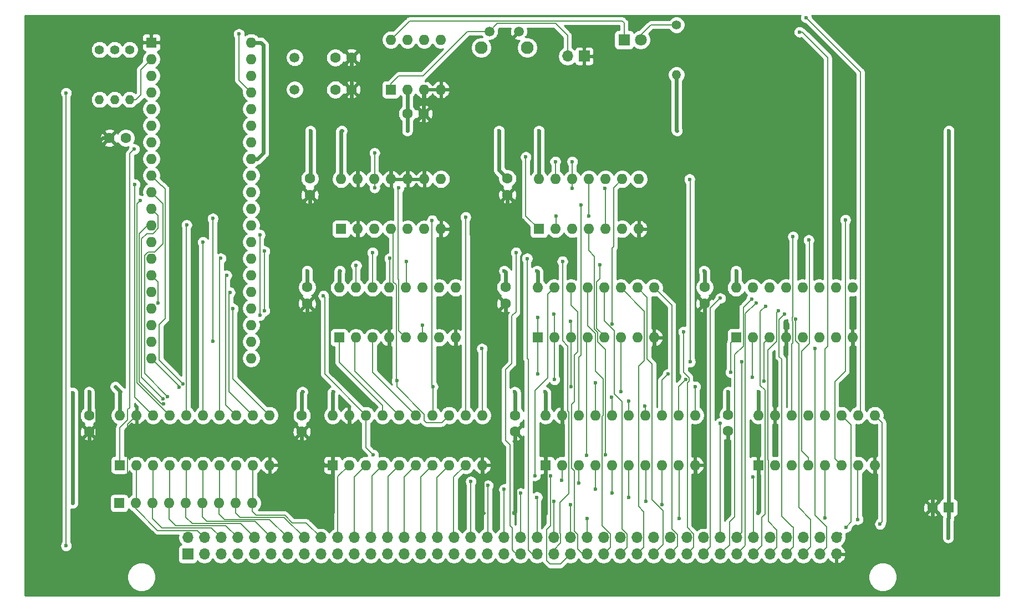
<source format=gbr>
G04 #@! TF.GenerationSoftware,KiCad,Pcbnew,5.1.10-88a1d61d58~88~ubuntu20.04.1*
G04 #@! TF.CreationDate,2021-06-10T12:47:24-04:00*
G04 #@! TF.ProjectId,CPUandGlueLogic,43505561-6e64-4476-9c75-654c6f676963,1*
G04 #@! TF.SameCoordinates,Original*
G04 #@! TF.FileFunction,Copper,L1,Top*
G04 #@! TF.FilePolarity,Positive*
%FSLAX46Y46*%
G04 Gerber Fmt 4.6, Leading zero omitted, Abs format (unit mm)*
G04 Created by KiCad (PCBNEW 5.1.10-88a1d61d58~88~ubuntu20.04.1) date 2021-06-10 12:47:24*
%MOMM*%
%LPD*%
G01*
G04 APERTURE LIST*
G04 #@! TA.AperFunction,ComponentPad*
%ADD10C,1.950000*%
G04 #@! TD*
G04 #@! TA.AperFunction,ComponentPad*
%ADD11C,1.498000*%
G04 #@! TD*
G04 #@! TA.AperFunction,ComponentPad*
%ADD12O,1.600000X1.600000*%
G04 #@! TD*
G04 #@! TA.AperFunction,ComponentPad*
%ADD13R,1.600000X1.600000*%
G04 #@! TD*
G04 #@! TA.AperFunction,ComponentPad*
%ADD14C,1.600000*%
G04 #@! TD*
G04 #@! TA.AperFunction,ComponentPad*
%ADD15C,1.800000*%
G04 #@! TD*
G04 #@! TA.AperFunction,ComponentPad*
%ADD16R,1.800000X1.800000*%
G04 #@! TD*
G04 #@! TA.AperFunction,ComponentPad*
%ADD17O,1.700000X1.700000*%
G04 #@! TD*
G04 #@! TA.AperFunction,ComponentPad*
%ADD18R,1.700000X1.700000*%
G04 #@! TD*
G04 #@! TA.AperFunction,ComponentPad*
%ADD19O,1.400000X1.400000*%
G04 #@! TD*
G04 #@! TA.AperFunction,ComponentPad*
%ADD20C,1.400000*%
G04 #@! TD*
G04 #@! TA.AperFunction,ComponentPad*
%ADD21C,1.500000*%
G04 #@! TD*
G04 #@! TA.AperFunction,ViaPad*
%ADD22C,0.600000*%
G04 #@! TD*
G04 #@! TA.AperFunction,Conductor*
%ADD23C,0.600000*%
G04 #@! TD*
G04 #@! TA.AperFunction,Conductor*
%ADD24C,0.127000*%
G04 #@! TD*
G04 #@! TA.AperFunction,Conductor*
%ADD25C,0.200000*%
G04 #@! TD*
G04 #@! TA.AperFunction,Conductor*
%ADD26C,0.150000*%
G04 #@! TD*
G04 #@! TA.AperFunction,Conductor*
%ADD27C,0.254000*%
G04 #@! TD*
G04 #@! TA.AperFunction,Conductor*
%ADD28C,0.152400*%
G04 #@! TD*
G04 APERTURE END LIST*
D10*
X70295000Y-5590000D03*
X77305000Y-5590000D03*
D11*
X71550000Y-3100000D03*
X76050000Y-3100000D03*
D12*
X48900000Y-25680000D03*
X64140000Y-33300000D03*
X51440000Y-25680000D03*
X61600000Y-33300000D03*
X53980000Y-25680000D03*
X59060000Y-33300000D03*
X56520000Y-25680000D03*
X56520000Y-33300000D03*
X59060000Y-25680000D03*
X53980000Y-33300000D03*
X61600000Y-25680000D03*
X51440000Y-33300000D03*
X64140000Y-25680000D03*
D13*
X48900000Y-33300000D03*
X141700000Y-75900000D03*
D14*
X139200000Y-75900000D03*
X75500000Y-64300000D03*
X75500000Y-61800000D03*
X42900000Y-61800000D03*
X42900000Y-64300000D03*
X10400000Y-64300000D03*
X10400000Y-61800000D03*
X108000000Y-61700000D03*
X108000000Y-64200000D03*
X61500000Y-15700000D03*
X59000000Y-15700000D03*
X13500000Y-19400000D03*
X16000000Y-19400000D03*
X74300000Y-28100000D03*
X74300000Y-25600000D03*
X44100000Y-25600000D03*
X44100000Y-28100000D03*
X74000000Y-42200000D03*
X74000000Y-44700000D03*
X104400000Y-44700000D03*
X104400000Y-42200000D03*
X43700000Y-44700000D03*
X43700000Y-42200000D03*
X50500000Y-7100000D03*
X48000000Y-7100000D03*
X48000000Y-12000000D03*
X50500000Y-12000000D03*
D15*
X94640000Y-4400000D03*
D16*
X92100000Y-4400000D03*
D17*
X83460000Y-6900000D03*
D18*
X86000000Y-6900000D03*
D19*
X100100000Y-9720000D03*
D20*
X100100000Y-2100000D03*
X12000000Y-5900000D03*
D19*
X12000000Y-13520000D03*
X14300000Y-13520000D03*
D20*
X14300000Y-5900000D03*
X16600000Y-5900000D03*
D19*
X16600000Y-13520000D03*
D13*
X15000000Y-75200000D03*
D12*
X17540000Y-75200000D03*
X20080000Y-75200000D03*
X22620000Y-75200000D03*
X25160000Y-75200000D03*
X27700000Y-75200000D03*
X30240000Y-75200000D03*
X32780000Y-75200000D03*
X35320000Y-75200000D03*
X80100000Y-61780000D03*
X102960000Y-69400000D03*
X82640000Y-61780000D03*
X100420000Y-69400000D03*
X85180000Y-61780000D03*
X97880000Y-69400000D03*
X87720000Y-61780000D03*
X95340000Y-69400000D03*
X90260000Y-61780000D03*
X92800000Y-69400000D03*
X92800000Y-61780000D03*
X90260000Y-69400000D03*
X95340000Y-61780000D03*
X87720000Y-69400000D03*
X97880000Y-61780000D03*
X85180000Y-69400000D03*
X100420000Y-61780000D03*
X82640000Y-69400000D03*
X102960000Y-61780000D03*
D13*
X80100000Y-69400000D03*
X47600000Y-69400000D03*
D12*
X70460000Y-61780000D03*
X50140000Y-69400000D03*
X67920000Y-61780000D03*
X52680000Y-69400000D03*
X65380000Y-61780000D03*
X55220000Y-69400000D03*
X62840000Y-61780000D03*
X57760000Y-69400000D03*
X60300000Y-61780000D03*
X60300000Y-69400000D03*
X57760000Y-61780000D03*
X62840000Y-69400000D03*
X55220000Y-61780000D03*
X65380000Y-69400000D03*
X52680000Y-61780000D03*
X67920000Y-69400000D03*
X50140000Y-61780000D03*
X70460000Y-69400000D03*
X47600000Y-61780000D03*
D13*
X15100000Y-69400000D03*
D12*
X37960000Y-61780000D03*
X17640000Y-69400000D03*
X35420000Y-61780000D03*
X20180000Y-69400000D03*
X32880000Y-61780000D03*
X22720000Y-69400000D03*
X30340000Y-61780000D03*
X25260000Y-69400000D03*
X27800000Y-61780000D03*
X27800000Y-69400000D03*
X25260000Y-61780000D03*
X30340000Y-69400000D03*
X22720000Y-61780000D03*
X32880000Y-69400000D03*
X20180000Y-61780000D03*
X35420000Y-69400000D03*
X17640000Y-61780000D03*
X37960000Y-69400000D03*
X15100000Y-61780000D03*
D13*
X112600000Y-69400000D03*
D12*
X130380000Y-61780000D03*
X115140000Y-69400000D03*
X127840000Y-61780000D03*
X117680000Y-69400000D03*
X125300000Y-61780000D03*
X120220000Y-69400000D03*
X122760000Y-61780000D03*
X122760000Y-69400000D03*
X120220000Y-61780000D03*
X125300000Y-69400000D03*
X117680000Y-61780000D03*
X127840000Y-69400000D03*
X115140000Y-61780000D03*
X130380000Y-69400000D03*
X112600000Y-61780000D03*
X56500000Y-4380000D03*
X64120000Y-12000000D03*
X59040000Y-4380000D03*
X61580000Y-12000000D03*
X61580000Y-4380000D03*
X59040000Y-12000000D03*
X64120000Y-4380000D03*
D13*
X56500000Y-12000000D03*
D12*
X35140000Y-4800000D03*
X19900000Y-53060000D03*
X35140000Y-7340000D03*
X19900000Y-50520000D03*
X35140000Y-9880000D03*
X19900000Y-47980000D03*
X35140000Y-12420000D03*
X19900000Y-45440000D03*
X35140000Y-14960000D03*
X19900000Y-42900000D03*
X35140000Y-17500000D03*
X19900000Y-40360000D03*
X35140000Y-20040000D03*
X19900000Y-37820000D03*
X35140000Y-22580000D03*
X19900000Y-35280000D03*
X35140000Y-25120000D03*
X19900000Y-32740000D03*
X35140000Y-27660000D03*
X19900000Y-30200000D03*
X35140000Y-30200000D03*
X19900000Y-27660000D03*
X35140000Y-32740000D03*
X19900000Y-25120000D03*
X35140000Y-35280000D03*
X19900000Y-22580000D03*
X35140000Y-37820000D03*
X19900000Y-20040000D03*
X35140000Y-40360000D03*
X19900000Y-17500000D03*
X35140000Y-42900000D03*
X19900000Y-14960000D03*
X35140000Y-45440000D03*
X19900000Y-12420000D03*
X35140000Y-47980000D03*
X19900000Y-9880000D03*
X35140000Y-50520000D03*
X19900000Y-7340000D03*
X35140000Y-53060000D03*
D13*
X19900000Y-4800000D03*
X79100000Y-33300000D03*
D12*
X94340000Y-25680000D03*
X81640000Y-33300000D03*
X91800000Y-25680000D03*
X84180000Y-33300000D03*
X89260000Y-25680000D03*
X86720000Y-33300000D03*
X86720000Y-25680000D03*
X89260000Y-33300000D03*
X84180000Y-25680000D03*
X91800000Y-33300000D03*
X81640000Y-25680000D03*
X94340000Y-33300000D03*
X79100000Y-25680000D03*
X78900000Y-42280000D03*
X96680000Y-49900000D03*
X81440000Y-42280000D03*
X94140000Y-49900000D03*
X83980000Y-42280000D03*
X91600000Y-49900000D03*
X86520000Y-42280000D03*
X89060000Y-49900000D03*
X89060000Y-42280000D03*
X86520000Y-49900000D03*
X91600000Y-42280000D03*
X83980000Y-49900000D03*
X94140000Y-42280000D03*
X81440000Y-49900000D03*
X96680000Y-42280000D03*
D13*
X78900000Y-49900000D03*
D12*
X109200000Y-42280000D03*
X126980000Y-49900000D03*
X111740000Y-42280000D03*
X124440000Y-49900000D03*
X114280000Y-42280000D03*
X121900000Y-49900000D03*
X116820000Y-42280000D03*
X119360000Y-49900000D03*
X119360000Y-42280000D03*
X116820000Y-49900000D03*
X121900000Y-42280000D03*
X114280000Y-49900000D03*
X124440000Y-42280000D03*
X111740000Y-49900000D03*
X126980000Y-42280000D03*
D13*
X109200000Y-49900000D03*
X48600000Y-49900000D03*
D12*
X66380000Y-42280000D03*
X51140000Y-49900000D03*
X63840000Y-42280000D03*
X53680000Y-49900000D03*
X61300000Y-42280000D03*
X56220000Y-49900000D03*
X58760000Y-42280000D03*
X58760000Y-49900000D03*
X56220000Y-42280000D03*
X61300000Y-49900000D03*
X53680000Y-42280000D03*
X63840000Y-49900000D03*
X51140000Y-42280000D03*
X66380000Y-49900000D03*
X48600000Y-42280000D03*
D21*
X41800000Y-7100000D03*
X41800000Y-12000000D03*
D18*
X25470000Y-83000000D03*
D17*
X25470000Y-80460000D03*
X28010000Y-83000000D03*
X28010000Y-80460000D03*
X30550000Y-83000000D03*
X30550000Y-80460000D03*
X33090000Y-83000000D03*
X33090000Y-80460000D03*
X35630000Y-83000000D03*
X35630000Y-80460000D03*
X38170000Y-83000000D03*
X38170000Y-80460000D03*
X40710000Y-83000000D03*
X40710000Y-80460000D03*
X43250000Y-83000000D03*
X43250000Y-80460000D03*
X45790000Y-83000000D03*
X45790000Y-80460000D03*
X48330000Y-83000000D03*
X48330000Y-80460000D03*
X50870000Y-83000000D03*
X50870000Y-80460000D03*
X53410000Y-83000000D03*
X53410000Y-80460000D03*
X55950000Y-83000000D03*
X55950000Y-80460000D03*
X58490000Y-83000000D03*
X58490000Y-80460000D03*
X61030000Y-83000000D03*
X61030000Y-80460000D03*
X63570000Y-83000000D03*
X63570000Y-80460000D03*
X66110000Y-83000000D03*
X66110000Y-80460000D03*
X68650000Y-83000000D03*
X68650000Y-80460000D03*
X71190000Y-83000000D03*
X71190000Y-80460000D03*
X73730000Y-83000000D03*
X73730000Y-80460000D03*
X76270000Y-83000000D03*
X76270000Y-80460000D03*
X78810000Y-83000000D03*
X78810000Y-80460000D03*
X81350000Y-83000000D03*
X81350000Y-80460000D03*
X83890000Y-83000000D03*
X83890000Y-80460000D03*
X86430000Y-83000000D03*
X86430000Y-80460000D03*
X88970000Y-83000000D03*
X88970000Y-80460000D03*
X91510000Y-83000000D03*
X91510000Y-80460000D03*
X94050000Y-83000000D03*
X94050000Y-80460000D03*
X96590000Y-83000000D03*
X96590000Y-80460000D03*
X99130000Y-83000000D03*
X99130000Y-80460000D03*
X101670000Y-83000000D03*
X101670000Y-80460000D03*
X104210000Y-83000000D03*
X104210000Y-80460000D03*
X106750000Y-83000000D03*
X106750000Y-80460000D03*
X109290000Y-83000000D03*
X109290000Y-80460000D03*
X111830000Y-83000000D03*
X111830000Y-80460000D03*
X114370000Y-83000000D03*
X114370000Y-80460000D03*
X116910000Y-83000000D03*
X116910000Y-80460000D03*
X119450000Y-83000000D03*
X119450000Y-80460000D03*
X121990000Y-83000000D03*
X121990000Y-80460000D03*
X124530000Y-83000000D03*
X124530000Y-80460000D03*
D22*
X141700000Y-18300000D03*
X59000000Y-18300000D03*
X112600000Y-58200000D03*
X141700000Y-58100000D03*
X10400000Y-58200000D03*
X15200000Y-58200000D03*
X7900000Y-75200000D03*
X7900000Y-58300000D03*
X100200000Y-18300000D03*
X44200000Y-18300000D03*
X109200000Y-39700000D03*
X141700000Y-39800000D03*
X43700000Y-39700000D03*
X48700000Y-39700000D03*
X78800000Y-39700000D03*
X49000000Y-18300000D03*
X79100000Y-18300000D03*
X80000000Y-58200000D03*
X47700000Y-58200000D03*
X43000000Y-58200000D03*
X37000000Y-18300000D03*
X37000000Y-15000000D03*
X73000000Y-18300000D03*
X73800000Y-39700000D03*
X104300000Y-39700000D03*
X108000000Y-58200000D03*
X91600000Y-58200000D03*
X75400000Y-58200000D03*
X141600000Y-80500000D03*
X139300000Y-19800000D03*
X61500000Y-19800000D03*
X80100000Y-76800000D03*
X47600000Y-76600000D03*
X102960000Y-76560000D03*
X112500001Y-76699999D03*
X130380000Y-76520000D03*
X10400000Y-72200000D03*
X94400000Y-35800000D03*
X139200000Y-35900000D03*
X51400000Y-35800000D03*
X64200000Y-35800000D03*
X44100000Y-35700000D03*
X50500000Y-19800000D03*
X127000000Y-52500000D03*
X139200000Y-52500000D03*
X56200000Y-52500000D03*
X66500000Y-52500000D03*
X96700000Y-52500000D03*
X116800000Y-52500000D03*
X51300000Y-19800000D03*
X56600000Y-19800000D03*
X58900000Y-19800000D03*
X70599999Y-76699999D03*
X43700000Y-52500000D03*
X75100000Y-19800000D03*
X74300000Y-35800000D03*
X16260000Y-72260000D03*
X74000000Y-52500000D03*
X104400000Y-52500000D03*
X108099999Y-76699999D03*
X115100000Y-64200000D03*
X75300001Y-76699999D03*
X139200000Y-83000000D03*
X118900000Y-3200000D03*
X6900000Y-81700000D03*
X6900000Y-12500000D03*
X82600000Y-71700000D03*
X68700000Y-71900000D03*
X85180000Y-72180000D03*
X71300000Y-72500000D03*
X73800000Y-73100000D03*
X87700000Y-73100000D03*
X75600000Y-36900000D03*
X53700000Y-36900000D03*
X76300000Y-73700000D03*
X90300000Y-73700000D03*
X77300000Y-37809500D03*
X56300000Y-37800000D03*
X78800000Y-74300000D03*
X92800000Y-74300000D03*
X58900000Y-38300000D03*
X82700000Y-38273000D03*
X81400000Y-74900000D03*
X95400000Y-74900000D03*
X80872999Y-71027001D03*
X78500000Y-71000000D03*
X83900000Y-75427000D03*
X97900000Y-75400000D03*
X86500000Y-77600000D03*
X100500000Y-77600000D03*
X101200000Y-49000000D03*
X106800000Y-43900000D03*
X111600000Y-44000000D03*
X106800000Y-63000000D03*
X112300000Y-44600000D03*
X110100000Y-53600000D03*
X102200000Y-53600000D03*
X102100000Y-25700000D03*
X113700000Y-45127000D03*
X111800000Y-71200000D03*
X115700000Y-45800000D03*
X122800000Y-77500000D03*
X116600000Y-46327000D03*
X127800000Y-77700000D03*
X118300000Y-47100000D03*
X131200000Y-78400000D03*
X121300000Y-51600000D03*
X126000000Y-78900000D03*
X85500000Y-29600000D03*
X87700000Y-56800000D03*
X24733000Y-56946000D03*
X90200000Y-59000000D03*
X22400000Y-58927000D03*
X92800000Y-59566854D03*
X21700000Y-59300000D03*
X95300000Y-60400000D03*
X21742646Y-60057354D03*
X98800000Y-55500000D03*
X108400000Y-55200000D03*
X78900000Y-55500000D03*
X78900000Y-46800000D03*
X36500000Y-46500000D03*
X36500000Y-34200000D03*
X101500000Y-56300000D03*
X111700000Y-56000000D03*
X81500000Y-56300000D03*
X81400000Y-46300000D03*
X37200000Y-45800000D03*
X37200000Y-36700000D03*
X103000000Y-57400000D03*
X113500000Y-56600000D03*
X84000000Y-57400000D03*
X83900000Y-47400000D03*
X20963510Y-44600000D03*
X61300000Y-48000000D03*
X90300000Y-47800000D03*
X70400000Y-51600000D03*
X29300000Y-50500000D03*
X29300000Y-31700000D03*
X67900000Y-31500000D03*
X57400000Y-56500000D03*
X62900000Y-57400000D03*
X62800000Y-32000000D03*
X24173000Y-57473000D03*
X46200000Y-43500000D03*
X53800000Y-67800000D03*
X86400000Y-67900000D03*
X17300000Y-21100000D03*
X84200000Y-23000000D03*
X81600000Y-23000000D03*
X117900000Y-34473000D03*
X89200000Y-27100000D03*
X84200000Y-27100000D03*
X32400000Y-45500000D03*
X31900000Y-43000000D03*
X31400000Y-40400000D03*
X30500000Y-37800000D03*
X27800000Y-35300000D03*
X25300000Y-32700000D03*
X18200000Y-29000000D03*
X17400000Y-26500000D03*
X77100000Y-22300000D03*
X89300000Y-67800000D03*
X33300000Y-3500000D03*
X119900000Y-1000000D03*
X120300000Y-35000000D03*
X125900000Y-31900000D03*
X86700000Y-31300000D03*
X81700000Y-31300000D03*
X54000000Y-21700000D03*
X57700000Y-27000000D03*
X54000000Y-27000000D03*
X88400000Y-38800000D03*
X51200000Y-38900000D03*
D23*
X59000000Y-15700000D02*
X59000000Y-18300000D01*
X112600000Y-61780000D02*
X112600000Y-58200000D01*
X141700000Y-75900000D02*
X141700000Y-58100000D01*
X10400000Y-58200000D02*
X10400000Y-61800000D01*
X15100000Y-58300000D02*
X15200000Y-58200000D01*
X15100000Y-61780000D02*
X15100000Y-58300000D01*
X7900000Y-75200000D02*
X7900000Y-58300000D01*
X100100000Y-18200000D02*
X100200000Y-18300000D01*
X100100000Y-9720000D02*
X100100000Y-18200000D01*
X44200000Y-25500000D02*
X44100000Y-25600000D01*
X44200000Y-18300000D02*
X44200000Y-25500000D01*
X14400000Y-57400000D02*
X15200000Y-58200000D01*
X109200000Y-42280000D02*
X109200000Y-39700000D01*
X141700000Y-39800000D02*
X141700000Y-18300000D01*
X141700000Y-58100000D02*
X141700000Y-39800000D01*
X43700000Y-39700000D02*
X43700000Y-42200000D01*
X48600000Y-39800000D02*
X48700000Y-39700000D01*
X48600000Y-42280000D02*
X48600000Y-39800000D01*
X78900000Y-39800000D02*
X78800000Y-39700000D01*
X78900000Y-42280000D02*
X78900000Y-39800000D01*
X48900000Y-25680000D02*
X48900000Y-18400000D01*
X48900000Y-18400000D02*
X49000000Y-18300000D01*
X79100000Y-25680000D02*
X79100000Y-18300000D01*
X80100000Y-58300000D02*
X80000000Y-58200000D01*
X80100000Y-61780000D02*
X80100000Y-58300000D01*
X47600000Y-58300000D02*
X47700000Y-58200000D01*
X47600000Y-61780000D02*
X47600000Y-58300000D01*
X42900000Y-58300000D02*
X43000000Y-58200000D01*
X42900000Y-61800000D02*
X42900000Y-58300000D01*
X59000000Y-12040000D02*
X59040000Y-12000000D01*
X59000000Y-15700000D02*
X59000000Y-12040000D01*
X36600000Y-4800000D02*
X35140000Y-4800000D01*
X37000000Y-5200000D02*
X36600000Y-4800000D01*
X37000000Y-15000000D02*
X37000000Y-5200000D01*
X37000000Y-18300000D02*
X37000000Y-15000000D01*
X74300000Y-25600000D02*
X73000000Y-24300000D01*
X73000000Y-24300000D02*
X73000000Y-18300000D01*
X74000000Y-39900000D02*
X73800000Y-39700000D01*
X74000000Y-42200000D02*
X74000000Y-39900000D01*
X104400000Y-39800000D02*
X104300000Y-39700000D01*
X104400000Y-42200000D02*
X104400000Y-39800000D01*
X108000000Y-61700000D02*
X108000000Y-58200000D01*
D24*
X91600000Y-49900000D02*
X91600000Y-58200000D01*
D23*
X75500000Y-58300000D02*
X75400000Y-58200000D01*
X75500000Y-61800000D02*
X75500000Y-58300000D01*
X141700000Y-77500000D02*
X141700000Y-75900000D01*
X124530000Y-80460000D02*
X124540000Y-80460000D01*
X124540000Y-80460000D02*
X125100000Y-79900000D01*
X141600000Y-77600000D02*
X141700000Y-77500000D01*
X141600000Y-80500000D02*
X141600000Y-77600000D01*
X35140000Y-22580000D02*
X36120000Y-22580000D01*
X37000000Y-21700000D02*
X37000000Y-18300000D01*
X36120000Y-22580000D02*
X37000000Y-21700000D01*
X139200000Y-19900000D02*
X139300000Y-19800000D01*
X61500000Y-15700000D02*
X61500000Y-19800000D01*
X80100000Y-69400000D02*
X80100000Y-76800000D01*
X47600000Y-69400000D02*
X47600000Y-76600000D01*
X102960000Y-69400000D02*
X102960000Y-76560000D01*
X112600000Y-76600000D02*
X112500001Y-76699999D01*
X112600000Y-69400000D02*
X112600000Y-76600000D01*
X130380000Y-69400000D02*
X130380000Y-76520000D01*
X94340000Y-35740000D02*
X94400000Y-35800000D01*
X94340000Y-33300000D02*
X94340000Y-35740000D01*
X139200000Y-35900000D02*
X139200000Y-19900000D01*
X51400000Y-33340000D02*
X51440000Y-33300000D01*
X51400000Y-35800000D02*
X51400000Y-33340000D01*
X64140000Y-35740000D02*
X64200000Y-35800000D01*
X64140000Y-33300000D02*
X64140000Y-35740000D01*
X44100000Y-35700000D02*
X44100000Y-28100000D01*
X50500000Y-19800000D02*
X50500000Y-12000000D01*
X10400000Y-67300000D02*
X10400000Y-67200000D01*
X10400000Y-72200000D02*
X10400000Y-67300000D01*
X10400000Y-67300000D02*
X10400000Y-64300000D01*
X11627001Y-65972999D02*
X11627001Y-20272999D01*
X10400000Y-67200000D02*
X11627001Y-65972999D01*
X126980000Y-52480000D02*
X127000000Y-52500000D01*
X126980000Y-49900000D02*
X126980000Y-52480000D01*
X139200000Y-52500000D02*
X139200000Y-35900000D01*
X139200000Y-75900000D02*
X139200000Y-52500000D01*
X56200000Y-49920000D02*
X56220000Y-49900000D01*
X56200000Y-52500000D02*
X56200000Y-49920000D01*
X66380000Y-52380000D02*
X66500000Y-52500000D01*
X66380000Y-49900000D02*
X66380000Y-52380000D01*
X96680000Y-52480000D02*
X96700000Y-52500000D01*
X96680000Y-49900000D02*
X96680000Y-52480000D01*
X116820000Y-52480000D02*
X116800000Y-52500000D01*
X116820000Y-49900000D02*
X116820000Y-52480000D01*
X51440000Y-19940000D02*
X51300000Y-19800000D01*
X51440000Y-25680000D02*
X51440000Y-19940000D01*
X56520000Y-19880000D02*
X56600000Y-19800000D01*
X56520000Y-25680000D02*
X56520000Y-19880000D01*
X59060000Y-19960000D02*
X58900000Y-19800000D01*
X59060000Y-25680000D02*
X59060000Y-19960000D01*
X61600000Y-19900000D02*
X61500000Y-19800000D01*
X61600000Y-25680000D02*
X61600000Y-19900000D01*
X82640000Y-61780000D02*
X82640000Y-65560000D01*
X80100000Y-68100000D02*
X80100000Y-69400000D01*
X82640000Y-65560000D02*
X80100000Y-68100000D01*
X50140000Y-61780000D02*
X50140000Y-64260000D01*
X47600000Y-66800000D02*
X47600000Y-69400000D01*
X50140000Y-64260000D02*
X47600000Y-66800000D01*
X42900000Y-64300000D02*
X42900000Y-65900000D01*
X46400000Y-69400000D02*
X47600000Y-69400000D01*
X42900000Y-65900000D02*
X46400000Y-69400000D01*
X70460000Y-69400000D02*
X70460000Y-76560000D01*
X70460000Y-76560000D02*
X70599999Y-76699999D01*
X43700000Y-52500000D02*
X43700000Y-44700000D01*
X50500000Y-12000000D02*
X50500000Y-7100000D01*
X61500000Y-12080000D02*
X61580000Y-12000000D01*
X61500000Y-15700000D02*
X61500000Y-12080000D01*
X76050000Y-3100000D02*
X75100000Y-4050000D01*
X74300000Y-28100000D02*
X74300000Y-35800000D01*
X139200000Y-78000000D02*
X139200000Y-75900000D01*
D25*
X16260000Y-63160000D02*
X16260000Y-72260000D01*
X17640000Y-61780000D02*
X16260000Y-63160000D01*
D23*
X74000000Y-44700000D02*
X74000000Y-52500000D01*
X104400000Y-44700000D02*
X104400000Y-52500000D01*
X108000000Y-76600000D02*
X108099999Y-76699999D01*
X108000000Y-64200000D02*
X108000000Y-76600000D01*
D25*
X115100000Y-61820000D02*
X115140000Y-61780000D01*
X115100000Y-64200000D02*
X115100000Y-61820000D01*
D23*
X75500000Y-76500000D02*
X75300001Y-76699999D01*
X75500000Y-64300000D02*
X75500000Y-76500000D01*
X139200000Y-83000000D02*
X139200000Y-78000000D01*
X11627001Y-20272999D02*
X12500000Y-19400000D01*
X12500000Y-19400000D02*
X13500000Y-19400000D01*
X75100000Y-8900000D02*
X75100000Y-19800000D01*
X75100000Y-4050000D02*
X75100000Y-8900000D01*
D25*
X56500000Y-4380000D02*
X59380000Y-1500000D01*
X59380000Y-1500000D02*
X59400000Y-1500000D01*
X59380000Y-1500000D02*
X91800000Y-1500000D01*
X92100000Y-1800000D02*
X92100000Y-4400000D01*
X91800000Y-1500000D02*
X92100000Y-1800000D01*
X123200000Y-7100000D02*
X119300000Y-3200000D01*
X119300000Y-3200000D02*
X118900000Y-3200000D01*
X123200000Y-51200000D02*
X123200000Y-7100000D01*
X122760000Y-51640000D02*
X123200000Y-51200000D01*
X122760000Y-61780000D02*
X122760000Y-51640000D01*
X100100000Y-2100000D02*
X96200000Y-2100000D01*
X94640000Y-3660000D02*
X94640000Y-4400000D01*
X96200000Y-2100000D02*
X94640000Y-3660000D01*
X28010000Y-83690000D02*
X28010000Y-83000000D01*
X6900000Y-81700000D02*
X6900000Y-14400000D01*
X6900000Y-14400000D02*
X6900000Y-12500000D01*
X17640000Y-75100000D02*
X17540000Y-75200000D01*
X17640000Y-69400000D02*
X17640000Y-75100000D01*
X26932999Y-79382999D02*
X20882999Y-79382999D01*
X28010000Y-80460000D02*
X26932999Y-79382999D01*
X17540000Y-76040000D02*
X17540000Y-75200000D01*
X20882999Y-79382999D02*
X17540000Y-76040000D01*
X20180000Y-75100000D02*
X20080000Y-75200000D01*
X20180000Y-69400000D02*
X20180000Y-75100000D01*
X30550000Y-80460000D02*
X29090000Y-79000000D01*
X29090000Y-79000000D02*
X21500000Y-79000000D01*
X20080000Y-77580000D02*
X20080000Y-75200000D01*
X21500000Y-79000000D02*
X20080000Y-77580000D01*
X22720000Y-75100000D02*
X22620000Y-75200000D01*
X22720000Y-69400000D02*
X22720000Y-75100000D01*
X33090000Y-80460000D02*
X31302990Y-78672990D01*
X31302990Y-78672990D02*
X23672990Y-78672990D01*
X22620000Y-77620000D02*
X22620000Y-75200000D01*
X23672990Y-78672990D02*
X22620000Y-77620000D01*
X25260000Y-75100000D02*
X25160000Y-75200000D01*
X25260000Y-69400000D02*
X25260000Y-75100000D01*
X35630000Y-80460000D02*
X33515980Y-78345980D01*
X33515980Y-78345980D02*
X26145980Y-78345980D01*
X25160000Y-77360000D02*
X25160000Y-75200000D01*
X26145980Y-78345980D02*
X25160000Y-77360000D01*
X27800000Y-75100000D02*
X27700000Y-75200000D01*
X27800000Y-69400000D02*
X27800000Y-75100000D01*
X38170000Y-80460000D02*
X35728970Y-78018970D01*
X35728970Y-78018970D02*
X28418970Y-78018970D01*
X27700000Y-77300000D02*
X27700000Y-75200000D01*
X28418970Y-78018970D02*
X27700000Y-77300000D01*
X30340000Y-75100000D02*
X30240000Y-75200000D01*
X30340000Y-69400000D02*
X30340000Y-75100000D01*
X40710000Y-80460000D02*
X37941960Y-77691960D01*
X37941960Y-77691960D02*
X31091960Y-77691960D01*
X30240000Y-76840000D02*
X30240000Y-75200000D01*
X31091960Y-77691960D02*
X30240000Y-76840000D01*
X32880000Y-75100000D02*
X32780000Y-75200000D01*
X32880000Y-69400000D02*
X32880000Y-75100000D01*
X43250000Y-80460000D02*
X40154950Y-77364950D01*
X40154950Y-77364950D02*
X33464950Y-77364950D01*
X32780000Y-76680000D02*
X32780000Y-75200000D01*
X33464950Y-77364950D02*
X32780000Y-76680000D01*
X35420000Y-75100000D02*
X35320000Y-75200000D01*
X35420000Y-69400000D02*
X35420000Y-75100000D01*
X45790000Y-80460000D02*
X43530000Y-78200000D01*
X41452460Y-78200000D02*
X40290401Y-77037940D01*
X43530000Y-78200000D02*
X41452460Y-78200000D01*
X40290401Y-77037940D02*
X35937940Y-77037940D01*
X35320000Y-76420000D02*
X35320000Y-75200000D01*
X35937940Y-77037940D02*
X35320000Y-76420000D01*
X50140000Y-69400000D02*
X48400000Y-71140000D01*
X48400000Y-80390000D02*
X48330000Y-80460000D01*
X48400000Y-71140000D02*
X48400000Y-80390000D01*
X52680000Y-69400000D02*
X50900000Y-71180000D01*
X50900000Y-80430000D02*
X50870000Y-80460000D01*
X50900000Y-71180000D02*
X50900000Y-80430000D01*
X55220000Y-69400000D02*
X53600000Y-71020000D01*
X53600000Y-80270000D02*
X53410000Y-80460000D01*
X53600000Y-71020000D02*
X53600000Y-80270000D01*
X57760000Y-69400000D02*
X56060000Y-71100000D01*
X56060000Y-80350000D02*
X55950000Y-80460000D01*
X56060000Y-71100000D02*
X56060000Y-80350000D01*
X60300000Y-69400000D02*
X58500000Y-71200000D01*
X58500000Y-80450000D02*
X58490000Y-80460000D01*
X58500000Y-71200000D02*
X58500000Y-80450000D01*
X62840000Y-69400000D02*
X61040000Y-71200000D01*
X61040000Y-80450000D02*
X61030000Y-80460000D01*
X61040000Y-71200000D02*
X61040000Y-80450000D01*
X65380000Y-69400000D02*
X63500000Y-71280000D01*
X63500000Y-80390000D02*
X63570000Y-80460000D01*
X63500000Y-71280000D02*
X63500000Y-80390000D01*
X67920000Y-69400000D02*
X66100000Y-71220000D01*
X66100000Y-80450000D02*
X66110000Y-80460000D01*
X66100000Y-71220000D02*
X66100000Y-80450000D01*
X82640000Y-71660000D02*
X82600000Y-71700000D01*
X82640000Y-69400000D02*
X82640000Y-71660000D01*
X68700000Y-80410000D02*
X68650000Y-80460000D01*
X68700000Y-71900000D02*
X68700000Y-80410000D01*
X85180000Y-69400000D02*
X85180000Y-72180000D01*
X71300000Y-80350000D02*
X71190000Y-80460000D01*
X71300000Y-72500000D02*
X71300000Y-80350000D01*
X73730000Y-73170000D02*
X73800000Y-73100000D01*
X73730000Y-80460000D02*
X73730000Y-73170000D01*
X87700000Y-69420000D02*
X87720000Y-69400000D01*
X87700000Y-73100000D02*
X87700000Y-69420000D01*
D24*
X76270000Y-83000000D02*
X75700000Y-83000000D01*
D25*
X75700000Y-83000000D02*
X75229499Y-82529499D01*
X75229499Y-82529499D02*
X75000000Y-82300000D01*
X75000000Y-82300000D02*
X75000000Y-79000000D01*
X75000000Y-79000000D02*
X74700000Y-78700000D01*
X74700000Y-78700000D02*
X74700000Y-66300000D01*
X74700000Y-66300000D02*
X74000000Y-65600000D01*
X74000000Y-65600000D02*
X74000000Y-54800000D01*
X74990501Y-53809499D02*
X74990501Y-46609499D01*
X74000000Y-54800000D02*
X74990501Y-53809499D01*
X75600000Y-46000000D02*
X75600000Y-36900000D01*
X74990501Y-46609499D02*
X75600000Y-46000000D01*
D24*
X53680000Y-36920000D02*
X53700000Y-36900000D01*
D25*
X53680000Y-42280000D02*
X53680000Y-36920000D01*
X76270000Y-73730000D02*
X76300000Y-73700000D01*
X76270000Y-80460000D02*
X76270000Y-73730000D01*
X90300000Y-69440000D02*
X90260000Y-69400000D01*
X90300000Y-73700000D02*
X90300000Y-69440000D01*
X78810000Y-83000000D02*
X78100000Y-83000000D01*
X78100000Y-83000000D02*
X77500000Y-82400000D01*
X77500000Y-53300000D02*
X77300000Y-53100000D01*
X77500000Y-82400000D02*
X77500000Y-53300000D01*
X77300000Y-53100000D02*
X77300000Y-42900000D01*
X77300000Y-42900000D02*
X77300000Y-37809500D01*
X56300000Y-42200000D02*
X56220000Y-42280000D01*
X56300000Y-37800000D02*
X56300000Y-42200000D01*
X78810000Y-74310000D02*
X78800000Y-74300000D01*
X78810000Y-80460000D02*
X78810000Y-74310000D01*
X92800000Y-74300000D02*
X92800000Y-69400000D01*
D24*
X58900000Y-42140000D02*
X58760000Y-42280000D01*
D25*
X58900000Y-38300000D02*
X58900000Y-42140000D01*
X82427001Y-81272999D02*
X81350000Y-82350000D01*
X82300000Y-79816038D02*
X82427001Y-79943039D01*
X82300000Y-75100000D02*
X82300000Y-79816038D01*
X83667001Y-73732999D02*
X82300000Y-75100000D01*
X81350000Y-82350000D02*
X81350000Y-83000000D01*
X83667001Y-61287039D02*
X83667001Y-73732999D01*
X83509499Y-61129537D02*
X83667001Y-61287039D01*
X83509499Y-51209499D02*
X83509499Y-61129537D01*
X82700001Y-50400001D02*
X83509499Y-51209499D01*
X82427001Y-79943039D02*
X82427001Y-81272999D01*
X82700001Y-38273001D02*
X82700001Y-50400001D01*
X82700000Y-38273000D02*
X82700001Y-38273001D01*
X81350000Y-74950000D02*
X81400000Y-74900000D01*
X81350000Y-80460000D02*
X81350000Y-74950000D01*
X95400000Y-69460000D02*
X95340000Y-69400000D01*
X95400000Y-74900000D02*
X95400000Y-69460000D01*
X83890000Y-83000000D02*
X82390000Y-84500000D01*
X82390000Y-84500000D02*
X80800000Y-84500000D01*
X80272999Y-83972999D02*
X80272999Y-79227001D01*
X80800000Y-84500000D02*
X80272999Y-83972999D01*
X80872999Y-78627001D02*
X80872999Y-71027001D01*
X80272999Y-79227001D02*
X80872999Y-78627001D01*
X78500000Y-71000000D02*
X78500000Y-58000000D01*
X80412999Y-43307001D02*
X81440000Y-42280000D01*
X80412999Y-56087001D02*
X80412999Y-43307001D01*
X78500000Y-58000000D02*
X80412999Y-56087001D01*
X83890000Y-75437000D02*
X83900000Y-75427000D01*
X83890000Y-80460000D02*
X83890000Y-75437000D01*
X97900000Y-69420000D02*
X97880000Y-69400000D01*
X97900000Y-75400000D02*
X97900000Y-69420000D01*
X85000000Y-82200000D02*
X85800000Y-83000000D01*
X84500000Y-79476038D02*
X85000000Y-79976038D01*
X84500000Y-70239962D02*
X84500000Y-79476038D01*
X84100000Y-69839962D02*
X84500000Y-70239962D01*
X85800000Y-83000000D02*
X86430000Y-83000000D01*
X85000000Y-79976038D02*
X85000000Y-82200000D01*
X84527001Y-59672999D02*
X84100000Y-60100000D01*
X84527001Y-52572999D02*
X84527001Y-59672999D01*
X84100000Y-60100000D02*
X84100000Y-69839962D01*
X85007001Y-52092999D02*
X84527001Y-52572999D01*
X85007001Y-46007001D02*
X85007001Y-52092999D01*
X83980000Y-44980000D02*
X85007001Y-46007001D01*
X83980000Y-42280000D02*
X83980000Y-44980000D01*
X86430000Y-77670000D02*
X86500000Y-77600000D01*
X86430000Y-80460000D02*
X86430000Y-77670000D01*
X100500000Y-69480000D02*
X100420000Y-69400000D01*
X100500000Y-77600000D02*
X100500000Y-69480000D01*
X86520000Y-42280000D02*
X86520000Y-48120000D01*
X87705989Y-55005989D02*
X88900000Y-56200000D01*
X87705989Y-49305989D02*
X87705989Y-55005989D01*
X86520000Y-48120000D02*
X87705989Y-49305989D01*
X88772999Y-78669037D02*
X90047001Y-79943039D01*
X88772999Y-61927001D02*
X88772999Y-78669037D01*
X88900000Y-61800000D02*
X88772999Y-61927001D01*
X88900000Y-56200000D02*
X88900000Y-61800000D01*
X90047001Y-81922999D02*
X88970000Y-83000000D01*
X90047001Y-79943039D02*
X90047001Y-81922999D01*
X89060000Y-47339962D02*
X90572999Y-48852961D01*
X89060000Y-42280000D02*
X89060000Y-47339962D01*
X92587001Y-81922999D02*
X91510000Y-83000000D01*
X91772999Y-79129037D02*
X92587001Y-79943039D01*
X91772999Y-59672999D02*
X91772999Y-79129037D01*
X90572999Y-58472999D02*
X91772999Y-59672999D01*
X92587001Y-79943039D02*
X92587001Y-81922999D01*
X90572999Y-48852961D02*
X90572999Y-58472999D01*
X95127001Y-76527001D02*
X95127001Y-81922999D01*
X94312999Y-75712999D02*
X95127001Y-76527001D01*
X94312999Y-54287001D02*
X94312999Y-75712999D01*
X95127001Y-81922999D02*
X94050000Y-83000000D01*
X95200000Y-53400000D02*
X94312999Y-54287001D01*
X95200000Y-45880000D02*
X95200000Y-53400000D01*
X91600000Y-42280000D02*
X95200000Y-45880000D01*
X98052999Y-76332961D02*
X96367001Y-74646963D01*
X98052999Y-81537001D02*
X98052999Y-76332961D01*
X96590000Y-83000000D02*
X98052999Y-81537001D01*
X95600000Y-53200000D02*
X96367001Y-53967001D01*
X95600000Y-43740000D02*
X95600000Y-53200000D01*
X94140000Y-42280000D02*
X95600000Y-43740000D01*
X96367001Y-74646963D02*
X96367001Y-53967001D01*
X99130000Y-83000000D02*
X100300000Y-81830000D01*
X99392999Y-44992999D02*
X96680000Y-42280000D01*
X99392999Y-79129037D02*
X99392999Y-44992999D01*
X100300000Y-80036038D02*
X99392999Y-79129037D01*
X100300000Y-81830000D02*
X100300000Y-80036038D01*
X102027001Y-56047039D02*
X101200000Y-55220038D01*
X101752961Y-56827001D02*
X102027001Y-56552961D01*
X101752961Y-78948999D02*
X101752961Y-56827001D01*
X101200000Y-55220038D02*
X101200000Y-49000000D01*
X102747001Y-79943039D02*
X101752961Y-78948999D01*
X102747001Y-81922999D02*
X102747001Y-79943039D01*
X102027001Y-56552961D02*
X102027001Y-56047039D01*
X101670000Y-83000000D02*
X102747001Y-81922999D01*
X104210000Y-83000000D02*
X105300000Y-81910000D01*
X105300000Y-81910000D02*
X105300000Y-79956038D01*
X105300000Y-45400000D02*
X106800000Y-43900000D01*
X105300000Y-79956038D02*
X105300000Y-45400000D01*
X107827001Y-81922999D02*
X107877001Y-81922999D01*
X106750000Y-83000000D02*
X107827001Y-81922999D01*
X107877001Y-81922999D02*
X108200000Y-81600000D01*
X108200000Y-81600000D02*
X108200000Y-78100000D01*
X109027001Y-77272999D02*
X109027001Y-52472999D01*
X108200000Y-78100000D02*
X109027001Y-77272999D01*
X109027001Y-52472999D02*
X110300000Y-51200000D01*
X110300000Y-45300000D02*
X111600000Y-44000000D01*
X110300000Y-51200000D02*
X110300000Y-45300000D01*
X106750000Y-63050000D02*
X106800000Y-63000000D01*
X106750000Y-80460000D02*
X106750000Y-63050000D01*
X109290000Y-83000000D02*
X110500000Y-81790000D01*
X110627010Y-81662990D02*
X110627010Y-46272990D01*
X110627010Y-46272990D02*
X112300000Y-44600000D01*
X110500000Y-81790000D02*
X110627010Y-81662990D01*
X109290000Y-80460000D02*
X110100000Y-79650000D01*
X110100000Y-79650000D02*
X110100000Y-53600000D01*
X102200000Y-25800000D02*
X102100000Y-25700000D01*
X102200000Y-53600000D02*
X102200000Y-25800000D01*
X111830000Y-83000000D02*
X113100000Y-81730000D01*
X113127009Y-81702991D02*
X113127009Y-77372991D01*
X113100000Y-81730000D02*
X113127009Y-81702991D01*
X113627001Y-76872999D02*
X113627001Y-57927001D01*
X113127009Y-77372991D02*
X113627001Y-76872999D01*
X113627001Y-57927001D02*
X112900000Y-57200000D01*
X112900000Y-45927000D02*
X113700000Y-45127000D01*
X112900000Y-57200000D02*
X112900000Y-45927000D01*
X111830000Y-71230000D02*
X111800000Y-71200000D01*
X111830000Y-80460000D02*
X111830000Y-71230000D01*
X115400000Y-81970000D02*
X114370000Y-83000000D01*
X115447001Y-81922999D02*
X115400000Y-81970000D01*
X114112999Y-78012999D02*
X115447001Y-79347001D01*
X114112999Y-68587001D02*
X114112999Y-78012999D01*
X114100000Y-68574002D02*
X114112999Y-68587001D01*
X115447001Y-79347001D02*
X115447001Y-81922999D01*
X114100000Y-51800000D02*
X114100000Y-68574002D01*
X115400000Y-50500000D02*
X114100000Y-51800000D01*
X115400000Y-46100000D02*
X115400000Y-50500000D01*
X115700000Y-45800000D02*
X115400000Y-46100000D01*
X122800000Y-69440000D02*
X122760000Y-69400000D01*
X122800000Y-77500000D02*
X122800000Y-69440000D01*
X116910000Y-83000000D02*
X118000000Y-81910000D01*
X118000000Y-81910000D02*
X118000000Y-78800000D01*
X118000000Y-78800000D02*
X117800000Y-78800000D01*
X117800000Y-78800000D02*
X116200000Y-77200000D01*
X116200000Y-77200000D02*
X116200000Y-53200000D01*
X115792999Y-47134001D02*
X116600000Y-46327000D01*
X115792999Y-52792999D02*
X115792999Y-47134001D01*
X116200000Y-53200000D02*
X115792999Y-52792999D01*
X127800000Y-69440000D02*
X127840000Y-69400000D01*
X127800000Y-77700000D02*
X127800000Y-69440000D01*
X119450000Y-83000000D02*
X120600000Y-81850000D01*
X120600000Y-81850000D02*
X120600000Y-78300000D01*
X120600000Y-78300000D02*
X120600000Y-77700000D01*
X120600000Y-77700000D02*
X118800000Y-75900000D01*
X118300000Y-50359962D02*
X118300000Y-47100000D01*
X118800000Y-50859962D02*
X118300000Y-50359962D01*
X118800000Y-75900000D02*
X118800000Y-50859962D01*
X131499999Y-62899999D02*
X130380000Y-61780000D01*
X131499999Y-78100001D02*
X131499999Y-62899999D01*
X131200000Y-78400000D02*
X131499999Y-78100001D01*
X123067001Y-81922999D02*
X123067001Y-78832999D01*
X121990000Y-83000000D02*
X123067001Y-81922999D01*
X121300000Y-77065998D02*
X121300000Y-51600000D01*
X123067001Y-78832999D02*
X121300000Y-77065998D01*
X125300000Y-61780000D02*
X126800000Y-63280000D01*
X126800000Y-63280000D02*
X126800000Y-69200000D01*
X126800000Y-78100000D02*
X126000000Y-78900000D01*
X126800000Y-69200000D02*
X126800000Y-78100000D01*
X71550000Y-3100000D02*
X68200000Y-3100000D01*
X68200000Y-3100000D02*
X61400000Y-9900000D01*
X61400000Y-9900000D02*
X57700000Y-9900000D01*
X56500000Y-11100000D02*
X56500000Y-12000000D01*
X57700000Y-9900000D02*
X56500000Y-11100000D01*
X81600000Y-1900000D02*
X83460000Y-3760000D01*
X72750000Y-1900000D02*
X81600000Y-1900000D01*
X83460000Y-3760000D02*
X83460000Y-6900000D01*
X71550000Y-3100000D02*
X72750000Y-1900000D01*
X16600000Y-13520000D02*
X17580000Y-13520000D01*
X17580000Y-13520000D02*
X18300000Y-12800000D01*
X18300000Y-8940000D02*
X19900000Y-7340000D01*
X18300000Y-12800000D02*
X18300000Y-8940000D01*
X85180000Y-52905998D02*
X85180000Y-61780000D01*
X85492999Y-52592999D02*
X85180000Y-52905998D01*
X85492999Y-41787039D02*
X85492999Y-52592999D01*
X85500000Y-41780038D02*
X85492999Y-41787039D01*
X85500000Y-29600000D02*
X85500000Y-41780038D01*
D26*
X87720000Y-56820000D02*
X87700000Y-56800000D01*
X87720000Y-56880000D02*
X87720000Y-56820000D01*
D25*
X87720000Y-61780000D02*
X87720000Y-56880000D01*
X21100000Y-53313000D02*
X24733000Y-56946000D01*
X21100000Y-47900000D02*
X21100000Y-53313000D01*
X21485510Y-26685510D02*
X22000000Y-27200000D01*
X22000000Y-27200000D02*
X22000000Y-47000000D01*
X21465510Y-26685510D02*
X21485510Y-26685510D01*
X22000000Y-47000000D02*
X21100000Y-47900000D01*
X19900000Y-25120000D02*
X21465510Y-26685510D01*
D24*
X90260000Y-59060000D02*
X90200000Y-59000000D01*
D25*
X90260000Y-61780000D02*
X90260000Y-59060000D01*
X18872999Y-55399999D02*
X22400000Y-58927000D01*
X19407039Y-36792999D02*
X18872999Y-37327039D01*
X20392961Y-36792999D02*
X19407039Y-36792999D01*
X20399981Y-36800019D02*
X20392961Y-36792999D01*
X21672990Y-35527010D02*
X20399981Y-36800019D01*
X18872999Y-37327039D02*
X18872999Y-55399999D01*
X21672990Y-29472990D02*
X21672990Y-35527010D01*
X21200000Y-29000000D02*
X21672990Y-29472990D01*
X21200000Y-28960000D02*
X21200000Y-29000000D01*
X19900000Y-27660000D02*
X21200000Y-28960000D01*
X92800000Y-61780000D02*
X92800000Y-59566854D01*
X20392961Y-33767001D02*
X20927001Y-33232961D01*
X18381030Y-47818970D02*
X18400000Y-47800000D01*
X20927001Y-31227001D02*
X19900000Y-30200000D01*
X18381030Y-55981030D02*
X18381030Y-47818970D01*
X20927001Y-33232961D02*
X20927001Y-31227001D01*
X21700000Y-59300000D02*
X18381030Y-55981030D01*
X20392961Y-33767001D02*
X20392961Y-33807039D01*
X20392961Y-33807039D02*
X20200000Y-34000000D01*
X20200000Y-34000000D02*
X19200000Y-34000000D01*
X18400000Y-34800000D02*
X18400000Y-35400000D01*
X19200000Y-34000000D02*
X18400000Y-34800000D01*
X18400000Y-35400000D02*
X18400000Y-35260038D01*
X18400000Y-47800000D02*
X18400000Y-35400000D01*
D24*
X95340000Y-60440000D02*
X95300000Y-60400000D01*
D25*
X95340000Y-61780000D02*
X95340000Y-60440000D01*
X21742646Y-60057354D02*
X21459814Y-60057354D01*
X21459814Y-60057354D02*
X18054020Y-56651560D01*
X18054020Y-56651560D02*
X18054020Y-34045980D01*
X19360000Y-32740000D02*
X19900000Y-32740000D01*
X18054020Y-34045980D02*
X19360000Y-32740000D01*
X97880000Y-56420000D02*
X98800000Y-55500000D01*
X97880000Y-61780000D02*
X97880000Y-56420000D01*
X108400000Y-50700000D02*
X109200000Y-49900000D01*
X108400000Y-55200000D02*
X108400000Y-50700000D01*
X78900000Y-55500000D02*
X78900000Y-49900000D01*
X78900000Y-49900000D02*
X78900000Y-46800000D01*
D26*
X36500000Y-46500000D02*
X36500000Y-34200000D01*
D25*
X100420000Y-57380000D02*
X101500000Y-56300000D01*
X100420000Y-61780000D02*
X100420000Y-57380000D01*
X111700000Y-49940000D02*
X111740000Y-49900000D01*
X111700000Y-56000000D02*
X111700000Y-49940000D01*
D24*
X81500000Y-49960000D02*
X81440000Y-49900000D01*
D25*
X81500000Y-56300000D02*
X81500000Y-49960000D01*
D26*
X81440000Y-46340000D02*
X81400000Y-46300000D01*
D25*
X81440000Y-49900000D02*
X81440000Y-46340000D01*
X37200000Y-45800000D02*
X37200000Y-36800000D01*
D26*
X37200000Y-36800000D02*
X37200000Y-36700000D01*
D25*
X102960000Y-57440000D02*
X103000000Y-57400000D01*
X102960000Y-61780000D02*
X102960000Y-57440000D01*
X113500000Y-50680000D02*
X114280000Y-49900000D01*
X113500000Y-56600000D02*
X113500000Y-50680000D01*
D24*
X84000000Y-49920000D02*
X83980000Y-49900000D01*
D25*
X84000000Y-57400000D02*
X84000000Y-49920000D01*
D26*
X83980000Y-47480000D02*
X83900000Y-47400000D01*
X83980000Y-49900000D02*
X83980000Y-47480000D01*
D25*
X20963510Y-41423510D02*
X19900000Y-40360000D01*
X20963510Y-44600000D02*
X20963510Y-41423510D01*
X61300000Y-49900000D02*
X61300000Y-48000000D01*
X90300000Y-47800000D02*
X90300000Y-36200000D01*
X90300000Y-36200000D02*
X90500000Y-36000000D01*
X90500000Y-26980000D02*
X91800000Y-25680000D01*
X90500000Y-36000000D02*
X90500000Y-26980000D01*
D26*
X70460000Y-51660000D02*
X70400000Y-51600000D01*
D25*
X70460000Y-61780000D02*
X70460000Y-51660000D01*
X29300000Y-50500000D02*
X29300000Y-31700000D01*
D26*
X67920000Y-34420000D02*
X67900000Y-34400000D01*
D25*
X67920000Y-61780000D02*
X67920000Y-34420000D01*
X67900000Y-34400000D02*
X67900000Y-31500000D01*
X56520000Y-33300000D02*
X56827001Y-33607001D01*
X56827001Y-41367039D02*
X57300000Y-41840038D01*
X56827001Y-33607001D02*
X56827001Y-41367039D01*
X57300000Y-56400000D02*
X57400000Y-56500000D01*
X57300000Y-41840038D02*
X57300000Y-56400000D01*
X64260000Y-62900000D02*
X65380000Y-61780000D01*
X61900000Y-62900000D02*
X64260000Y-62900000D01*
X61600000Y-62600000D02*
X61900000Y-62900000D01*
X61600000Y-61600000D02*
X61600000Y-62600000D01*
X57400000Y-57400000D02*
X61600000Y-61600000D01*
X57400000Y-56500000D02*
X57400000Y-57400000D01*
X62900000Y-61720000D02*
X62840000Y-61780000D01*
X62900000Y-57400000D02*
X62900000Y-61720000D01*
D24*
X62900000Y-57400000D02*
X62800000Y-57300000D01*
D25*
X62800000Y-57300000D02*
X62800000Y-32000000D01*
D24*
X24173000Y-57333000D02*
X24173000Y-57473000D01*
X19900000Y-53060000D02*
X24173000Y-57333000D01*
D25*
X60300000Y-61780000D02*
X53700000Y-55180000D01*
X53700000Y-49920000D02*
X53680000Y-49900000D01*
X53700000Y-55180000D02*
X53700000Y-49920000D01*
X57760000Y-61780000D02*
X51000000Y-55020000D01*
X51000000Y-50040000D02*
X51140000Y-49900000D01*
X51000000Y-55020000D02*
X51000000Y-50040000D01*
X55220000Y-61780000D02*
X55220000Y-60320000D01*
X48600000Y-53700000D02*
X48600000Y-49900000D01*
X55220000Y-60320000D02*
X48600000Y-53700000D01*
X52680000Y-61780000D02*
X46400000Y-55500000D01*
X46400000Y-43700000D02*
X46200000Y-43500000D01*
X46400000Y-55500000D02*
X46400000Y-43700000D01*
X52680000Y-66680000D02*
X53800000Y-67800000D01*
X52680000Y-61780000D02*
X52680000Y-66680000D01*
X86400000Y-50020000D02*
X86520000Y-49900000D01*
X86400000Y-67900000D02*
X86400000Y-50020000D01*
X15100000Y-69400000D02*
X15100000Y-63700000D01*
X16612999Y-21787001D02*
X17300000Y-21100000D01*
X84200000Y-25660000D02*
X84180000Y-25680000D01*
X84200000Y-23000000D02*
X84200000Y-25660000D01*
X81640000Y-23040000D02*
X81600000Y-23000000D01*
X81640000Y-25680000D02*
X81640000Y-23040000D01*
X117680000Y-61780000D02*
X117680000Y-50920000D01*
X117900000Y-46720038D02*
X117900000Y-34473000D01*
X117772999Y-47352961D02*
X117772999Y-46847039D01*
X117900000Y-47479962D02*
X117772999Y-47352961D01*
X117900000Y-50700000D02*
X117900000Y-47479962D01*
X117772999Y-46847039D02*
X117900000Y-46720038D01*
X117680000Y-50920000D02*
X117900000Y-50700000D01*
X89260000Y-27160000D02*
X89200000Y-27100000D01*
X89260000Y-33300000D02*
X89260000Y-27160000D01*
X84200000Y-25700000D02*
X84180000Y-25680000D01*
X84200000Y-27100000D02*
X84200000Y-25700000D01*
X15100000Y-63700000D02*
X16300000Y-62500000D01*
X16300000Y-60900000D02*
X16612999Y-60587001D01*
X16300000Y-62500000D02*
X16300000Y-60900000D01*
X16612999Y-60587001D02*
X16612999Y-21787001D01*
X37960000Y-61780000D02*
X32400000Y-56220000D01*
X32400000Y-56220000D02*
X32400000Y-45500000D01*
X35420000Y-61780000D02*
X31800000Y-58160000D01*
X31800000Y-43100000D02*
X31900000Y-43000000D01*
X31800000Y-58160000D02*
X31800000Y-43100000D01*
X32880000Y-61780000D02*
X31300000Y-60200000D01*
X31300000Y-40500000D02*
X31400000Y-40400000D01*
X31300000Y-60200000D02*
X31300000Y-40500000D01*
X30340000Y-37960000D02*
X30500000Y-37800000D01*
X30340000Y-61780000D02*
X30340000Y-37960000D01*
X27800000Y-61780000D02*
X27800000Y-35300000D01*
X25260000Y-32740000D02*
X25300000Y-32700000D01*
X25260000Y-61780000D02*
X25260000Y-32740000D01*
X22720000Y-61780000D02*
X17800000Y-56860000D01*
X17760000Y-56860000D02*
X17727010Y-56827010D01*
X17800000Y-56860000D02*
X17760000Y-56860000D01*
X17727010Y-29472990D02*
X18200000Y-29000000D01*
X17727010Y-56827010D02*
X17727010Y-29472990D01*
X20180000Y-61780000D02*
X17400000Y-59000000D01*
X17400000Y-59000000D02*
X17400000Y-26500000D01*
X77100000Y-31300000D02*
X79100000Y-33300000D01*
X77100000Y-22300000D02*
X77100000Y-31300000D01*
X87572992Y-48635452D02*
X87572992Y-37472992D01*
X87572992Y-37472992D02*
X86720000Y-36620000D01*
X88032999Y-49095459D02*
X87572992Y-48635452D01*
X88032999Y-50532999D02*
X88032999Y-49095459D01*
X89232999Y-51732999D02*
X88032999Y-50532999D01*
X86720000Y-36620000D02*
X86720000Y-33300000D01*
X89232999Y-67732999D02*
X89232999Y-51732999D01*
X89300000Y-67800000D02*
X89232999Y-67732999D01*
X35140000Y-12420000D02*
X33300000Y-10580000D01*
X33300000Y-10580000D02*
X33300000Y-3500000D01*
X128199999Y-61420001D02*
X127840000Y-61780000D01*
X128100001Y-9200003D02*
X128199999Y-9300001D01*
X119900000Y-1000000D02*
X128100001Y-9200003D01*
X128199999Y-9300001D02*
X128199999Y-61420001D01*
X119192999Y-67241629D02*
X119192999Y-60707001D01*
X120220000Y-68268630D02*
X119192999Y-67241629D01*
X120220000Y-69400000D02*
X120220000Y-68268630D01*
X119192999Y-60707001D02*
X119192999Y-52007001D01*
X120387001Y-50812999D02*
X120387001Y-48212999D01*
X119192999Y-52007001D02*
X120387001Y-50812999D01*
X120387001Y-35087001D02*
X120300000Y-35000000D01*
X120387001Y-48212999D02*
X120387001Y-35087001D01*
X124272999Y-68372999D02*
X124272999Y-56627001D01*
X125300000Y-69400000D02*
X124272999Y-68372999D01*
X125900000Y-55000000D02*
X125900000Y-31900000D01*
X124272999Y-56627001D02*
X125900000Y-55000000D01*
X86720000Y-31280000D02*
X86700000Y-31300000D01*
X86720000Y-25680000D02*
X86720000Y-31280000D01*
X81700000Y-33240000D02*
X81640000Y-33300000D01*
X81700000Y-31300000D02*
X81700000Y-33240000D01*
X54000000Y-25660000D02*
X53980000Y-25680000D01*
X54000000Y-21700000D02*
X54000000Y-25660000D01*
X58760000Y-49900000D02*
X57700000Y-48840000D01*
X57700000Y-48840000D02*
X57700000Y-41100000D01*
X57700000Y-41100000D02*
X57600000Y-41000000D01*
X57600000Y-27100000D02*
X57700000Y-27000000D01*
X57600000Y-41000000D02*
X57600000Y-27100000D01*
X54000000Y-25700000D02*
X53980000Y-25680000D01*
X54000000Y-27000000D02*
X54000000Y-25700000D01*
D24*
X51200000Y-42220000D02*
X51140000Y-42280000D01*
D25*
X51200000Y-38900000D02*
X51200000Y-42220000D01*
X89060000Y-49900000D02*
X89060000Y-49660000D01*
X89060000Y-49660000D02*
X87900000Y-48500000D01*
X87900000Y-48500000D02*
X87900000Y-41400000D01*
X88400000Y-40900000D02*
X88400000Y-38800000D01*
X87900000Y-41400000D02*
X88400000Y-40900000D01*
D27*
X119000932Y-727271D02*
X118965000Y-907911D01*
X118965000Y-1092089D01*
X119000932Y-1272729D01*
X119071414Y-1442889D01*
X119173738Y-1596028D01*
X119303972Y-1726262D01*
X119457111Y-1828586D01*
X119627271Y-1899068D01*
X119792485Y-1931932D01*
X127464999Y-9604448D01*
X127465000Y-40927661D01*
X127398574Y-40900147D01*
X127121335Y-40845000D01*
X126838665Y-40845000D01*
X126635000Y-40885512D01*
X126635000Y-32482951D01*
X126728586Y-32342889D01*
X126799068Y-32172729D01*
X126835000Y-31992089D01*
X126835000Y-31807911D01*
X126799068Y-31627271D01*
X126728586Y-31457111D01*
X126626262Y-31303972D01*
X126496028Y-31173738D01*
X126342889Y-31071414D01*
X126172729Y-31000932D01*
X125992089Y-30965000D01*
X125807911Y-30965000D01*
X125627271Y-31000932D01*
X125457111Y-31071414D01*
X125303972Y-31173738D01*
X125173738Y-31303972D01*
X125071414Y-31457111D01*
X125000932Y-31627271D01*
X124965000Y-31807911D01*
X124965000Y-31992089D01*
X125000932Y-32172729D01*
X125071414Y-32342889D01*
X125165001Y-32482952D01*
X125165001Y-41038571D01*
X125119727Y-41008320D01*
X124858574Y-40900147D01*
X124581335Y-40845000D01*
X124298665Y-40845000D01*
X124021426Y-40900147D01*
X123935000Y-40935946D01*
X123935000Y-7136105D01*
X123938556Y-7100000D01*
X123924365Y-6955915D01*
X123889375Y-6840569D01*
X123882337Y-6817367D01*
X123814087Y-6689680D01*
X123722238Y-6577762D01*
X123694193Y-6554746D01*
X119845259Y-2705813D01*
X119822238Y-2677762D01*
X119710320Y-2585913D01*
X119582633Y-2517663D01*
X119521369Y-2499079D01*
X119496028Y-2473738D01*
X119342889Y-2371414D01*
X119172729Y-2300932D01*
X118992089Y-2265000D01*
X118807911Y-2265000D01*
X118627271Y-2300932D01*
X118457111Y-2371414D01*
X118303972Y-2473738D01*
X118173738Y-2603972D01*
X118071414Y-2757111D01*
X118000932Y-2927271D01*
X117965000Y-3107911D01*
X117965000Y-3292089D01*
X118000932Y-3472729D01*
X118071414Y-3642889D01*
X118173738Y-3796028D01*
X118303972Y-3926262D01*
X118457111Y-4028586D01*
X118627271Y-4099068D01*
X118807911Y-4135000D01*
X118992089Y-4135000D01*
X119161797Y-4101243D01*
X122465001Y-7404448D01*
X122465000Y-40960799D01*
X122318574Y-40900147D01*
X122041335Y-40845000D01*
X121758665Y-40845000D01*
X121481426Y-40900147D01*
X121220273Y-41008320D01*
X121122001Y-41073983D01*
X121122001Y-35452744D01*
X121128586Y-35442889D01*
X121199068Y-35272729D01*
X121235000Y-35092089D01*
X121235000Y-34907911D01*
X121199068Y-34727271D01*
X121128586Y-34557111D01*
X121026262Y-34403972D01*
X120896028Y-34273738D01*
X120742889Y-34171414D01*
X120572729Y-34100932D01*
X120392089Y-34065000D01*
X120207911Y-34065000D01*
X120027271Y-34100932D01*
X119857111Y-34171414D01*
X119703972Y-34273738D01*
X119573738Y-34403972D01*
X119471414Y-34557111D01*
X119400932Y-34727271D01*
X119365000Y-34907911D01*
X119365000Y-35092089D01*
X119400932Y-35272729D01*
X119471414Y-35442889D01*
X119573738Y-35596028D01*
X119652002Y-35674292D01*
X119652002Y-40874970D01*
X119501335Y-40845000D01*
X119218665Y-40845000D01*
X118941426Y-40900147D01*
X118680273Y-41008320D01*
X118635000Y-41038570D01*
X118635000Y-35055951D01*
X118728586Y-34915889D01*
X118799068Y-34745729D01*
X118835000Y-34565089D01*
X118835000Y-34380911D01*
X118799068Y-34200271D01*
X118728586Y-34030111D01*
X118626262Y-33876972D01*
X118496028Y-33746738D01*
X118342889Y-33644414D01*
X118172729Y-33573932D01*
X117992089Y-33538000D01*
X117807911Y-33538000D01*
X117627271Y-33573932D01*
X117457111Y-33644414D01*
X117303972Y-33746738D01*
X117173738Y-33876972D01*
X117071414Y-34030111D01*
X117000932Y-34200271D01*
X116965000Y-34380911D01*
X116965000Y-34565089D01*
X117000932Y-34745729D01*
X117071414Y-34915889D01*
X117165001Y-35055952D01*
X117165000Y-40885512D01*
X116961335Y-40845000D01*
X116678665Y-40845000D01*
X116401426Y-40900147D01*
X116140273Y-41008320D01*
X115905241Y-41165363D01*
X115705363Y-41365241D01*
X115550000Y-41597759D01*
X115394637Y-41365241D01*
X115194759Y-41165363D01*
X114959727Y-41008320D01*
X114698574Y-40900147D01*
X114421335Y-40845000D01*
X114138665Y-40845000D01*
X113861426Y-40900147D01*
X113600273Y-41008320D01*
X113365241Y-41165363D01*
X113165363Y-41365241D01*
X113010000Y-41597759D01*
X112854637Y-41365241D01*
X112654759Y-41165363D01*
X112419727Y-41008320D01*
X112158574Y-40900147D01*
X111881335Y-40845000D01*
X111598665Y-40845000D01*
X111321426Y-40900147D01*
X111060273Y-41008320D01*
X110825241Y-41165363D01*
X110625363Y-41365241D01*
X110470000Y-41597759D01*
X110314637Y-41365241D01*
X110135000Y-41185604D01*
X110135000Y-39607911D01*
X110125995Y-39562641D01*
X110121471Y-39516708D01*
X110108072Y-39472538D01*
X110099068Y-39427271D01*
X110081406Y-39384631D01*
X110068007Y-39340460D01*
X110046248Y-39299752D01*
X110028586Y-39257111D01*
X110002945Y-39218736D01*
X109981186Y-39178028D01*
X109951903Y-39142347D01*
X109926262Y-39103972D01*
X109893625Y-39071335D01*
X109864344Y-39035656D01*
X109828665Y-39006375D01*
X109796028Y-38973738D01*
X109757653Y-38948097D01*
X109721972Y-38918814D01*
X109681264Y-38897055D01*
X109642889Y-38871414D01*
X109600248Y-38853752D01*
X109559540Y-38831993D01*
X109515369Y-38818594D01*
X109472729Y-38800932D01*
X109427462Y-38791928D01*
X109383292Y-38778529D01*
X109337359Y-38774005D01*
X109292089Y-38765000D01*
X109245932Y-38765000D01*
X109200000Y-38760476D01*
X109154068Y-38765000D01*
X109107911Y-38765000D01*
X109062640Y-38774005D01*
X109016709Y-38778529D01*
X108972541Y-38791927D01*
X108927271Y-38800932D01*
X108884628Y-38818595D01*
X108840461Y-38831993D01*
X108799757Y-38853750D01*
X108757111Y-38871414D01*
X108718732Y-38897058D01*
X108678029Y-38918814D01*
X108642353Y-38948093D01*
X108603972Y-38973738D01*
X108571333Y-39006377D01*
X108535657Y-39035656D01*
X108506380Y-39071330D01*
X108473738Y-39103972D01*
X108448092Y-39142354D01*
X108418815Y-39178028D01*
X108397060Y-39218729D01*
X108371414Y-39257111D01*
X108353748Y-39299761D01*
X108331994Y-39340460D01*
X108318598Y-39384622D01*
X108300932Y-39427271D01*
X108291926Y-39472548D01*
X108278530Y-39516708D01*
X108274007Y-39562631D01*
X108265000Y-39607911D01*
X108265000Y-39792089D01*
X108265001Y-39792094D01*
X108265000Y-41185604D01*
X108085363Y-41365241D01*
X107928320Y-41600273D01*
X107820147Y-41861426D01*
X107765000Y-42138665D01*
X107765000Y-42421335D01*
X107820147Y-42698574D01*
X107928320Y-42959727D01*
X108085363Y-43194759D01*
X108285241Y-43394637D01*
X108520273Y-43551680D01*
X108781426Y-43659853D01*
X109058665Y-43715000D01*
X109341335Y-43715000D01*
X109618574Y-43659853D01*
X109879727Y-43551680D01*
X110114759Y-43394637D01*
X110314637Y-43194759D01*
X110470000Y-42962241D01*
X110625363Y-43194759D01*
X110825241Y-43394637D01*
X110863081Y-43419921D01*
X110771414Y-43557111D01*
X110700932Y-43727271D01*
X110668068Y-43892485D01*
X109805808Y-44754746D01*
X109777763Y-44777762D01*
X109685914Y-44889680D01*
X109630689Y-44992999D01*
X109617664Y-45017367D01*
X109575635Y-45155915D01*
X109561444Y-45300000D01*
X109565001Y-45336115D01*
X109565000Y-48461928D01*
X108400000Y-48461928D01*
X108275518Y-48474188D01*
X108155820Y-48510498D01*
X108045506Y-48569463D01*
X107948815Y-48648815D01*
X107869463Y-48745506D01*
X107810498Y-48855820D01*
X107774188Y-48975518D01*
X107761928Y-49100000D01*
X107761928Y-50334555D01*
X107730051Y-50394193D01*
X107717664Y-50417367D01*
X107675635Y-50555915D01*
X107661444Y-50700000D01*
X107665001Y-50736115D01*
X107665000Y-54617049D01*
X107571414Y-54757111D01*
X107500932Y-54927271D01*
X107465000Y-55107911D01*
X107465000Y-55292089D01*
X107500932Y-55472729D01*
X107571414Y-55642889D01*
X107673738Y-55796028D01*
X107803972Y-55926262D01*
X107957111Y-56028586D01*
X108127271Y-56099068D01*
X108292002Y-56131835D01*
X108292002Y-57308915D01*
X108272729Y-57300932D01*
X108227462Y-57291928D01*
X108183292Y-57278529D01*
X108137359Y-57274005D01*
X108092089Y-57265000D01*
X108045932Y-57265000D01*
X108000000Y-57260476D01*
X107954068Y-57265000D01*
X107907911Y-57265000D01*
X107862640Y-57274005D01*
X107816709Y-57278529D01*
X107772541Y-57291927D01*
X107727271Y-57300932D01*
X107684628Y-57318595D01*
X107640461Y-57331993D01*
X107599757Y-57353750D01*
X107557111Y-57371414D01*
X107518732Y-57397058D01*
X107478029Y-57418814D01*
X107442353Y-57448093D01*
X107403972Y-57473738D01*
X107371333Y-57506377D01*
X107335657Y-57535656D01*
X107306380Y-57571330D01*
X107273738Y-57603972D01*
X107248092Y-57642354D01*
X107218815Y-57678028D01*
X107197060Y-57718729D01*
X107171414Y-57757111D01*
X107153748Y-57799761D01*
X107131994Y-57840460D01*
X107118598Y-57884622D01*
X107100932Y-57927271D01*
X107091926Y-57972548D01*
X107078530Y-58016708D01*
X107074007Y-58062631D01*
X107065000Y-58107911D01*
X107065000Y-58292089D01*
X107065001Y-58292094D01*
X107065000Y-60605604D01*
X106885363Y-60785241D01*
X106728320Y-61020273D01*
X106620147Y-61281426D01*
X106565000Y-61558665D01*
X106565000Y-61841335D01*
X106613236Y-62083832D01*
X106527271Y-62100932D01*
X106357111Y-62171414D01*
X106203972Y-62273738D01*
X106073738Y-62403972D01*
X106035000Y-62461948D01*
X106035000Y-45704446D01*
X106907515Y-44831931D01*
X107072729Y-44799068D01*
X107242889Y-44728586D01*
X107396028Y-44626262D01*
X107526262Y-44496028D01*
X107628586Y-44342889D01*
X107699068Y-44172729D01*
X107735000Y-43992089D01*
X107735000Y-43807911D01*
X107699068Y-43627271D01*
X107628586Y-43457111D01*
X107526262Y-43303972D01*
X107396028Y-43173738D01*
X107242889Y-43071414D01*
X107072729Y-43000932D01*
X106892089Y-42965000D01*
X106707911Y-42965000D01*
X106527271Y-43000932D01*
X106357111Y-43071414D01*
X106203972Y-43173738D01*
X106073738Y-43303972D01*
X105971414Y-43457111D01*
X105900932Y-43627271D01*
X105868069Y-43792485D01*
X105659450Y-44001103D01*
X105636671Y-43958486D01*
X105392702Y-43886903D01*
X104579605Y-44700000D01*
X104593748Y-44714143D01*
X104414143Y-44893748D01*
X104400000Y-44879605D01*
X103586903Y-45692702D01*
X103658486Y-45936671D01*
X103913996Y-46057571D01*
X104188184Y-46126300D01*
X104470512Y-46140217D01*
X104565001Y-46126217D01*
X104565000Y-79016521D01*
X104356260Y-78975000D01*
X104063740Y-78975000D01*
X103776842Y-79032068D01*
X103506589Y-79144010D01*
X103263368Y-79306525D01*
X103206651Y-79363242D01*
X102487961Y-78644553D01*
X102487961Y-70754597D01*
X102610961Y-70791904D01*
X102833000Y-70669915D01*
X102833000Y-69527000D01*
X103087000Y-69527000D01*
X103087000Y-70669915D01*
X103309039Y-70791904D01*
X103443087Y-70751246D01*
X103697420Y-70631037D01*
X103923414Y-70463519D01*
X104112385Y-70255131D01*
X104257070Y-70013881D01*
X104351909Y-69749040D01*
X104230624Y-69527000D01*
X103087000Y-69527000D01*
X102833000Y-69527000D01*
X102813000Y-69527000D01*
X102813000Y-69273000D01*
X102833000Y-69273000D01*
X102833000Y-68130085D01*
X103087000Y-68130085D01*
X103087000Y-69273000D01*
X104230624Y-69273000D01*
X104351909Y-69050960D01*
X104257070Y-68786119D01*
X104112385Y-68544869D01*
X103923414Y-68336481D01*
X103697420Y-68168963D01*
X103443087Y-68048754D01*
X103309039Y-68008096D01*
X103087000Y-68130085D01*
X102833000Y-68130085D01*
X102610961Y-68008096D01*
X102487961Y-68045403D01*
X102487961Y-63137707D01*
X102541426Y-63159853D01*
X102818665Y-63215000D01*
X103101335Y-63215000D01*
X103378574Y-63159853D01*
X103639727Y-63051680D01*
X103874759Y-62894637D01*
X104074637Y-62694759D01*
X104231680Y-62459727D01*
X104339853Y-62198574D01*
X104395000Y-61921335D01*
X104395000Y-61638665D01*
X104339853Y-61361426D01*
X104231680Y-61100273D01*
X104074637Y-60865241D01*
X103874759Y-60665363D01*
X103695000Y-60545252D01*
X103695000Y-58027290D01*
X103726262Y-57996028D01*
X103828586Y-57842889D01*
X103899068Y-57672729D01*
X103935000Y-57492089D01*
X103935000Y-57307911D01*
X103899068Y-57127271D01*
X103828586Y-56957111D01*
X103726262Y-56803972D01*
X103596028Y-56673738D01*
X103442889Y-56571414D01*
X103272729Y-56500932D01*
X103092089Y-56465000D01*
X102907911Y-56465000D01*
X102762001Y-56494024D01*
X102762001Y-56083143D01*
X102765557Y-56047038D01*
X102751366Y-55902953D01*
X102724505Y-55814405D01*
X102709338Y-55764406D01*
X102641088Y-55636719D01*
X102549239Y-55524801D01*
X102521194Y-55501785D01*
X101935000Y-54915592D01*
X101935000Y-54500605D01*
X102107911Y-54535000D01*
X102292089Y-54535000D01*
X102472729Y-54499068D01*
X102642889Y-54428586D01*
X102796028Y-54326262D01*
X102926262Y-54196028D01*
X103028586Y-54042889D01*
X103099068Y-53872729D01*
X103135000Y-53692089D01*
X103135000Y-53507911D01*
X103099068Y-53327271D01*
X103028586Y-53157111D01*
X102935000Y-53017049D01*
X102935000Y-44770512D01*
X102959783Y-44770512D01*
X103001213Y-45050130D01*
X103096397Y-45316292D01*
X103163329Y-45441514D01*
X103407298Y-45513097D01*
X104220395Y-44700000D01*
X103407298Y-43886903D01*
X103163329Y-43958486D01*
X103042429Y-44213996D01*
X102973700Y-44488184D01*
X102959783Y-44770512D01*
X102935000Y-44770512D01*
X102935000Y-42058665D01*
X102965000Y-42058665D01*
X102965000Y-42341335D01*
X103020147Y-42618574D01*
X103128320Y-42879727D01*
X103285363Y-43114759D01*
X103485241Y-43314637D01*
X103685869Y-43448692D01*
X103658486Y-43463329D01*
X103586903Y-43707298D01*
X104400000Y-44520395D01*
X105213097Y-43707298D01*
X105141514Y-43463329D01*
X105112659Y-43449676D01*
X105314759Y-43314637D01*
X105514637Y-43114759D01*
X105671680Y-42879727D01*
X105779853Y-42618574D01*
X105835000Y-42341335D01*
X105835000Y-42058665D01*
X105779853Y-41781426D01*
X105671680Y-41520273D01*
X105514637Y-41285241D01*
X105335000Y-41105604D01*
X105335000Y-39845931D01*
X105339524Y-39799999D01*
X105321471Y-39616708D01*
X105307731Y-39571414D01*
X105268007Y-39440460D01*
X105181186Y-39278028D01*
X105064344Y-39135656D01*
X105028659Y-39106370D01*
X105026264Y-39103975D01*
X105026262Y-39103972D01*
X104896028Y-38973738D01*
X104857642Y-38948089D01*
X104821971Y-38918815D01*
X104781274Y-38897062D01*
X104742889Y-38871414D01*
X104700238Y-38853748D01*
X104659540Y-38831994D01*
X104615377Y-38818597D01*
X104572729Y-38800932D01*
X104527457Y-38791927D01*
X104483291Y-38778529D01*
X104437360Y-38774005D01*
X104392089Y-38765000D01*
X104345932Y-38765000D01*
X104300000Y-38760476D01*
X104254068Y-38765000D01*
X104207911Y-38765000D01*
X104162640Y-38774005D01*
X104116709Y-38778529D01*
X104072543Y-38791927D01*
X104027271Y-38800932D01*
X103984623Y-38818597D01*
X103940460Y-38831994D01*
X103899762Y-38853748D01*
X103857111Y-38871414D01*
X103818726Y-38897062D01*
X103778029Y-38918815D01*
X103742359Y-38948089D01*
X103703972Y-38973738D01*
X103671325Y-39006385D01*
X103635657Y-39035657D01*
X103606385Y-39071325D01*
X103573738Y-39103972D01*
X103548089Y-39142359D01*
X103518815Y-39178029D01*
X103497062Y-39218726D01*
X103471414Y-39257111D01*
X103453748Y-39299762D01*
X103431994Y-39340460D01*
X103418597Y-39384623D01*
X103400932Y-39427271D01*
X103391927Y-39472543D01*
X103378529Y-39516709D01*
X103374005Y-39562640D01*
X103365000Y-39607911D01*
X103365000Y-39654068D01*
X103360476Y-39700000D01*
X103365000Y-39745932D01*
X103365000Y-39792089D01*
X103374005Y-39837360D01*
X103378529Y-39883291D01*
X103391927Y-39927457D01*
X103400932Y-39972729D01*
X103418597Y-40015377D01*
X103431994Y-40059540D01*
X103453748Y-40100238D01*
X103465001Y-40127406D01*
X103465000Y-41105604D01*
X103285363Y-41285241D01*
X103128320Y-41520273D01*
X103020147Y-41781426D01*
X102965000Y-42058665D01*
X102935000Y-42058665D01*
X102935000Y-26127404D01*
X102999068Y-25972729D01*
X103035000Y-25792089D01*
X103035000Y-25607911D01*
X102999068Y-25427271D01*
X102928586Y-25257111D01*
X102826262Y-25103972D01*
X102696028Y-24973738D01*
X102542889Y-24871414D01*
X102372729Y-24800932D01*
X102192089Y-24765000D01*
X102007911Y-24765000D01*
X101827271Y-24800932D01*
X101657111Y-24871414D01*
X101503972Y-24973738D01*
X101373738Y-25103972D01*
X101271414Y-25257111D01*
X101200932Y-25427271D01*
X101165000Y-25607911D01*
X101165000Y-25792089D01*
X101200932Y-25972729D01*
X101271414Y-26142889D01*
X101373738Y-26296028D01*
X101465001Y-26387291D01*
X101465000Y-48099395D01*
X101292089Y-48065000D01*
X101107911Y-48065000D01*
X100927271Y-48100932D01*
X100757111Y-48171414D01*
X100603972Y-48273738D01*
X100473738Y-48403972D01*
X100371414Y-48557111D01*
X100300932Y-48727271D01*
X100265000Y-48907911D01*
X100265000Y-49092089D01*
X100300932Y-49272729D01*
X100371414Y-49442889D01*
X100465001Y-49582952D01*
X100465000Y-55183933D01*
X100461444Y-55220038D01*
X100474091Y-55348446D01*
X100475635Y-55364122D01*
X100517663Y-55502670D01*
X100585913Y-55630357D01*
X100677762Y-55742275D01*
X100705808Y-55765292D01*
X100721968Y-55781452D01*
X100671414Y-55857111D01*
X100600932Y-56027271D01*
X100568068Y-56192485D01*
X100127999Y-56632555D01*
X100127999Y-45029104D01*
X100131555Y-44992999D01*
X100117364Y-44848913D01*
X100095135Y-44775635D01*
X100075336Y-44710366D01*
X100007086Y-44582679D01*
X99915237Y-44470761D01*
X99887192Y-44447745D01*
X98072822Y-42633376D01*
X98115000Y-42421335D01*
X98115000Y-42138665D01*
X98059853Y-41861426D01*
X97951680Y-41600273D01*
X97794637Y-41365241D01*
X97594759Y-41165363D01*
X97359727Y-41008320D01*
X97098574Y-40900147D01*
X96821335Y-40845000D01*
X96538665Y-40845000D01*
X96261426Y-40900147D01*
X96000273Y-41008320D01*
X95765241Y-41165363D01*
X95565363Y-41365241D01*
X95410000Y-41597759D01*
X95254637Y-41365241D01*
X95054759Y-41165363D01*
X94819727Y-41008320D01*
X94558574Y-40900147D01*
X94281335Y-40845000D01*
X93998665Y-40845000D01*
X93721426Y-40900147D01*
X93460273Y-41008320D01*
X93225241Y-41165363D01*
X93025363Y-41365241D01*
X92870000Y-41597759D01*
X92714637Y-41365241D01*
X92514759Y-41165363D01*
X92279727Y-41008320D01*
X92018574Y-40900147D01*
X91741335Y-40845000D01*
X91458665Y-40845000D01*
X91181426Y-40900147D01*
X91035000Y-40960799D01*
X91035000Y-36506686D01*
X91114087Y-36410320D01*
X91182337Y-36282633D01*
X91224365Y-36144085D01*
X91235000Y-36036105D01*
X91235000Y-36036104D01*
X91238556Y-36000000D01*
X91235000Y-35963895D01*
X91235000Y-34619201D01*
X91381426Y-34679853D01*
X91658665Y-34735000D01*
X91941335Y-34735000D01*
X92218574Y-34679853D01*
X92479727Y-34571680D01*
X92714759Y-34414637D01*
X92914637Y-34214759D01*
X93071680Y-33979727D01*
X93076067Y-33969135D01*
X93187615Y-34155131D01*
X93376586Y-34363519D01*
X93602580Y-34531037D01*
X93856913Y-34651246D01*
X93990961Y-34691904D01*
X94213000Y-34569915D01*
X94213000Y-33427000D01*
X94467000Y-33427000D01*
X94467000Y-34569915D01*
X94689039Y-34691904D01*
X94823087Y-34651246D01*
X95077420Y-34531037D01*
X95303414Y-34363519D01*
X95492385Y-34155131D01*
X95637070Y-33913881D01*
X95731909Y-33649040D01*
X95610624Y-33427000D01*
X94467000Y-33427000D01*
X94213000Y-33427000D01*
X94193000Y-33427000D01*
X94193000Y-33173000D01*
X94213000Y-33173000D01*
X94213000Y-32030085D01*
X94467000Y-32030085D01*
X94467000Y-33173000D01*
X95610624Y-33173000D01*
X95731909Y-32950960D01*
X95637070Y-32686119D01*
X95492385Y-32444869D01*
X95303414Y-32236481D01*
X95077420Y-32068963D01*
X94823087Y-31948754D01*
X94689039Y-31908096D01*
X94467000Y-32030085D01*
X94213000Y-32030085D01*
X93990961Y-31908096D01*
X93856913Y-31948754D01*
X93602580Y-32068963D01*
X93376586Y-32236481D01*
X93187615Y-32444869D01*
X93076067Y-32630865D01*
X93071680Y-32620273D01*
X92914637Y-32385241D01*
X92714759Y-32185363D01*
X92479727Y-32028320D01*
X92218574Y-31920147D01*
X91941335Y-31865000D01*
X91658665Y-31865000D01*
X91381426Y-31920147D01*
X91235000Y-31980799D01*
X91235000Y-27284446D01*
X91446624Y-27072822D01*
X91658665Y-27115000D01*
X91941335Y-27115000D01*
X92218574Y-27059853D01*
X92479727Y-26951680D01*
X92714759Y-26794637D01*
X92914637Y-26594759D01*
X93070000Y-26362241D01*
X93225363Y-26594759D01*
X93425241Y-26794637D01*
X93660273Y-26951680D01*
X93921426Y-27059853D01*
X94198665Y-27115000D01*
X94481335Y-27115000D01*
X94758574Y-27059853D01*
X95019727Y-26951680D01*
X95254759Y-26794637D01*
X95454637Y-26594759D01*
X95611680Y-26359727D01*
X95719853Y-26098574D01*
X95775000Y-25821335D01*
X95775000Y-25538665D01*
X95719853Y-25261426D01*
X95611680Y-25000273D01*
X95454637Y-24765241D01*
X95254759Y-24565363D01*
X95019727Y-24408320D01*
X94758574Y-24300147D01*
X94481335Y-24245000D01*
X94198665Y-24245000D01*
X93921426Y-24300147D01*
X93660273Y-24408320D01*
X93425241Y-24565363D01*
X93225363Y-24765241D01*
X93070000Y-24997759D01*
X92914637Y-24765241D01*
X92714759Y-24565363D01*
X92479727Y-24408320D01*
X92218574Y-24300147D01*
X91941335Y-24245000D01*
X91658665Y-24245000D01*
X91381426Y-24300147D01*
X91120273Y-24408320D01*
X90885241Y-24565363D01*
X90685363Y-24765241D01*
X90530000Y-24997759D01*
X90374637Y-24765241D01*
X90174759Y-24565363D01*
X89939727Y-24408320D01*
X89678574Y-24300147D01*
X89401335Y-24245000D01*
X89118665Y-24245000D01*
X88841426Y-24300147D01*
X88580273Y-24408320D01*
X88345241Y-24565363D01*
X88145363Y-24765241D01*
X87990000Y-24997759D01*
X87834637Y-24765241D01*
X87634759Y-24565363D01*
X87399727Y-24408320D01*
X87138574Y-24300147D01*
X86861335Y-24245000D01*
X86578665Y-24245000D01*
X86301426Y-24300147D01*
X86040273Y-24408320D01*
X85805241Y-24565363D01*
X85605363Y-24765241D01*
X85450000Y-24997759D01*
X85294637Y-24765241D01*
X85094759Y-24565363D01*
X84935000Y-24458616D01*
X84935000Y-23582951D01*
X85028586Y-23442889D01*
X85099068Y-23272729D01*
X85135000Y-23092089D01*
X85135000Y-22907911D01*
X85099068Y-22727271D01*
X85028586Y-22557111D01*
X84926262Y-22403972D01*
X84796028Y-22273738D01*
X84642889Y-22171414D01*
X84472729Y-22100932D01*
X84292089Y-22065000D01*
X84107911Y-22065000D01*
X83927271Y-22100932D01*
X83757111Y-22171414D01*
X83603972Y-22273738D01*
X83473738Y-22403972D01*
X83371414Y-22557111D01*
X83300932Y-22727271D01*
X83265000Y-22907911D01*
X83265000Y-23092089D01*
X83300932Y-23272729D01*
X83371414Y-23442889D01*
X83465000Y-23582951D01*
X83465001Y-24431888D01*
X83265241Y-24565363D01*
X83065363Y-24765241D01*
X82910000Y-24997759D01*
X82754637Y-24765241D01*
X82554759Y-24565363D01*
X82375000Y-24445252D01*
X82375000Y-23523086D01*
X82428586Y-23442889D01*
X82499068Y-23272729D01*
X82535000Y-23092089D01*
X82535000Y-22907911D01*
X82499068Y-22727271D01*
X82428586Y-22557111D01*
X82326262Y-22403972D01*
X82196028Y-22273738D01*
X82042889Y-22171414D01*
X81872729Y-22100932D01*
X81692089Y-22065000D01*
X81507911Y-22065000D01*
X81327271Y-22100932D01*
X81157111Y-22171414D01*
X81003972Y-22273738D01*
X80873738Y-22403972D01*
X80771414Y-22557111D01*
X80700932Y-22727271D01*
X80665000Y-22907911D01*
X80665000Y-23092089D01*
X80700932Y-23272729D01*
X80771414Y-23442889D01*
X80873738Y-23596028D01*
X80905001Y-23627291D01*
X80905000Y-24445252D01*
X80725241Y-24565363D01*
X80525363Y-24765241D01*
X80370000Y-24997759D01*
X80214637Y-24765241D01*
X80035000Y-24585604D01*
X80035000Y-18207911D01*
X80025995Y-18162641D01*
X80021471Y-18116708D01*
X80008072Y-18072538D01*
X79999068Y-18027271D01*
X79981406Y-17984631D01*
X79968007Y-17940460D01*
X79946248Y-17899752D01*
X79928586Y-17857111D01*
X79902945Y-17818736D01*
X79881186Y-17778028D01*
X79851903Y-17742347D01*
X79826262Y-17703972D01*
X79793624Y-17671334D01*
X79764344Y-17635656D01*
X79728665Y-17606375D01*
X79696028Y-17573738D01*
X79657653Y-17548097D01*
X79621972Y-17518814D01*
X79581264Y-17497055D01*
X79542889Y-17471414D01*
X79500248Y-17453752D01*
X79459540Y-17431993D01*
X79415369Y-17418594D01*
X79372729Y-17400932D01*
X79327462Y-17391928D01*
X79283292Y-17378529D01*
X79237359Y-17374005D01*
X79192089Y-17365000D01*
X79145932Y-17365000D01*
X79100000Y-17360476D01*
X79054068Y-17365000D01*
X79007911Y-17365000D01*
X78962640Y-17374005D01*
X78916709Y-17378529D01*
X78872541Y-17391927D01*
X78827271Y-17400932D01*
X78784628Y-17418595D01*
X78740461Y-17431993D01*
X78699757Y-17453750D01*
X78657111Y-17471414D01*
X78618732Y-17497058D01*
X78578029Y-17518814D01*
X78542353Y-17548093D01*
X78503972Y-17573738D01*
X78471333Y-17606377D01*
X78435657Y-17635656D01*
X78406380Y-17671330D01*
X78373738Y-17703972D01*
X78348092Y-17742354D01*
X78318815Y-17778028D01*
X78297060Y-17818729D01*
X78271414Y-17857111D01*
X78253748Y-17899761D01*
X78231994Y-17940460D01*
X78218598Y-17984622D01*
X78200932Y-18027271D01*
X78191926Y-18072548D01*
X78178530Y-18116708D01*
X78174007Y-18162631D01*
X78165000Y-18207911D01*
X78165000Y-18392089D01*
X78165001Y-18392094D01*
X78165000Y-24585604D01*
X77985363Y-24765241D01*
X77835000Y-24990276D01*
X77835000Y-22882951D01*
X77928586Y-22742889D01*
X77999068Y-22572729D01*
X78035000Y-22392089D01*
X78035000Y-22207911D01*
X77999068Y-22027271D01*
X77928586Y-21857111D01*
X77826262Y-21703972D01*
X77696028Y-21573738D01*
X77542889Y-21471414D01*
X77372729Y-21400932D01*
X77192089Y-21365000D01*
X77007911Y-21365000D01*
X76827271Y-21400932D01*
X76657111Y-21471414D01*
X76503972Y-21573738D01*
X76373738Y-21703972D01*
X76271414Y-21857111D01*
X76200932Y-22027271D01*
X76165000Y-22207911D01*
X76165000Y-22392089D01*
X76200932Y-22572729D01*
X76271414Y-22742889D01*
X76365000Y-22882951D01*
X76365001Y-31263885D01*
X76361444Y-31300000D01*
X76375635Y-31444085D01*
X76395520Y-31509634D01*
X76417664Y-31582633D01*
X76485914Y-31710320D01*
X76577763Y-31822238D01*
X76605807Y-31845253D01*
X77661928Y-32901375D01*
X77661928Y-34100000D01*
X77674188Y-34224482D01*
X77710498Y-34344180D01*
X77769463Y-34454494D01*
X77848815Y-34551185D01*
X77945506Y-34630537D01*
X78055820Y-34689502D01*
X78175518Y-34725812D01*
X78300000Y-34738072D01*
X79900000Y-34738072D01*
X80024482Y-34725812D01*
X80144180Y-34689502D01*
X80254494Y-34630537D01*
X80351185Y-34551185D01*
X80430537Y-34454494D01*
X80489502Y-34344180D01*
X80525812Y-34224482D01*
X80526643Y-34216039D01*
X80725241Y-34414637D01*
X80960273Y-34571680D01*
X81221426Y-34679853D01*
X81498665Y-34735000D01*
X81781335Y-34735000D01*
X82058574Y-34679853D01*
X82319727Y-34571680D01*
X82554759Y-34414637D01*
X82754637Y-34214759D01*
X82910000Y-33982241D01*
X83065363Y-34214759D01*
X83265241Y-34414637D01*
X83500273Y-34571680D01*
X83761426Y-34679853D01*
X84038665Y-34735000D01*
X84321335Y-34735000D01*
X84598574Y-34679853D01*
X84765000Y-34610917D01*
X84765001Y-41078662D01*
X84659727Y-41008320D01*
X84398574Y-40900147D01*
X84121335Y-40845000D01*
X83838665Y-40845000D01*
X83561426Y-40900147D01*
X83435001Y-40952514D01*
X83435001Y-38855949D01*
X83528586Y-38715889D01*
X83599068Y-38545729D01*
X83635000Y-38365089D01*
X83635000Y-38180911D01*
X83599068Y-38000271D01*
X83528586Y-37830111D01*
X83426262Y-37676972D01*
X83296028Y-37546738D01*
X83142889Y-37444414D01*
X82972729Y-37373932D01*
X82792089Y-37338000D01*
X82607911Y-37338000D01*
X82427271Y-37373932D01*
X82257111Y-37444414D01*
X82103972Y-37546738D01*
X81973738Y-37676972D01*
X81871414Y-37830111D01*
X81800932Y-38000271D01*
X81765000Y-38180911D01*
X81765000Y-38365089D01*
X81800932Y-38545729D01*
X81871414Y-38715889D01*
X81965001Y-38855952D01*
X81965001Y-40944231D01*
X81858574Y-40900147D01*
X81581335Y-40845000D01*
X81298665Y-40845000D01*
X81021426Y-40900147D01*
X80760273Y-41008320D01*
X80525241Y-41165363D01*
X80325363Y-41365241D01*
X80170000Y-41597759D01*
X80014637Y-41365241D01*
X79835000Y-41185604D01*
X79835000Y-39845931D01*
X79839524Y-39799999D01*
X79821471Y-39616708D01*
X79807731Y-39571414D01*
X79768007Y-39440460D01*
X79681186Y-39278028D01*
X79564344Y-39135656D01*
X79528659Y-39106370D01*
X79526264Y-39103975D01*
X79526262Y-39103972D01*
X79396028Y-38973738D01*
X79357642Y-38948089D01*
X79321971Y-38918815D01*
X79281274Y-38897062D01*
X79242889Y-38871414D01*
X79200238Y-38853748D01*
X79159540Y-38831994D01*
X79115377Y-38818597D01*
X79072729Y-38800932D01*
X79027457Y-38791927D01*
X78983291Y-38778529D01*
X78937360Y-38774005D01*
X78892089Y-38765000D01*
X78845932Y-38765000D01*
X78800000Y-38760476D01*
X78754068Y-38765000D01*
X78707911Y-38765000D01*
X78662640Y-38774005D01*
X78616709Y-38778529D01*
X78572543Y-38791927D01*
X78527271Y-38800932D01*
X78484623Y-38818597D01*
X78440460Y-38831994D01*
X78399762Y-38853748D01*
X78357111Y-38871414D01*
X78318726Y-38897062D01*
X78278029Y-38918815D01*
X78242359Y-38948089D01*
X78203972Y-38973738D01*
X78171325Y-39006385D01*
X78135657Y-39035657D01*
X78106385Y-39071325D01*
X78073738Y-39103972D01*
X78048089Y-39142359D01*
X78035000Y-39158308D01*
X78035000Y-38392451D01*
X78128586Y-38252389D01*
X78199068Y-38082229D01*
X78235000Y-37901589D01*
X78235000Y-37717411D01*
X78199068Y-37536771D01*
X78128586Y-37366611D01*
X78026262Y-37213472D01*
X77896028Y-37083238D01*
X77742889Y-36980914D01*
X77572729Y-36910432D01*
X77392089Y-36874500D01*
X77207911Y-36874500D01*
X77027271Y-36910432D01*
X76857111Y-36980914D01*
X76703972Y-37083238D01*
X76573738Y-37213472D01*
X76471414Y-37366611D01*
X76400932Y-37536771D01*
X76365000Y-37717411D01*
X76365000Y-37901589D01*
X76400932Y-38082229D01*
X76471414Y-38252389D01*
X76565001Y-38392452D01*
X76565000Y-42936104D01*
X76565001Y-42936114D01*
X76565000Y-53063895D01*
X76561444Y-53100000D01*
X76575635Y-53244085D01*
X76581751Y-53264246D01*
X76617663Y-53382632D01*
X76685913Y-53510319D01*
X76765001Y-53606688D01*
X76765001Y-61110277D01*
X76614637Y-60885241D01*
X76435000Y-60705604D01*
X76435000Y-58345931D01*
X76439524Y-58299999D01*
X76421471Y-58116708D01*
X76416685Y-58100932D01*
X76368007Y-57940460D01*
X76281186Y-57778028D01*
X76164344Y-57635656D01*
X76128659Y-57606370D01*
X76126264Y-57603975D01*
X76126262Y-57603972D01*
X75996028Y-57473738D01*
X75957642Y-57448089D01*
X75921971Y-57418815D01*
X75881274Y-57397062D01*
X75842889Y-57371414D01*
X75800238Y-57353748D01*
X75759540Y-57331994D01*
X75715377Y-57318597D01*
X75672729Y-57300932D01*
X75627457Y-57291927D01*
X75583291Y-57278529D01*
X75537360Y-57274005D01*
X75492089Y-57265000D01*
X75445932Y-57265000D01*
X75400000Y-57260476D01*
X75354068Y-57265000D01*
X75307911Y-57265000D01*
X75262640Y-57274005D01*
X75216709Y-57278529D01*
X75172543Y-57291927D01*
X75127271Y-57300932D01*
X75084623Y-57318597D01*
X75040460Y-57331994D01*
X74999762Y-57353748D01*
X74957111Y-57371414D01*
X74918726Y-57397062D01*
X74878029Y-57418815D01*
X74842359Y-57448089D01*
X74803972Y-57473738D01*
X74771325Y-57506385D01*
X74735657Y-57535657D01*
X74735000Y-57536458D01*
X74735000Y-55104446D01*
X75484698Y-54354749D01*
X75512738Y-54331737D01*
X75535751Y-54303696D01*
X75535754Y-54303693D01*
X75570427Y-54261444D01*
X75604588Y-54219819D01*
X75672838Y-54092132D01*
X75714866Y-53953584D01*
X75725501Y-53845604D01*
X75725501Y-53845603D01*
X75729057Y-53809499D01*
X75725501Y-53773394D01*
X75725501Y-46913945D01*
X76094197Y-46545250D01*
X76122237Y-46522238D01*
X76145250Y-46494197D01*
X76145253Y-46494194D01*
X76214087Y-46410320D01*
X76282337Y-46282634D01*
X76324365Y-46144085D01*
X76338556Y-46000000D01*
X76335000Y-45963895D01*
X76335000Y-37482951D01*
X76428586Y-37342889D01*
X76499068Y-37172729D01*
X76535000Y-36992089D01*
X76535000Y-36807911D01*
X76499068Y-36627271D01*
X76428586Y-36457111D01*
X76326262Y-36303972D01*
X76196028Y-36173738D01*
X76042889Y-36071414D01*
X75872729Y-36000932D01*
X75692089Y-35965000D01*
X75507911Y-35965000D01*
X75327271Y-36000932D01*
X75157111Y-36071414D01*
X75003972Y-36173738D01*
X74873738Y-36303972D01*
X74771414Y-36457111D01*
X74700932Y-36627271D01*
X74665000Y-36807911D01*
X74665000Y-36992089D01*
X74700932Y-37172729D01*
X74771414Y-37342889D01*
X74865001Y-37482952D01*
X74865001Y-39534836D01*
X74846879Y-39500932D01*
X74781186Y-39378028D01*
X74664344Y-39235656D01*
X74628655Y-39206367D01*
X74526265Y-39103976D01*
X74526262Y-39103972D01*
X74396028Y-38973738D01*
X74357642Y-38948089D01*
X74321971Y-38918815D01*
X74281274Y-38897062D01*
X74242889Y-38871414D01*
X74200238Y-38853748D01*
X74159540Y-38831994D01*
X74115377Y-38818597D01*
X74072729Y-38800932D01*
X74027457Y-38791927D01*
X73983291Y-38778529D01*
X73937360Y-38774005D01*
X73892089Y-38765000D01*
X73845932Y-38765000D01*
X73800000Y-38760476D01*
X73754068Y-38765000D01*
X73707911Y-38765000D01*
X73662640Y-38774005D01*
X73616709Y-38778529D01*
X73572543Y-38791927D01*
X73527271Y-38800932D01*
X73484623Y-38818597D01*
X73440460Y-38831994D01*
X73399762Y-38853748D01*
X73357111Y-38871414D01*
X73318726Y-38897062D01*
X73278029Y-38918815D01*
X73242359Y-38948089D01*
X73203972Y-38973738D01*
X73171325Y-39006385D01*
X73135657Y-39035657D01*
X73106385Y-39071325D01*
X73073738Y-39103972D01*
X73048089Y-39142359D01*
X73018815Y-39178029D01*
X72997062Y-39218726D01*
X72971414Y-39257111D01*
X72953748Y-39299762D01*
X72931994Y-39340460D01*
X72918597Y-39384623D01*
X72900932Y-39427271D01*
X72891927Y-39472543D01*
X72878529Y-39516709D01*
X72874005Y-39562640D01*
X72865000Y-39607911D01*
X72865000Y-39654068D01*
X72860476Y-39700000D01*
X72865000Y-39745932D01*
X72865000Y-39792089D01*
X72874005Y-39837360D01*
X72878529Y-39883291D01*
X72891927Y-39927457D01*
X72900932Y-39972729D01*
X72918597Y-40015377D01*
X72931994Y-40059540D01*
X72953748Y-40100238D01*
X72971414Y-40142889D01*
X72997062Y-40181274D01*
X73018815Y-40221971D01*
X73048089Y-40257642D01*
X73065001Y-40282952D01*
X73065000Y-41105604D01*
X72885363Y-41285241D01*
X72728320Y-41520273D01*
X72620147Y-41781426D01*
X72565000Y-42058665D01*
X72565000Y-42341335D01*
X72620147Y-42618574D01*
X72728320Y-42879727D01*
X72885363Y-43114759D01*
X73085241Y-43314637D01*
X73285869Y-43448692D01*
X73258486Y-43463329D01*
X73186903Y-43707298D01*
X74000000Y-44520395D01*
X74014143Y-44506253D01*
X74193748Y-44685858D01*
X74179605Y-44700000D01*
X74193748Y-44714143D01*
X74014143Y-44893748D01*
X74000000Y-44879605D01*
X73186903Y-45692702D01*
X73258486Y-45936671D01*
X73513996Y-46057571D01*
X73788184Y-46126300D01*
X74070512Y-46140217D01*
X74350130Y-46098787D01*
X74523915Y-46036638D01*
X74496309Y-46064245D01*
X74468264Y-46087261D01*
X74376415Y-46199179D01*
X74328066Y-46289634D01*
X74308165Y-46326866D01*
X74266136Y-46465414D01*
X74251945Y-46609499D01*
X74255502Y-46645614D01*
X74255501Y-53505052D01*
X73505808Y-54254746D01*
X73477763Y-54277762D01*
X73385914Y-54389680D01*
X73328143Y-54497763D01*
X73317664Y-54517367D01*
X73275635Y-54655915D01*
X73261444Y-54800000D01*
X73265001Y-54836115D01*
X73265000Y-65563895D01*
X73261444Y-65600000D01*
X73265000Y-65636104D01*
X73275635Y-65744084D01*
X73317663Y-65882632D01*
X73385913Y-66010319D01*
X73477762Y-66122237D01*
X73505808Y-66145254D01*
X73965001Y-66604448D01*
X73965001Y-72179503D01*
X73892089Y-72165000D01*
X73707911Y-72165000D01*
X73527271Y-72200932D01*
X73357111Y-72271414D01*
X73203972Y-72373738D01*
X73073738Y-72503972D01*
X72971414Y-72657111D01*
X72900932Y-72827271D01*
X72865000Y-73007911D01*
X72865000Y-73192089D01*
X72900932Y-73372729D01*
X72971414Y-73542889D01*
X72995001Y-73578189D01*
X72995000Y-79165117D01*
X72783368Y-79306525D01*
X72576525Y-79513368D01*
X72460000Y-79687760D01*
X72343475Y-79513368D01*
X72136632Y-79306525D01*
X72035000Y-79238617D01*
X72035000Y-73082951D01*
X72128586Y-72942889D01*
X72199068Y-72772729D01*
X72235000Y-72592089D01*
X72235000Y-72407911D01*
X72199068Y-72227271D01*
X72128586Y-72057111D01*
X72026262Y-71903972D01*
X71896028Y-71773738D01*
X71742889Y-71671414D01*
X71572729Y-71600932D01*
X71392089Y-71565000D01*
X71207911Y-71565000D01*
X71027271Y-71600932D01*
X70857111Y-71671414D01*
X70703972Y-71773738D01*
X70573738Y-71903972D01*
X70471414Y-72057111D01*
X70400932Y-72227271D01*
X70365000Y-72407911D01*
X70365000Y-72592089D01*
X70400932Y-72772729D01*
X70471414Y-72942889D01*
X70565000Y-73082951D01*
X70565001Y-79111531D01*
X70486589Y-79144010D01*
X70243368Y-79306525D01*
X70036525Y-79513368D01*
X69920000Y-79687760D01*
X69803475Y-79513368D01*
X69596632Y-79306525D01*
X69435000Y-79198526D01*
X69435000Y-72482951D01*
X69528586Y-72342889D01*
X69599068Y-72172729D01*
X69635000Y-71992089D01*
X69635000Y-71807911D01*
X69599068Y-71627271D01*
X69528586Y-71457111D01*
X69426262Y-71303972D01*
X69296028Y-71173738D01*
X69142889Y-71071414D01*
X68972729Y-71000932D01*
X68792089Y-70965000D01*
X68607911Y-70965000D01*
X68427271Y-71000932D01*
X68257111Y-71071414D01*
X68103972Y-71173738D01*
X67973738Y-71303972D01*
X67871414Y-71457111D01*
X67800932Y-71627271D01*
X67765000Y-71807911D01*
X67765000Y-71992089D01*
X67800932Y-72172729D01*
X67871414Y-72342889D01*
X67965000Y-72482951D01*
X67965001Y-79136384D01*
X67946589Y-79144010D01*
X67703368Y-79306525D01*
X67496525Y-79513368D01*
X67380000Y-79687760D01*
X67263475Y-79513368D01*
X67056632Y-79306525D01*
X66835000Y-79158435D01*
X66835000Y-71524446D01*
X67566625Y-70792822D01*
X67778665Y-70835000D01*
X68061335Y-70835000D01*
X68338574Y-70779853D01*
X68599727Y-70671680D01*
X68834759Y-70514637D01*
X69034637Y-70314759D01*
X69191680Y-70079727D01*
X69196067Y-70069135D01*
X69307615Y-70255131D01*
X69496586Y-70463519D01*
X69722580Y-70631037D01*
X69976913Y-70751246D01*
X70110961Y-70791904D01*
X70333000Y-70669915D01*
X70333000Y-69527000D01*
X70587000Y-69527000D01*
X70587000Y-70669915D01*
X70809039Y-70791904D01*
X70943087Y-70751246D01*
X71197420Y-70631037D01*
X71423414Y-70463519D01*
X71612385Y-70255131D01*
X71757070Y-70013881D01*
X71851909Y-69749040D01*
X71730624Y-69527000D01*
X70587000Y-69527000D01*
X70333000Y-69527000D01*
X70313000Y-69527000D01*
X70313000Y-69273000D01*
X70333000Y-69273000D01*
X70333000Y-68130085D01*
X70587000Y-68130085D01*
X70587000Y-69273000D01*
X71730624Y-69273000D01*
X71851909Y-69050960D01*
X71757070Y-68786119D01*
X71612385Y-68544869D01*
X71423414Y-68336481D01*
X71197420Y-68168963D01*
X70943087Y-68048754D01*
X70809039Y-68008096D01*
X70587000Y-68130085D01*
X70333000Y-68130085D01*
X70110961Y-68008096D01*
X69976913Y-68048754D01*
X69722580Y-68168963D01*
X69496586Y-68336481D01*
X69307615Y-68544869D01*
X69196067Y-68730865D01*
X69191680Y-68720273D01*
X69034637Y-68485241D01*
X68834759Y-68285363D01*
X68599727Y-68128320D01*
X68338574Y-68020147D01*
X68061335Y-67965000D01*
X67778665Y-67965000D01*
X67501426Y-68020147D01*
X67240273Y-68128320D01*
X67005241Y-68285363D01*
X66805363Y-68485241D01*
X66650000Y-68717759D01*
X66494637Y-68485241D01*
X66294759Y-68285363D01*
X66059727Y-68128320D01*
X65798574Y-68020147D01*
X65521335Y-67965000D01*
X65238665Y-67965000D01*
X64961426Y-68020147D01*
X64700273Y-68128320D01*
X64465241Y-68285363D01*
X64265363Y-68485241D01*
X64110000Y-68717759D01*
X63954637Y-68485241D01*
X63754759Y-68285363D01*
X63519727Y-68128320D01*
X63258574Y-68020147D01*
X62981335Y-67965000D01*
X62698665Y-67965000D01*
X62421426Y-68020147D01*
X62160273Y-68128320D01*
X61925241Y-68285363D01*
X61725363Y-68485241D01*
X61570000Y-68717759D01*
X61414637Y-68485241D01*
X61214759Y-68285363D01*
X60979727Y-68128320D01*
X60718574Y-68020147D01*
X60441335Y-67965000D01*
X60158665Y-67965000D01*
X59881426Y-68020147D01*
X59620273Y-68128320D01*
X59385241Y-68285363D01*
X59185363Y-68485241D01*
X59030000Y-68717759D01*
X58874637Y-68485241D01*
X58674759Y-68285363D01*
X58439727Y-68128320D01*
X58178574Y-68020147D01*
X57901335Y-67965000D01*
X57618665Y-67965000D01*
X57341426Y-68020147D01*
X57080273Y-68128320D01*
X56845241Y-68285363D01*
X56645363Y-68485241D01*
X56490000Y-68717759D01*
X56334637Y-68485241D01*
X56134759Y-68285363D01*
X55899727Y-68128320D01*
X55638574Y-68020147D01*
X55361335Y-67965000D01*
X55078665Y-67965000D01*
X54801426Y-68020147D01*
X54701276Y-68061631D01*
X54735000Y-67892089D01*
X54735000Y-67707911D01*
X54699068Y-67527271D01*
X54628586Y-67357111D01*
X54526262Y-67203972D01*
X54396028Y-67073738D01*
X54242889Y-66971414D01*
X54072729Y-66900932D01*
X53907515Y-66868068D01*
X53415000Y-66375554D01*
X53415000Y-63014748D01*
X53594759Y-62894637D01*
X53794637Y-62694759D01*
X53950000Y-62462241D01*
X54105363Y-62694759D01*
X54305241Y-62894637D01*
X54540273Y-63051680D01*
X54801426Y-63159853D01*
X55078665Y-63215000D01*
X55361335Y-63215000D01*
X55638574Y-63159853D01*
X55899727Y-63051680D01*
X56134759Y-62894637D01*
X56334637Y-62694759D01*
X56490000Y-62462241D01*
X56645363Y-62694759D01*
X56845241Y-62894637D01*
X57080273Y-63051680D01*
X57341426Y-63159853D01*
X57618665Y-63215000D01*
X57901335Y-63215000D01*
X58178574Y-63159853D01*
X58439727Y-63051680D01*
X58674759Y-62894637D01*
X58874637Y-62694759D01*
X59030000Y-62462241D01*
X59185363Y-62694759D01*
X59385241Y-62894637D01*
X59620273Y-63051680D01*
X59881426Y-63159853D01*
X60158665Y-63215000D01*
X60441335Y-63215000D01*
X60718574Y-63159853D01*
X60979727Y-63051680D01*
X61005645Y-63034362D01*
X61077763Y-63122238D01*
X61105808Y-63145254D01*
X61354741Y-63394187D01*
X61377762Y-63422238D01*
X61489680Y-63514087D01*
X61617367Y-63582337D01*
X61713886Y-63611616D01*
X61755914Y-63624365D01*
X61899999Y-63638556D01*
X61936104Y-63635000D01*
X64223895Y-63635000D01*
X64260000Y-63638556D01*
X64296105Y-63635000D01*
X64404085Y-63624365D01*
X64542633Y-63582337D01*
X64670320Y-63514087D01*
X64782238Y-63422238D01*
X64805258Y-63394188D01*
X65026624Y-63172822D01*
X65238665Y-63215000D01*
X65521335Y-63215000D01*
X65798574Y-63159853D01*
X66059727Y-63051680D01*
X66294759Y-62894637D01*
X66494637Y-62694759D01*
X66650000Y-62462241D01*
X66805363Y-62694759D01*
X67005241Y-62894637D01*
X67240273Y-63051680D01*
X67501426Y-63159853D01*
X67778665Y-63215000D01*
X68061335Y-63215000D01*
X68338574Y-63159853D01*
X68599727Y-63051680D01*
X68834759Y-62894637D01*
X69034637Y-62694759D01*
X69190000Y-62462241D01*
X69345363Y-62694759D01*
X69545241Y-62894637D01*
X69780273Y-63051680D01*
X70041426Y-63159853D01*
X70318665Y-63215000D01*
X70601335Y-63215000D01*
X70878574Y-63159853D01*
X71139727Y-63051680D01*
X71374759Y-62894637D01*
X71574637Y-62694759D01*
X71731680Y-62459727D01*
X71839853Y-62198574D01*
X71895000Y-61921335D01*
X71895000Y-61638665D01*
X71839853Y-61361426D01*
X71731680Y-61100273D01*
X71574637Y-60865241D01*
X71374759Y-60665363D01*
X71195000Y-60545252D01*
X71195000Y-52093154D01*
X71228586Y-52042889D01*
X71299068Y-51872729D01*
X71335000Y-51692089D01*
X71335000Y-51507911D01*
X71299068Y-51327271D01*
X71228586Y-51157111D01*
X71126262Y-51003972D01*
X70996028Y-50873738D01*
X70842889Y-50771414D01*
X70672729Y-50700932D01*
X70492089Y-50665000D01*
X70307911Y-50665000D01*
X70127271Y-50700932D01*
X69957111Y-50771414D01*
X69803972Y-50873738D01*
X69673738Y-51003972D01*
X69571414Y-51157111D01*
X69500932Y-51327271D01*
X69465000Y-51507911D01*
X69465000Y-51692089D01*
X69500932Y-51872729D01*
X69571414Y-52042889D01*
X69673738Y-52196028D01*
X69725001Y-52247291D01*
X69725000Y-60545252D01*
X69545241Y-60665363D01*
X69345363Y-60865241D01*
X69190000Y-61097759D01*
X69034637Y-60865241D01*
X68834759Y-60665363D01*
X68655000Y-60545252D01*
X68655000Y-44770512D01*
X72559783Y-44770512D01*
X72601213Y-45050130D01*
X72696397Y-45316292D01*
X72763329Y-45441514D01*
X73007298Y-45513097D01*
X73820395Y-44700000D01*
X73007298Y-43886903D01*
X72763329Y-43958486D01*
X72642429Y-44213996D01*
X72573700Y-44488184D01*
X72559783Y-44770512D01*
X68655000Y-44770512D01*
X68655000Y-34383895D01*
X68644365Y-34275915D01*
X68635000Y-34245043D01*
X68635000Y-32082951D01*
X68728586Y-31942889D01*
X68799068Y-31772729D01*
X68835000Y-31592089D01*
X68835000Y-31407911D01*
X68799068Y-31227271D01*
X68728586Y-31057111D01*
X68626262Y-30903972D01*
X68496028Y-30773738D01*
X68342889Y-30671414D01*
X68172729Y-30600932D01*
X67992089Y-30565000D01*
X67807911Y-30565000D01*
X67627271Y-30600932D01*
X67457111Y-30671414D01*
X67303972Y-30773738D01*
X67173738Y-30903972D01*
X67071414Y-31057111D01*
X67000932Y-31227271D01*
X66965000Y-31407911D01*
X66965000Y-31592089D01*
X67000932Y-31772729D01*
X67071414Y-31942889D01*
X67165001Y-32082952D01*
X67165000Y-34436104D01*
X67175635Y-34544084D01*
X67185001Y-34574960D01*
X67185001Y-41092025D01*
X67059727Y-41008320D01*
X66798574Y-40900147D01*
X66521335Y-40845000D01*
X66238665Y-40845000D01*
X65961426Y-40900147D01*
X65700273Y-41008320D01*
X65465241Y-41165363D01*
X65265363Y-41365241D01*
X65110000Y-41597759D01*
X64954637Y-41365241D01*
X64754759Y-41165363D01*
X64519727Y-41008320D01*
X64258574Y-40900147D01*
X63981335Y-40845000D01*
X63698665Y-40845000D01*
X63535000Y-40877555D01*
X63535000Y-34593625D01*
X63656913Y-34651246D01*
X63790961Y-34691904D01*
X64013000Y-34569915D01*
X64013000Y-33427000D01*
X64267000Y-33427000D01*
X64267000Y-34569915D01*
X64489039Y-34691904D01*
X64623087Y-34651246D01*
X64877420Y-34531037D01*
X65103414Y-34363519D01*
X65292385Y-34155131D01*
X65437070Y-33913881D01*
X65531909Y-33649040D01*
X65410624Y-33427000D01*
X64267000Y-33427000D01*
X64013000Y-33427000D01*
X63993000Y-33427000D01*
X63993000Y-33173000D01*
X64013000Y-33173000D01*
X64013000Y-32030085D01*
X64267000Y-32030085D01*
X64267000Y-33173000D01*
X65410624Y-33173000D01*
X65531909Y-32950960D01*
X65437070Y-32686119D01*
X65292385Y-32444869D01*
X65103414Y-32236481D01*
X64877420Y-32068963D01*
X64623087Y-31948754D01*
X64489039Y-31908096D01*
X64267000Y-32030085D01*
X64013000Y-32030085D01*
X63790961Y-31908096D01*
X63735000Y-31925069D01*
X63735000Y-31907911D01*
X63699068Y-31727271D01*
X63628586Y-31557111D01*
X63526262Y-31403972D01*
X63396028Y-31273738D01*
X63242889Y-31171414D01*
X63072729Y-31100932D01*
X62892089Y-31065000D01*
X62707911Y-31065000D01*
X62527271Y-31100932D01*
X62357111Y-31171414D01*
X62203972Y-31273738D01*
X62073738Y-31403972D01*
X61971414Y-31557111D01*
X61900932Y-31727271D01*
X61868504Y-31890296D01*
X61741335Y-31865000D01*
X61458665Y-31865000D01*
X61181426Y-31920147D01*
X60920273Y-32028320D01*
X60685241Y-32185363D01*
X60485363Y-32385241D01*
X60330000Y-32617759D01*
X60174637Y-32385241D01*
X59974759Y-32185363D01*
X59739727Y-32028320D01*
X59478574Y-31920147D01*
X59201335Y-31865000D01*
X58918665Y-31865000D01*
X58641426Y-31920147D01*
X58380273Y-32028320D01*
X58335000Y-32058570D01*
X58335000Y-29092702D01*
X73486903Y-29092702D01*
X73558486Y-29336671D01*
X73813996Y-29457571D01*
X74088184Y-29526300D01*
X74370512Y-29540217D01*
X74650130Y-29498787D01*
X74916292Y-29403603D01*
X75041514Y-29336671D01*
X75113097Y-29092702D01*
X74300000Y-28279605D01*
X73486903Y-29092702D01*
X58335000Y-29092702D01*
X58335000Y-28170512D01*
X72859783Y-28170512D01*
X72901213Y-28450130D01*
X72996397Y-28716292D01*
X73063329Y-28841514D01*
X73307298Y-28913097D01*
X74120395Y-28100000D01*
X74479605Y-28100000D01*
X75292702Y-28913097D01*
X75536671Y-28841514D01*
X75657571Y-28586004D01*
X75726300Y-28311816D01*
X75740217Y-28029488D01*
X75698787Y-27749870D01*
X75603603Y-27483708D01*
X75536671Y-27358486D01*
X75292702Y-27286903D01*
X74479605Y-28100000D01*
X74120395Y-28100000D01*
X73307298Y-27286903D01*
X73063329Y-27358486D01*
X72942429Y-27613996D01*
X72873700Y-27888184D01*
X72859783Y-28170512D01*
X58335000Y-28170512D01*
X58335000Y-27687290D01*
X58426262Y-27596028D01*
X58528586Y-27442889D01*
X58599068Y-27272729D01*
X58635000Y-27092089D01*
X58635000Y-27048864D01*
X58710961Y-27071904D01*
X58933000Y-26949915D01*
X58933000Y-25807000D01*
X59187000Y-25807000D01*
X59187000Y-26949915D01*
X59409039Y-27071904D01*
X59543087Y-27031246D01*
X59797420Y-26911037D01*
X60023414Y-26743519D01*
X60212385Y-26535131D01*
X60330000Y-26339018D01*
X60447615Y-26535131D01*
X60636586Y-26743519D01*
X60862580Y-26911037D01*
X61116913Y-27031246D01*
X61250961Y-27071904D01*
X61473000Y-26949915D01*
X61473000Y-25807000D01*
X59187000Y-25807000D01*
X58933000Y-25807000D01*
X56647000Y-25807000D01*
X56647000Y-26949915D01*
X56765000Y-27014745D01*
X56765000Y-27092089D01*
X56800932Y-27272729D01*
X56865001Y-27427406D01*
X56865001Y-31905512D01*
X56661335Y-31865000D01*
X56378665Y-31865000D01*
X56101426Y-31920147D01*
X55840273Y-32028320D01*
X55605241Y-32185363D01*
X55405363Y-32385241D01*
X55250000Y-32617759D01*
X55094637Y-32385241D01*
X54894759Y-32185363D01*
X54659727Y-32028320D01*
X54398574Y-31920147D01*
X54121335Y-31865000D01*
X53838665Y-31865000D01*
X53561426Y-31920147D01*
X53300273Y-32028320D01*
X53065241Y-32185363D01*
X52865363Y-32385241D01*
X52708320Y-32620273D01*
X52703933Y-32630865D01*
X52592385Y-32444869D01*
X52403414Y-32236481D01*
X52177420Y-32068963D01*
X51923087Y-31948754D01*
X51789039Y-31908096D01*
X51567000Y-32030085D01*
X51567000Y-33173000D01*
X51587000Y-33173000D01*
X51587000Y-33427000D01*
X51567000Y-33427000D01*
X51567000Y-34569915D01*
X51789039Y-34691904D01*
X51923087Y-34651246D01*
X52177420Y-34531037D01*
X52403414Y-34363519D01*
X52592385Y-34155131D01*
X52703933Y-33969135D01*
X52708320Y-33979727D01*
X52865363Y-34214759D01*
X53065241Y-34414637D01*
X53300273Y-34571680D01*
X53561426Y-34679853D01*
X53838665Y-34735000D01*
X54121335Y-34735000D01*
X54398574Y-34679853D01*
X54659727Y-34571680D01*
X54894759Y-34414637D01*
X55094637Y-34214759D01*
X55250000Y-33982241D01*
X55405363Y-34214759D01*
X55605241Y-34414637D01*
X55840273Y-34571680D01*
X56092001Y-34675949D01*
X56092001Y-36888056D01*
X56027271Y-36900932D01*
X55857111Y-36971414D01*
X55703972Y-37073738D01*
X55573738Y-37203972D01*
X55471414Y-37357111D01*
X55400932Y-37527271D01*
X55365000Y-37707911D01*
X55365000Y-37892089D01*
X55400932Y-38072729D01*
X55471414Y-38242889D01*
X55565000Y-38382951D01*
X55565001Y-40998077D01*
X55540273Y-41008320D01*
X55305241Y-41165363D01*
X55105363Y-41365241D01*
X54950000Y-41597759D01*
X54794637Y-41365241D01*
X54594759Y-41165363D01*
X54415000Y-41045252D01*
X54415000Y-37507290D01*
X54426262Y-37496028D01*
X54528586Y-37342889D01*
X54599068Y-37172729D01*
X54635000Y-36992089D01*
X54635000Y-36807911D01*
X54599068Y-36627271D01*
X54528586Y-36457111D01*
X54426262Y-36303972D01*
X54296028Y-36173738D01*
X54142889Y-36071414D01*
X53972729Y-36000932D01*
X53792089Y-35965000D01*
X53607911Y-35965000D01*
X53427271Y-36000932D01*
X53257111Y-36071414D01*
X53103972Y-36173738D01*
X52973738Y-36303972D01*
X52871414Y-36457111D01*
X52800932Y-36627271D01*
X52765000Y-36807911D01*
X52765000Y-36992089D01*
X52800932Y-37172729D01*
X52871414Y-37342889D01*
X52945001Y-37453020D01*
X52945000Y-41045252D01*
X52765241Y-41165363D01*
X52565363Y-41365241D01*
X52410000Y-41597759D01*
X52254637Y-41365241D01*
X52054759Y-41165363D01*
X51935000Y-41085343D01*
X51935000Y-39482951D01*
X52028586Y-39342889D01*
X52099068Y-39172729D01*
X52135000Y-38992089D01*
X52135000Y-38807911D01*
X52099068Y-38627271D01*
X52028586Y-38457111D01*
X51926262Y-38303972D01*
X51796028Y-38173738D01*
X51642889Y-38071414D01*
X51472729Y-38000932D01*
X51292089Y-37965000D01*
X51107911Y-37965000D01*
X50927271Y-38000932D01*
X50757111Y-38071414D01*
X50603972Y-38173738D01*
X50473738Y-38303972D01*
X50371414Y-38457111D01*
X50300932Y-38627271D01*
X50265000Y-38807911D01*
X50265000Y-38992089D01*
X50300932Y-39172729D01*
X50371414Y-39342889D01*
X50465000Y-39482951D01*
X50465001Y-41006362D01*
X50460273Y-41008320D01*
X50225241Y-41165363D01*
X50025363Y-41365241D01*
X49870000Y-41597759D01*
X49714637Y-41365241D01*
X49535000Y-41185604D01*
X49535000Y-40127404D01*
X49546252Y-40100238D01*
X49568006Y-40059540D01*
X49581403Y-40015376D01*
X49599068Y-39972729D01*
X49608073Y-39927459D01*
X49621471Y-39883292D01*
X49625995Y-39837359D01*
X49635000Y-39792089D01*
X49635000Y-39745933D01*
X49639524Y-39700001D01*
X49635000Y-39654068D01*
X49635000Y-39607911D01*
X49625995Y-39562640D01*
X49621471Y-39516709D01*
X49608073Y-39472543D01*
X49599068Y-39427271D01*
X49581403Y-39384623D01*
X49568006Y-39340460D01*
X49546252Y-39299762D01*
X49528586Y-39257111D01*
X49502938Y-39218726D01*
X49481185Y-39178029D01*
X49451911Y-39142359D01*
X49426262Y-39103972D01*
X49393615Y-39071325D01*
X49364343Y-39035657D01*
X49328675Y-39006385D01*
X49296028Y-38973738D01*
X49257641Y-38948089D01*
X49221971Y-38918815D01*
X49181274Y-38897062D01*
X49142889Y-38871414D01*
X49100238Y-38853748D01*
X49059540Y-38831994D01*
X49015377Y-38818597D01*
X48972729Y-38800932D01*
X48927457Y-38791927D01*
X48883291Y-38778529D01*
X48837360Y-38774005D01*
X48792089Y-38765000D01*
X48745931Y-38765000D01*
X48699999Y-38760476D01*
X48654067Y-38765000D01*
X48607911Y-38765000D01*
X48562641Y-38774005D01*
X48516708Y-38778529D01*
X48472541Y-38791927D01*
X48427271Y-38800932D01*
X48384624Y-38818597D01*
X48340460Y-38831994D01*
X48299762Y-38853748D01*
X48257111Y-38871414D01*
X48218726Y-38897062D01*
X48178029Y-38918815D01*
X48142358Y-38948089D01*
X48103972Y-38973738D01*
X47973738Y-39103972D01*
X47973736Y-39103975D01*
X47971336Y-39106375D01*
X47935657Y-39135656D01*
X47818815Y-39278028D01*
X47765364Y-39378029D01*
X47731994Y-39440460D01*
X47678529Y-39616709D01*
X47660476Y-39800000D01*
X47665001Y-39845942D01*
X47665000Y-41185604D01*
X47485363Y-41365241D01*
X47328320Y-41600273D01*
X47220147Y-41861426D01*
X47165000Y-42138665D01*
X47165000Y-42421335D01*
X47220147Y-42698574D01*
X47328320Y-42959727D01*
X47485363Y-43194759D01*
X47685241Y-43394637D01*
X47920273Y-43551680D01*
X48181426Y-43659853D01*
X48458665Y-43715000D01*
X48741335Y-43715000D01*
X49018574Y-43659853D01*
X49279727Y-43551680D01*
X49514759Y-43394637D01*
X49714637Y-43194759D01*
X49870000Y-42962241D01*
X50025363Y-43194759D01*
X50225241Y-43394637D01*
X50460273Y-43551680D01*
X50721426Y-43659853D01*
X50998665Y-43715000D01*
X51281335Y-43715000D01*
X51558574Y-43659853D01*
X51819727Y-43551680D01*
X52054759Y-43394637D01*
X52254637Y-43194759D01*
X52410000Y-42962241D01*
X52565363Y-43194759D01*
X52765241Y-43394637D01*
X53000273Y-43551680D01*
X53261426Y-43659853D01*
X53538665Y-43715000D01*
X53821335Y-43715000D01*
X54098574Y-43659853D01*
X54359727Y-43551680D01*
X54594759Y-43394637D01*
X54794637Y-43194759D01*
X54950000Y-42962241D01*
X55105363Y-43194759D01*
X55305241Y-43394637D01*
X55540273Y-43551680D01*
X55801426Y-43659853D01*
X56078665Y-43715000D01*
X56361335Y-43715000D01*
X56565000Y-43674488D01*
X56565000Y-48510315D01*
X56347000Y-48630085D01*
X56347000Y-49773000D01*
X56367000Y-49773000D01*
X56367000Y-50027000D01*
X56347000Y-50027000D01*
X56347000Y-51169915D01*
X56565001Y-51289685D01*
X56565001Y-56072594D01*
X56500932Y-56227271D01*
X56465000Y-56407911D01*
X56465000Y-56592089D01*
X56500932Y-56772729D01*
X56571414Y-56942889D01*
X56665000Y-57082951D01*
X56665000Y-57105554D01*
X54435000Y-54875554D01*
X54435000Y-51121384D01*
X54594759Y-51014637D01*
X54794637Y-50814759D01*
X54951680Y-50579727D01*
X54956067Y-50569135D01*
X55067615Y-50755131D01*
X55256586Y-50963519D01*
X55482580Y-51131037D01*
X55736913Y-51251246D01*
X55870961Y-51291904D01*
X56093000Y-51169915D01*
X56093000Y-50027000D01*
X56073000Y-50027000D01*
X56073000Y-49773000D01*
X56093000Y-49773000D01*
X56093000Y-48630085D01*
X55870961Y-48508096D01*
X55736913Y-48548754D01*
X55482580Y-48668963D01*
X55256586Y-48836481D01*
X55067615Y-49044869D01*
X54956067Y-49230865D01*
X54951680Y-49220273D01*
X54794637Y-48985241D01*
X54594759Y-48785363D01*
X54359727Y-48628320D01*
X54098574Y-48520147D01*
X53821335Y-48465000D01*
X53538665Y-48465000D01*
X53261426Y-48520147D01*
X53000273Y-48628320D01*
X52765241Y-48785363D01*
X52565363Y-48985241D01*
X52410000Y-49217759D01*
X52254637Y-48985241D01*
X52054759Y-48785363D01*
X51819727Y-48628320D01*
X51558574Y-48520147D01*
X51281335Y-48465000D01*
X50998665Y-48465000D01*
X50721426Y-48520147D01*
X50460273Y-48628320D01*
X50225241Y-48785363D01*
X50026643Y-48983961D01*
X50025812Y-48975518D01*
X49989502Y-48855820D01*
X49930537Y-48745506D01*
X49851185Y-48648815D01*
X49754494Y-48569463D01*
X49644180Y-48510498D01*
X49524482Y-48474188D01*
X49400000Y-48461928D01*
X47800000Y-48461928D01*
X47675518Y-48474188D01*
X47555820Y-48510498D01*
X47445506Y-48569463D01*
X47348815Y-48648815D01*
X47269463Y-48745506D01*
X47210498Y-48855820D01*
X47174188Y-48975518D01*
X47161928Y-49100000D01*
X47161928Y-50700000D01*
X47174188Y-50824482D01*
X47210498Y-50944180D01*
X47269463Y-51054494D01*
X47348815Y-51151185D01*
X47445506Y-51230537D01*
X47555820Y-51289502D01*
X47675518Y-51325812D01*
X47800000Y-51338072D01*
X47865001Y-51338072D01*
X47865000Y-53663895D01*
X47861444Y-53700000D01*
X47875635Y-53844085D01*
X47876096Y-53845604D01*
X47917663Y-53982632D01*
X47985913Y-54110319D01*
X48077762Y-54222237D01*
X48105808Y-54245254D01*
X54437526Y-60576973D01*
X54305241Y-60665363D01*
X54105363Y-60865241D01*
X53950000Y-61097759D01*
X53794637Y-60865241D01*
X53594759Y-60665363D01*
X53359727Y-60508320D01*
X53098574Y-60400147D01*
X52821335Y-60345000D01*
X52538665Y-60345000D01*
X52326625Y-60387178D01*
X47135000Y-55195554D01*
X47135000Y-43736105D01*
X47138556Y-43700000D01*
X47130270Y-43615869D01*
X47135000Y-43592089D01*
X47135000Y-43407911D01*
X47099068Y-43227271D01*
X47028586Y-43057111D01*
X46926262Y-42903972D01*
X46796028Y-42773738D01*
X46642889Y-42671414D01*
X46472729Y-42600932D01*
X46292089Y-42565000D01*
X46107911Y-42565000D01*
X45927271Y-42600932D01*
X45757111Y-42671414D01*
X45603972Y-42773738D01*
X45473738Y-42903972D01*
X45371414Y-43057111D01*
X45300932Y-43227271D01*
X45265000Y-43407911D01*
X45265000Y-43592089D01*
X45300932Y-43772729D01*
X45371414Y-43942889D01*
X45473738Y-44096028D01*
X45603972Y-44226262D01*
X45665001Y-44267040D01*
X45665000Y-55463895D01*
X45661444Y-55500000D01*
X45675635Y-55644085D01*
X45685206Y-55675635D01*
X45717663Y-55782632D01*
X45785913Y-55910319D01*
X45877762Y-56022237D01*
X45905808Y-56045254D01*
X47242039Y-57381485D01*
X47218726Y-57397062D01*
X47178029Y-57418815D01*
X47142358Y-57448089D01*
X47103972Y-57473738D01*
X46973738Y-57603972D01*
X46973736Y-57603975D01*
X46971336Y-57606375D01*
X46935657Y-57635656D01*
X46818815Y-57778028D01*
X46741734Y-57922237D01*
X46731994Y-57940460D01*
X46678529Y-58116709D01*
X46660476Y-58300000D01*
X46665001Y-58345942D01*
X46665000Y-60685604D01*
X46485363Y-60865241D01*
X46328320Y-61100273D01*
X46220147Y-61361426D01*
X46165000Y-61638665D01*
X46165000Y-61921335D01*
X46220147Y-62198574D01*
X46328320Y-62459727D01*
X46485363Y-62694759D01*
X46685241Y-62894637D01*
X46920273Y-63051680D01*
X47181426Y-63159853D01*
X47458665Y-63215000D01*
X47741335Y-63215000D01*
X48018574Y-63159853D01*
X48279727Y-63051680D01*
X48514759Y-62894637D01*
X48714637Y-62694759D01*
X48871680Y-62459727D01*
X48876067Y-62449135D01*
X48987615Y-62635131D01*
X49176586Y-62843519D01*
X49402580Y-63011037D01*
X49656913Y-63131246D01*
X49790961Y-63171904D01*
X50013000Y-63049915D01*
X50013000Y-61907000D01*
X49993000Y-61907000D01*
X49993000Y-61653000D01*
X50013000Y-61653000D01*
X50013000Y-60510085D01*
X49790961Y-60388096D01*
X49656913Y-60428754D01*
X49402580Y-60548963D01*
X49176586Y-60716481D01*
X48987615Y-60924869D01*
X48876067Y-61110865D01*
X48871680Y-61100273D01*
X48714637Y-60865241D01*
X48535000Y-60685604D01*
X48535000Y-58674446D01*
X50333889Y-60473336D01*
X50267000Y-60510085D01*
X50267000Y-61653000D01*
X50287000Y-61653000D01*
X50287000Y-61907000D01*
X50267000Y-61907000D01*
X50267000Y-63049915D01*
X50489039Y-63171904D01*
X50623087Y-63131246D01*
X50877420Y-63011037D01*
X51103414Y-62843519D01*
X51292385Y-62635131D01*
X51403933Y-62449135D01*
X51408320Y-62459727D01*
X51565363Y-62694759D01*
X51765241Y-62894637D01*
X51945000Y-63014748D01*
X51945001Y-66643885D01*
X51941444Y-66680000D01*
X51955635Y-66824085D01*
X51968047Y-66865000D01*
X51997664Y-66962633D01*
X52065914Y-67090320D01*
X52157763Y-67202238D01*
X52185808Y-67225254D01*
X52868068Y-67907515D01*
X52881899Y-67977047D01*
X52821335Y-67965000D01*
X52538665Y-67965000D01*
X52261426Y-68020147D01*
X52000273Y-68128320D01*
X51765241Y-68285363D01*
X51565363Y-68485241D01*
X51410000Y-68717759D01*
X51254637Y-68485241D01*
X51054759Y-68285363D01*
X50819727Y-68128320D01*
X50558574Y-68020147D01*
X50281335Y-67965000D01*
X49998665Y-67965000D01*
X49721426Y-68020147D01*
X49460273Y-68128320D01*
X49225241Y-68285363D01*
X49026643Y-68483961D01*
X49025812Y-68475518D01*
X48989502Y-68355820D01*
X48930537Y-68245506D01*
X48851185Y-68148815D01*
X48754494Y-68069463D01*
X48644180Y-68010498D01*
X48524482Y-67974188D01*
X48400000Y-67961928D01*
X47885750Y-67965000D01*
X47727000Y-68123750D01*
X47727000Y-69273000D01*
X47747000Y-69273000D01*
X47747000Y-69527000D01*
X47727000Y-69527000D01*
X47727000Y-70676250D01*
X47784003Y-70733253D01*
X47717663Y-70857368D01*
X47702331Y-70907911D01*
X47675635Y-70995915D01*
X47661444Y-71140000D01*
X47665000Y-71176105D01*
X47665001Y-79128099D01*
X47626589Y-79144010D01*
X47383368Y-79306525D01*
X47176525Y-79513368D01*
X47060000Y-79687760D01*
X46943475Y-79513368D01*
X46736632Y-79306525D01*
X46493411Y-79144010D01*
X46223158Y-79032068D01*
X45936260Y-78975000D01*
X45643740Y-78975000D01*
X45394103Y-79024656D01*
X44075259Y-77705812D01*
X44052238Y-77677762D01*
X43940320Y-77585913D01*
X43812633Y-77517663D01*
X43674085Y-77475635D01*
X43566105Y-77465000D01*
X43530000Y-77461444D01*
X43493895Y-77465000D01*
X41756907Y-77465000D01*
X40835660Y-76543753D01*
X40812639Y-76515702D01*
X40700721Y-76423853D01*
X40573034Y-76355603D01*
X40434486Y-76313575D01*
X40326506Y-76302940D01*
X40290401Y-76299384D01*
X40254296Y-76302940D01*
X36246456Y-76302940D01*
X36434637Y-76114759D01*
X36591680Y-75879727D01*
X36699853Y-75618574D01*
X36755000Y-75341335D01*
X36755000Y-75058665D01*
X36699853Y-74781426D01*
X36591680Y-74520273D01*
X36434637Y-74285241D01*
X36234759Y-74085363D01*
X36155000Y-74032070D01*
X36155000Y-70634748D01*
X36334759Y-70514637D01*
X36534637Y-70314759D01*
X36691680Y-70079727D01*
X36696067Y-70069135D01*
X36807615Y-70255131D01*
X36996586Y-70463519D01*
X37222580Y-70631037D01*
X37476913Y-70751246D01*
X37610961Y-70791904D01*
X37833000Y-70669915D01*
X37833000Y-69527000D01*
X38087000Y-69527000D01*
X38087000Y-70669915D01*
X38309039Y-70791904D01*
X38443087Y-70751246D01*
X38697420Y-70631037D01*
X38923414Y-70463519D01*
X39112385Y-70255131D01*
X39145448Y-70200000D01*
X46161928Y-70200000D01*
X46174188Y-70324482D01*
X46210498Y-70444180D01*
X46269463Y-70554494D01*
X46348815Y-70651185D01*
X46445506Y-70730537D01*
X46555820Y-70789502D01*
X46675518Y-70825812D01*
X46800000Y-70838072D01*
X47314250Y-70835000D01*
X47473000Y-70676250D01*
X47473000Y-69527000D01*
X46323750Y-69527000D01*
X46165000Y-69685750D01*
X46161928Y-70200000D01*
X39145448Y-70200000D01*
X39257070Y-70013881D01*
X39351909Y-69749040D01*
X39230624Y-69527000D01*
X38087000Y-69527000D01*
X37833000Y-69527000D01*
X37813000Y-69527000D01*
X37813000Y-69273000D01*
X37833000Y-69273000D01*
X37833000Y-68130085D01*
X38087000Y-68130085D01*
X38087000Y-69273000D01*
X39230624Y-69273000D01*
X39351909Y-69050960D01*
X39257070Y-68786119D01*
X39145449Y-68600000D01*
X46161928Y-68600000D01*
X46165000Y-69114250D01*
X46323750Y-69273000D01*
X47473000Y-69273000D01*
X47473000Y-68123750D01*
X47314250Y-67965000D01*
X46800000Y-67961928D01*
X46675518Y-67974188D01*
X46555820Y-68010498D01*
X46445506Y-68069463D01*
X46348815Y-68148815D01*
X46269463Y-68245506D01*
X46210498Y-68355820D01*
X46174188Y-68475518D01*
X46161928Y-68600000D01*
X39145449Y-68600000D01*
X39112385Y-68544869D01*
X38923414Y-68336481D01*
X38697420Y-68168963D01*
X38443087Y-68048754D01*
X38309039Y-68008096D01*
X38087000Y-68130085D01*
X37833000Y-68130085D01*
X37610961Y-68008096D01*
X37476913Y-68048754D01*
X37222580Y-68168963D01*
X36996586Y-68336481D01*
X36807615Y-68544869D01*
X36696067Y-68730865D01*
X36691680Y-68720273D01*
X36534637Y-68485241D01*
X36334759Y-68285363D01*
X36099727Y-68128320D01*
X35838574Y-68020147D01*
X35561335Y-67965000D01*
X35278665Y-67965000D01*
X35001426Y-68020147D01*
X34740273Y-68128320D01*
X34505241Y-68285363D01*
X34305363Y-68485241D01*
X34150000Y-68717759D01*
X33994637Y-68485241D01*
X33794759Y-68285363D01*
X33559727Y-68128320D01*
X33298574Y-68020147D01*
X33021335Y-67965000D01*
X32738665Y-67965000D01*
X32461426Y-68020147D01*
X32200273Y-68128320D01*
X31965241Y-68285363D01*
X31765363Y-68485241D01*
X31610000Y-68717759D01*
X31454637Y-68485241D01*
X31254759Y-68285363D01*
X31019727Y-68128320D01*
X30758574Y-68020147D01*
X30481335Y-67965000D01*
X30198665Y-67965000D01*
X29921426Y-68020147D01*
X29660273Y-68128320D01*
X29425241Y-68285363D01*
X29225363Y-68485241D01*
X29070000Y-68717759D01*
X28914637Y-68485241D01*
X28714759Y-68285363D01*
X28479727Y-68128320D01*
X28218574Y-68020147D01*
X27941335Y-67965000D01*
X27658665Y-67965000D01*
X27381426Y-68020147D01*
X27120273Y-68128320D01*
X26885241Y-68285363D01*
X26685363Y-68485241D01*
X26530000Y-68717759D01*
X26374637Y-68485241D01*
X26174759Y-68285363D01*
X25939727Y-68128320D01*
X25678574Y-68020147D01*
X25401335Y-67965000D01*
X25118665Y-67965000D01*
X24841426Y-68020147D01*
X24580273Y-68128320D01*
X24345241Y-68285363D01*
X24145363Y-68485241D01*
X23990000Y-68717759D01*
X23834637Y-68485241D01*
X23634759Y-68285363D01*
X23399727Y-68128320D01*
X23138574Y-68020147D01*
X22861335Y-67965000D01*
X22578665Y-67965000D01*
X22301426Y-68020147D01*
X22040273Y-68128320D01*
X21805241Y-68285363D01*
X21605363Y-68485241D01*
X21450000Y-68717759D01*
X21294637Y-68485241D01*
X21094759Y-68285363D01*
X20859727Y-68128320D01*
X20598574Y-68020147D01*
X20321335Y-67965000D01*
X20038665Y-67965000D01*
X19761426Y-68020147D01*
X19500273Y-68128320D01*
X19265241Y-68285363D01*
X19065363Y-68485241D01*
X18910000Y-68717759D01*
X18754637Y-68485241D01*
X18554759Y-68285363D01*
X18319727Y-68128320D01*
X18058574Y-68020147D01*
X17781335Y-67965000D01*
X17498665Y-67965000D01*
X17221426Y-68020147D01*
X16960273Y-68128320D01*
X16725241Y-68285363D01*
X16526643Y-68483961D01*
X16525812Y-68475518D01*
X16489502Y-68355820D01*
X16430537Y-68245506D01*
X16351185Y-68148815D01*
X16254494Y-68069463D01*
X16144180Y-68010498D01*
X16024482Y-67974188D01*
X15900000Y-67961928D01*
X15835000Y-67961928D01*
X15835000Y-65292702D01*
X42086903Y-65292702D01*
X42158486Y-65536671D01*
X42413996Y-65657571D01*
X42688184Y-65726300D01*
X42970512Y-65740217D01*
X43250130Y-65698787D01*
X43516292Y-65603603D01*
X43641514Y-65536671D01*
X43713097Y-65292702D01*
X42900000Y-64479605D01*
X42086903Y-65292702D01*
X15835000Y-65292702D01*
X15835000Y-64370512D01*
X41459783Y-64370512D01*
X41501213Y-64650130D01*
X41596397Y-64916292D01*
X41663329Y-65041514D01*
X41907298Y-65113097D01*
X42720395Y-64300000D01*
X43079605Y-64300000D01*
X43892702Y-65113097D01*
X44136671Y-65041514D01*
X44257571Y-64786004D01*
X44326300Y-64511816D01*
X44340217Y-64229488D01*
X44298787Y-63949870D01*
X44203603Y-63683708D01*
X44136671Y-63558486D01*
X43892702Y-63486903D01*
X43079605Y-64300000D01*
X42720395Y-64300000D01*
X41907298Y-63486903D01*
X41663329Y-63558486D01*
X41542429Y-63813996D01*
X41473700Y-64088184D01*
X41459783Y-64370512D01*
X15835000Y-64370512D01*
X15835000Y-64004446D01*
X16794197Y-63045250D01*
X16822237Y-63022238D01*
X16845250Y-62994197D01*
X16845253Y-62994194D01*
X16858342Y-62978245D01*
X16902580Y-63011037D01*
X17156913Y-63131246D01*
X17290961Y-63171904D01*
X17513000Y-63049915D01*
X17513000Y-61907000D01*
X17493000Y-61907000D01*
X17493000Y-61653000D01*
X17513000Y-61653000D01*
X17513000Y-60510085D01*
X17347999Y-60419433D01*
X17347999Y-59987445D01*
X17833889Y-60473336D01*
X17767000Y-60510085D01*
X17767000Y-61653000D01*
X17787000Y-61653000D01*
X17787000Y-61907000D01*
X17767000Y-61907000D01*
X17767000Y-63049915D01*
X17989039Y-63171904D01*
X18123087Y-63131246D01*
X18377420Y-63011037D01*
X18603414Y-62843519D01*
X18792385Y-62635131D01*
X18903933Y-62449135D01*
X18908320Y-62459727D01*
X19065363Y-62694759D01*
X19265241Y-62894637D01*
X19500273Y-63051680D01*
X19761426Y-63159853D01*
X20038665Y-63215000D01*
X20321335Y-63215000D01*
X20598574Y-63159853D01*
X20859727Y-63051680D01*
X21094759Y-62894637D01*
X21294637Y-62694759D01*
X21450000Y-62462241D01*
X21605363Y-62694759D01*
X21805241Y-62894637D01*
X22040273Y-63051680D01*
X22301426Y-63159853D01*
X22578665Y-63215000D01*
X22861335Y-63215000D01*
X23138574Y-63159853D01*
X23399727Y-63051680D01*
X23634759Y-62894637D01*
X23834637Y-62694759D01*
X23990000Y-62462241D01*
X24145363Y-62694759D01*
X24345241Y-62894637D01*
X24580273Y-63051680D01*
X24841426Y-63159853D01*
X25118665Y-63215000D01*
X25401335Y-63215000D01*
X25678574Y-63159853D01*
X25939727Y-63051680D01*
X26174759Y-62894637D01*
X26374637Y-62694759D01*
X26530000Y-62462241D01*
X26685363Y-62694759D01*
X26885241Y-62894637D01*
X27120273Y-63051680D01*
X27381426Y-63159853D01*
X27658665Y-63215000D01*
X27941335Y-63215000D01*
X28218574Y-63159853D01*
X28479727Y-63051680D01*
X28714759Y-62894637D01*
X28914637Y-62694759D01*
X29070000Y-62462241D01*
X29225363Y-62694759D01*
X29425241Y-62894637D01*
X29660273Y-63051680D01*
X29921426Y-63159853D01*
X30198665Y-63215000D01*
X30481335Y-63215000D01*
X30758574Y-63159853D01*
X31019727Y-63051680D01*
X31254759Y-62894637D01*
X31454637Y-62694759D01*
X31610000Y-62462241D01*
X31765363Y-62694759D01*
X31965241Y-62894637D01*
X32200273Y-63051680D01*
X32461426Y-63159853D01*
X32738665Y-63215000D01*
X33021335Y-63215000D01*
X33298574Y-63159853D01*
X33559727Y-63051680D01*
X33794759Y-62894637D01*
X33994637Y-62694759D01*
X34150000Y-62462241D01*
X34305363Y-62694759D01*
X34505241Y-62894637D01*
X34740273Y-63051680D01*
X35001426Y-63159853D01*
X35278665Y-63215000D01*
X35561335Y-63215000D01*
X35838574Y-63159853D01*
X36099727Y-63051680D01*
X36334759Y-62894637D01*
X36534637Y-62694759D01*
X36690000Y-62462241D01*
X36845363Y-62694759D01*
X37045241Y-62894637D01*
X37280273Y-63051680D01*
X37541426Y-63159853D01*
X37818665Y-63215000D01*
X38101335Y-63215000D01*
X38378574Y-63159853D01*
X38639727Y-63051680D01*
X38874759Y-62894637D01*
X39074637Y-62694759D01*
X39231680Y-62459727D01*
X39339853Y-62198574D01*
X39395000Y-61921335D01*
X39395000Y-61658665D01*
X41465000Y-61658665D01*
X41465000Y-61941335D01*
X41520147Y-62218574D01*
X41628320Y-62479727D01*
X41785363Y-62714759D01*
X41985241Y-62914637D01*
X42185869Y-63048692D01*
X42158486Y-63063329D01*
X42086903Y-63307298D01*
X42900000Y-64120395D01*
X43713097Y-63307298D01*
X43641514Y-63063329D01*
X43612659Y-63049676D01*
X43814759Y-62914637D01*
X44014637Y-62714759D01*
X44171680Y-62479727D01*
X44279853Y-62218574D01*
X44335000Y-61941335D01*
X44335000Y-61658665D01*
X44279853Y-61381426D01*
X44171680Y-61120273D01*
X44014637Y-60885241D01*
X43835000Y-60705604D01*
X43835000Y-58627404D01*
X43846252Y-58600238D01*
X43868006Y-58559540D01*
X43881403Y-58515376D01*
X43899068Y-58472729D01*
X43908073Y-58427459D01*
X43921471Y-58383292D01*
X43925995Y-58337359D01*
X43935000Y-58292089D01*
X43935000Y-58245933D01*
X43939524Y-58200001D01*
X43935000Y-58154068D01*
X43935000Y-58107911D01*
X43925995Y-58062640D01*
X43921471Y-58016709D01*
X43908073Y-57972543D01*
X43899068Y-57927271D01*
X43881403Y-57884623D01*
X43868006Y-57840460D01*
X43846252Y-57799762D01*
X43828586Y-57757111D01*
X43802938Y-57718726D01*
X43781185Y-57678029D01*
X43751911Y-57642359D01*
X43726262Y-57603972D01*
X43693615Y-57571325D01*
X43664343Y-57535657D01*
X43628675Y-57506385D01*
X43596028Y-57473738D01*
X43557641Y-57448089D01*
X43521971Y-57418815D01*
X43481274Y-57397062D01*
X43442889Y-57371414D01*
X43400238Y-57353748D01*
X43359540Y-57331994D01*
X43315377Y-57318597D01*
X43272729Y-57300932D01*
X43227457Y-57291927D01*
X43183291Y-57278529D01*
X43137360Y-57274005D01*
X43092089Y-57265000D01*
X43045931Y-57265000D01*
X42999999Y-57260476D01*
X42954067Y-57265000D01*
X42907911Y-57265000D01*
X42862641Y-57274005D01*
X42816708Y-57278529D01*
X42772541Y-57291927D01*
X42727271Y-57300932D01*
X42684624Y-57318597D01*
X42640460Y-57331994D01*
X42599762Y-57353748D01*
X42557111Y-57371414D01*
X42518726Y-57397062D01*
X42478029Y-57418815D01*
X42442358Y-57448089D01*
X42403972Y-57473738D01*
X42273738Y-57603972D01*
X42273736Y-57603975D01*
X42271336Y-57606375D01*
X42235657Y-57635656D01*
X42118815Y-57778028D01*
X42041734Y-57922237D01*
X42031994Y-57940460D01*
X41978529Y-58116709D01*
X41960476Y-58300000D01*
X41965001Y-58345942D01*
X41965000Y-60705604D01*
X41785363Y-60885241D01*
X41628320Y-61120273D01*
X41520147Y-61381426D01*
X41465000Y-61658665D01*
X39395000Y-61658665D01*
X39395000Y-61638665D01*
X39339853Y-61361426D01*
X39231680Y-61100273D01*
X39074637Y-60865241D01*
X38874759Y-60665363D01*
X38639727Y-60508320D01*
X38378574Y-60400147D01*
X38101335Y-60345000D01*
X37818665Y-60345000D01*
X37606625Y-60387178D01*
X33135000Y-55915554D01*
X33135000Y-46082951D01*
X33228586Y-45942889D01*
X33299068Y-45772729D01*
X33335000Y-45592089D01*
X33335000Y-45407911D01*
X33299068Y-45227271D01*
X33228586Y-45057111D01*
X33126262Y-44903972D01*
X32996028Y-44773738D01*
X32842889Y-44671414D01*
X32672729Y-44600932D01*
X32535000Y-44573536D01*
X32535000Y-43687290D01*
X32626262Y-43596028D01*
X32728586Y-43442889D01*
X32799068Y-43272729D01*
X32835000Y-43092089D01*
X32835000Y-42907911D01*
X32799068Y-42727271D01*
X32728586Y-42557111D01*
X32626262Y-42403972D01*
X32496028Y-42273738D01*
X32342889Y-42171414D01*
X32172729Y-42100932D01*
X32035000Y-42073536D01*
X32035000Y-41087290D01*
X32126262Y-40996028D01*
X32228586Y-40842889D01*
X32299068Y-40672729D01*
X32335000Y-40492089D01*
X32335000Y-40307911D01*
X32299068Y-40127271D01*
X32228586Y-39957111D01*
X32126262Y-39803972D01*
X31996028Y-39673738D01*
X31842889Y-39571414D01*
X31672729Y-39500932D01*
X31492089Y-39465000D01*
X31307911Y-39465000D01*
X31127271Y-39500932D01*
X31075000Y-39522583D01*
X31075000Y-38540312D01*
X31096028Y-38526262D01*
X31226262Y-38396028D01*
X31328586Y-38242889D01*
X31399068Y-38072729D01*
X31435000Y-37892089D01*
X31435000Y-37707911D01*
X31399068Y-37527271D01*
X31328586Y-37357111D01*
X31226262Y-37203972D01*
X31096028Y-37073738D01*
X30942889Y-36971414D01*
X30772729Y-36900932D01*
X30592089Y-36865000D01*
X30407911Y-36865000D01*
X30227271Y-36900932D01*
X30057111Y-36971414D01*
X30035000Y-36986188D01*
X30035000Y-32282951D01*
X30128586Y-32142889D01*
X30199068Y-31972729D01*
X30235000Y-31792089D01*
X30235000Y-31607911D01*
X30199068Y-31427271D01*
X30128586Y-31257111D01*
X30026262Y-31103972D01*
X29896028Y-30973738D01*
X29742889Y-30871414D01*
X29572729Y-30800932D01*
X29392089Y-30765000D01*
X29207911Y-30765000D01*
X29027271Y-30800932D01*
X28857111Y-30871414D01*
X28703972Y-30973738D01*
X28573738Y-31103972D01*
X28471414Y-31257111D01*
X28400932Y-31427271D01*
X28365000Y-31607911D01*
X28365000Y-31792089D01*
X28400932Y-31972729D01*
X28471414Y-32142889D01*
X28565001Y-32282952D01*
X28565001Y-34761949D01*
X28526262Y-34703972D01*
X28396028Y-34573738D01*
X28242889Y-34471414D01*
X28072729Y-34400932D01*
X27892089Y-34365000D01*
X27707911Y-34365000D01*
X27527271Y-34400932D01*
X27357111Y-34471414D01*
X27203972Y-34573738D01*
X27073738Y-34703972D01*
X26971414Y-34857111D01*
X26900932Y-35027271D01*
X26865000Y-35207911D01*
X26865000Y-35392089D01*
X26900932Y-35572729D01*
X26971414Y-35742889D01*
X27065001Y-35882952D01*
X27065000Y-60545252D01*
X26885241Y-60665363D01*
X26685363Y-60865241D01*
X26530000Y-61097759D01*
X26374637Y-60865241D01*
X26174759Y-60665363D01*
X25995000Y-60545252D01*
X25995000Y-33327290D01*
X26026262Y-33296028D01*
X26128586Y-33142889D01*
X26199068Y-32972729D01*
X26235000Y-32792089D01*
X26235000Y-32607911D01*
X26199068Y-32427271D01*
X26128586Y-32257111D01*
X26026262Y-32103972D01*
X25896028Y-31973738D01*
X25742889Y-31871414D01*
X25572729Y-31800932D01*
X25392089Y-31765000D01*
X25207911Y-31765000D01*
X25027271Y-31800932D01*
X24857111Y-31871414D01*
X24703972Y-31973738D01*
X24573738Y-32103972D01*
X24471414Y-32257111D01*
X24400932Y-32427271D01*
X24365000Y-32607911D01*
X24365000Y-32792089D01*
X24400932Y-32972729D01*
X24471414Y-33142889D01*
X24525001Y-33223088D01*
X24525000Y-55698553D01*
X21835000Y-53008554D01*
X21835000Y-48204446D01*
X22494193Y-47545254D01*
X22522238Y-47522238D01*
X22614087Y-47410320D01*
X22682337Y-47282633D01*
X22724365Y-47144085D01*
X22735000Y-47036105D01*
X22735000Y-47036096D01*
X22738555Y-47000001D01*
X22735000Y-46963906D01*
X22735000Y-27236105D01*
X22738556Y-27200000D01*
X22724365Y-27055915D01*
X22682337Y-26917366D01*
X22614087Y-26789680D01*
X22545253Y-26705806D01*
X22545250Y-26705803D01*
X22522237Y-26677762D01*
X22494197Y-26654750D01*
X22030768Y-26191322D01*
X22007748Y-26163272D01*
X21895830Y-26071423D01*
X21885174Y-26065727D01*
X21292822Y-25473375D01*
X21335000Y-25261335D01*
X21335000Y-24978665D01*
X21279853Y-24701426D01*
X21171680Y-24440273D01*
X21014637Y-24205241D01*
X20814759Y-24005363D01*
X20582241Y-23850000D01*
X20814759Y-23694637D01*
X21014637Y-23494759D01*
X21171680Y-23259727D01*
X21279853Y-22998574D01*
X21335000Y-22721335D01*
X21335000Y-22438665D01*
X21279853Y-22161426D01*
X21171680Y-21900273D01*
X21014637Y-21665241D01*
X20814759Y-21465363D01*
X20582241Y-21310000D01*
X20814759Y-21154637D01*
X21014637Y-20954759D01*
X21171680Y-20719727D01*
X21279853Y-20458574D01*
X21335000Y-20181335D01*
X21335000Y-19898665D01*
X21279853Y-19621426D01*
X21171680Y-19360273D01*
X21014637Y-19125241D01*
X20814759Y-18925363D01*
X20582241Y-18770000D01*
X20814759Y-18614637D01*
X21014637Y-18414759D01*
X21171680Y-18179727D01*
X21279853Y-17918574D01*
X21335000Y-17641335D01*
X21335000Y-17358665D01*
X21279853Y-17081426D01*
X21171680Y-16820273D01*
X21014637Y-16585241D01*
X20814759Y-16385363D01*
X20582241Y-16230000D01*
X20814759Y-16074637D01*
X21014637Y-15874759D01*
X21171680Y-15639727D01*
X21279853Y-15378574D01*
X21335000Y-15101335D01*
X21335000Y-14818665D01*
X21279853Y-14541426D01*
X21171680Y-14280273D01*
X21014637Y-14045241D01*
X20814759Y-13845363D01*
X20582241Y-13690000D01*
X20814759Y-13534637D01*
X21014637Y-13334759D01*
X21171680Y-13099727D01*
X21279853Y-12838574D01*
X21335000Y-12561335D01*
X21335000Y-12278665D01*
X21279853Y-12001426D01*
X21171680Y-11740273D01*
X21014637Y-11505241D01*
X20814759Y-11305363D01*
X20582241Y-11150000D01*
X20814759Y-10994637D01*
X21014637Y-10794759D01*
X21171680Y-10559727D01*
X21279853Y-10298574D01*
X21335000Y-10021335D01*
X21335000Y-9738665D01*
X21279853Y-9461426D01*
X21171680Y-9200273D01*
X21014637Y-8965241D01*
X20814759Y-8765363D01*
X20582241Y-8610000D01*
X20814759Y-8454637D01*
X21014637Y-8254759D01*
X21171680Y-8019727D01*
X21279853Y-7758574D01*
X21335000Y-7481335D01*
X21335000Y-7198665D01*
X21279853Y-6921426D01*
X21171680Y-6660273D01*
X21014637Y-6425241D01*
X20816039Y-6226643D01*
X20824482Y-6225812D01*
X20944180Y-6189502D01*
X21054494Y-6130537D01*
X21151185Y-6051185D01*
X21230537Y-5954494D01*
X21289502Y-5844180D01*
X21325812Y-5724482D01*
X21338072Y-5600000D01*
X21335000Y-5085750D01*
X21176250Y-4927000D01*
X20027000Y-4927000D01*
X20027000Y-4947000D01*
X19773000Y-4947000D01*
X19773000Y-4927000D01*
X18623750Y-4927000D01*
X18465000Y-5085750D01*
X18461928Y-5600000D01*
X18474188Y-5724482D01*
X18510498Y-5844180D01*
X18569463Y-5954494D01*
X18648815Y-6051185D01*
X18745506Y-6130537D01*
X18855820Y-6189502D01*
X18975518Y-6225812D01*
X18983961Y-6226643D01*
X18785363Y-6425241D01*
X18628320Y-6660273D01*
X18520147Y-6921426D01*
X18465000Y-7198665D01*
X18465000Y-7481335D01*
X18507178Y-7693376D01*
X17805808Y-8394746D01*
X17777763Y-8417762D01*
X17685914Y-8529680D01*
X17661350Y-8575636D01*
X17617664Y-8657367D01*
X17575635Y-8795915D01*
X17561444Y-8940000D01*
X17565001Y-8976115D01*
X17565000Y-12495553D01*
X17514264Y-12546289D01*
X17451013Y-12483038D01*
X17232359Y-12336939D01*
X16989405Y-12236304D01*
X16731486Y-12185000D01*
X16468514Y-12185000D01*
X16210595Y-12236304D01*
X15967641Y-12336939D01*
X15748987Y-12483038D01*
X15563038Y-12668987D01*
X15450000Y-12838161D01*
X15336962Y-12668987D01*
X15151013Y-12483038D01*
X14932359Y-12336939D01*
X14689405Y-12236304D01*
X14431486Y-12185000D01*
X14168514Y-12185000D01*
X13910595Y-12236304D01*
X13667641Y-12336939D01*
X13448987Y-12483038D01*
X13263038Y-12668987D01*
X13150000Y-12838161D01*
X13036962Y-12668987D01*
X12851013Y-12483038D01*
X12632359Y-12336939D01*
X12389405Y-12236304D01*
X12131486Y-12185000D01*
X11868514Y-12185000D01*
X11610595Y-12236304D01*
X11367641Y-12336939D01*
X11148987Y-12483038D01*
X10963038Y-12668987D01*
X10816939Y-12887641D01*
X10716304Y-13130595D01*
X10665000Y-13388514D01*
X10665000Y-13651486D01*
X10716304Y-13909405D01*
X10816939Y-14152359D01*
X10963038Y-14371013D01*
X11148987Y-14556962D01*
X11367641Y-14703061D01*
X11610595Y-14803696D01*
X11868514Y-14855000D01*
X12131486Y-14855000D01*
X12389405Y-14803696D01*
X12632359Y-14703061D01*
X12851013Y-14556962D01*
X13036962Y-14371013D01*
X13150000Y-14201839D01*
X13263038Y-14371013D01*
X13448987Y-14556962D01*
X13667641Y-14703061D01*
X13910595Y-14803696D01*
X14168514Y-14855000D01*
X14431486Y-14855000D01*
X14689405Y-14803696D01*
X14932359Y-14703061D01*
X15151013Y-14556962D01*
X15336962Y-14371013D01*
X15450000Y-14201839D01*
X15563038Y-14371013D01*
X15748987Y-14556962D01*
X15967641Y-14703061D01*
X16210595Y-14803696D01*
X16468514Y-14855000D01*
X16731486Y-14855000D01*
X16989405Y-14803696D01*
X17232359Y-14703061D01*
X17451013Y-14556962D01*
X17636962Y-14371013D01*
X17721409Y-14244629D01*
X17724085Y-14244365D01*
X17862633Y-14202337D01*
X17990320Y-14134087D01*
X18102238Y-14042238D01*
X18125258Y-14014188D01*
X18794197Y-13345250D01*
X18795107Y-13344503D01*
X18985241Y-13534637D01*
X19217759Y-13690000D01*
X18985241Y-13845363D01*
X18785363Y-14045241D01*
X18628320Y-14280273D01*
X18520147Y-14541426D01*
X18465000Y-14818665D01*
X18465000Y-15101335D01*
X18520147Y-15378574D01*
X18628320Y-15639727D01*
X18785363Y-15874759D01*
X18985241Y-16074637D01*
X19217759Y-16230000D01*
X18985241Y-16385363D01*
X18785363Y-16585241D01*
X18628320Y-16820273D01*
X18520147Y-17081426D01*
X18465000Y-17358665D01*
X18465000Y-17641335D01*
X18520147Y-17918574D01*
X18628320Y-18179727D01*
X18785363Y-18414759D01*
X18985241Y-18614637D01*
X19217759Y-18770000D01*
X18985241Y-18925363D01*
X18785363Y-19125241D01*
X18628320Y-19360273D01*
X18520147Y-19621426D01*
X18465000Y-19898665D01*
X18465000Y-20181335D01*
X18520147Y-20458574D01*
X18628320Y-20719727D01*
X18785363Y-20954759D01*
X18985241Y-21154637D01*
X19217759Y-21310000D01*
X18985241Y-21465363D01*
X18785363Y-21665241D01*
X18628320Y-21900273D01*
X18520147Y-22161426D01*
X18465000Y-22438665D01*
X18465000Y-22721335D01*
X18520147Y-22998574D01*
X18628320Y-23259727D01*
X18785363Y-23494759D01*
X18985241Y-23694637D01*
X19217759Y-23850000D01*
X18985241Y-24005363D01*
X18785363Y-24205241D01*
X18628320Y-24440273D01*
X18520147Y-24701426D01*
X18465000Y-24978665D01*
X18465000Y-25261335D01*
X18520147Y-25538574D01*
X18628320Y-25799727D01*
X18785363Y-26034759D01*
X18985241Y-26234637D01*
X19217759Y-26390000D01*
X18985241Y-26545363D01*
X18785363Y-26745241D01*
X18628320Y-26980273D01*
X18520147Y-27241426D01*
X18465000Y-27518665D01*
X18465000Y-27801335D01*
X18520147Y-28078574D01*
X18541146Y-28129271D01*
X18472729Y-28100932D01*
X18292089Y-28065000D01*
X18135000Y-28065000D01*
X18135000Y-27082951D01*
X18228586Y-26942889D01*
X18299068Y-26772729D01*
X18335000Y-26592089D01*
X18335000Y-26407911D01*
X18299068Y-26227271D01*
X18228586Y-26057111D01*
X18126262Y-25903972D01*
X17996028Y-25773738D01*
X17842889Y-25671414D01*
X17672729Y-25600932D01*
X17492089Y-25565000D01*
X17347999Y-25565000D01*
X17347999Y-22091447D01*
X17407515Y-22031932D01*
X17572729Y-21999068D01*
X17742889Y-21928586D01*
X17896028Y-21826262D01*
X18026262Y-21696028D01*
X18128586Y-21542889D01*
X18199068Y-21372729D01*
X18235000Y-21192089D01*
X18235000Y-21007911D01*
X18199068Y-20827271D01*
X18128586Y-20657111D01*
X18026262Y-20503972D01*
X17896028Y-20373738D01*
X17742889Y-20271414D01*
X17572729Y-20200932D01*
X17392089Y-20165000D01*
X17214703Y-20165000D01*
X17271680Y-20079727D01*
X17379853Y-19818574D01*
X17435000Y-19541335D01*
X17435000Y-19258665D01*
X17379853Y-18981426D01*
X17271680Y-18720273D01*
X17114637Y-18485241D01*
X16914759Y-18285363D01*
X16679727Y-18128320D01*
X16418574Y-18020147D01*
X16141335Y-17965000D01*
X15858665Y-17965000D01*
X15581426Y-18020147D01*
X15320273Y-18128320D01*
X15085241Y-18285363D01*
X14885363Y-18485241D01*
X14751308Y-18685869D01*
X14736671Y-18658486D01*
X14492702Y-18586903D01*
X13679605Y-19400000D01*
X14492702Y-20213097D01*
X14736671Y-20141514D01*
X14750324Y-20112659D01*
X14885363Y-20314759D01*
X15085241Y-20514637D01*
X15320273Y-20671680D01*
X15581426Y-20779853D01*
X15858665Y-20835000D01*
X16141335Y-20835000D01*
X16418574Y-20779853D01*
X16420987Y-20778853D01*
X16400932Y-20827271D01*
X16368068Y-20992485D01*
X16118807Y-21241747D01*
X16090762Y-21264763D01*
X15998913Y-21376681D01*
X15930663Y-21504368D01*
X15888634Y-21642916D01*
X15874443Y-21787001D01*
X15878000Y-21823116D01*
X15877999Y-57552297D01*
X15864343Y-57535657D01*
X15828675Y-57506385D01*
X15796028Y-57473738D01*
X15796025Y-57473736D01*
X15028666Y-56706377D01*
X14921971Y-56618815D01*
X14759540Y-56531994D01*
X14583291Y-56478529D01*
X14400000Y-56460476D01*
X14216709Y-56478529D01*
X14040460Y-56531994D01*
X13878029Y-56618815D01*
X13735657Y-56735657D01*
X13618815Y-56878029D01*
X13531994Y-57040460D01*
X13478529Y-57216709D01*
X13460476Y-57400000D01*
X13478529Y-57583291D01*
X13531994Y-57759540D01*
X13618815Y-57921971D01*
X13706377Y-58028666D01*
X14165001Y-58487290D01*
X14165000Y-60685604D01*
X13985363Y-60865241D01*
X13828320Y-61100273D01*
X13720147Y-61361426D01*
X13665000Y-61638665D01*
X13665000Y-61921335D01*
X13720147Y-62198574D01*
X13828320Y-62459727D01*
X13985363Y-62694759D01*
X14185241Y-62894637D01*
X14420273Y-63051680D01*
X14624345Y-63136209D01*
X14605808Y-63154746D01*
X14577763Y-63177762D01*
X14485914Y-63289680D01*
X14433947Y-63386903D01*
X14417664Y-63417367D01*
X14375635Y-63555915D01*
X14361444Y-63700000D01*
X14365001Y-63736115D01*
X14365000Y-67961928D01*
X14300000Y-67961928D01*
X14175518Y-67974188D01*
X14055820Y-68010498D01*
X13945506Y-68069463D01*
X13848815Y-68148815D01*
X13769463Y-68245506D01*
X13710498Y-68355820D01*
X13674188Y-68475518D01*
X13661928Y-68600000D01*
X13661928Y-70200000D01*
X13674188Y-70324482D01*
X13710498Y-70444180D01*
X13769463Y-70554494D01*
X13848815Y-70651185D01*
X13945506Y-70730537D01*
X14055820Y-70789502D01*
X14175518Y-70825812D01*
X14300000Y-70838072D01*
X15900000Y-70838072D01*
X16024482Y-70825812D01*
X16144180Y-70789502D01*
X16254494Y-70730537D01*
X16351185Y-70651185D01*
X16430537Y-70554494D01*
X16489502Y-70444180D01*
X16525812Y-70324482D01*
X16526643Y-70316039D01*
X16725241Y-70514637D01*
X16905000Y-70634748D01*
X16905001Y-73909793D01*
X16860273Y-73928320D01*
X16625241Y-74085363D01*
X16426643Y-74283961D01*
X16425812Y-74275518D01*
X16389502Y-74155820D01*
X16330537Y-74045506D01*
X16251185Y-73948815D01*
X16154494Y-73869463D01*
X16044180Y-73810498D01*
X15924482Y-73774188D01*
X15800000Y-73761928D01*
X14200000Y-73761928D01*
X14075518Y-73774188D01*
X13955820Y-73810498D01*
X13845506Y-73869463D01*
X13748815Y-73948815D01*
X13669463Y-74045506D01*
X13610498Y-74155820D01*
X13574188Y-74275518D01*
X13561928Y-74400000D01*
X13561928Y-76000000D01*
X13574188Y-76124482D01*
X13610498Y-76244180D01*
X13669463Y-76354494D01*
X13748815Y-76451185D01*
X13845506Y-76530537D01*
X13955820Y-76589502D01*
X14075518Y-76625812D01*
X14200000Y-76638072D01*
X15800000Y-76638072D01*
X15924482Y-76625812D01*
X16044180Y-76589502D01*
X16154494Y-76530537D01*
X16251185Y-76451185D01*
X16330537Y-76354494D01*
X16389502Y-76244180D01*
X16425812Y-76124482D01*
X16426643Y-76116039D01*
X16625241Y-76314637D01*
X16860273Y-76471680D01*
X16986277Y-76523873D01*
X17017762Y-76562237D01*
X17045808Y-76585254D01*
X20337745Y-79877192D01*
X20360761Y-79905237D01*
X20434261Y-79965557D01*
X20472679Y-79997086D01*
X20600365Y-80065336D01*
X20738914Y-80107364D01*
X20882999Y-80121555D01*
X20919104Y-80117999D01*
X24023936Y-80117999D01*
X23985000Y-80313740D01*
X23985000Y-80606260D01*
X24042068Y-80893158D01*
X24154010Y-81163411D01*
X24316525Y-81406632D01*
X24448380Y-81538487D01*
X24375820Y-81560498D01*
X24265506Y-81619463D01*
X24168815Y-81698815D01*
X24089463Y-81795506D01*
X24030498Y-81905820D01*
X23994188Y-82025518D01*
X23981928Y-82150000D01*
X23981928Y-83850000D01*
X23994188Y-83974482D01*
X24030498Y-84094180D01*
X24089463Y-84204494D01*
X24168815Y-84301185D01*
X24265506Y-84380537D01*
X24375820Y-84439502D01*
X24495518Y-84475812D01*
X24620000Y-84488072D01*
X26320000Y-84488072D01*
X26444482Y-84475812D01*
X26564180Y-84439502D01*
X26674494Y-84380537D01*
X26771185Y-84301185D01*
X26850537Y-84204494D01*
X26909502Y-84094180D01*
X26931513Y-84021620D01*
X27063368Y-84153475D01*
X27306589Y-84315990D01*
X27576842Y-84427932D01*
X27863740Y-84485000D01*
X28156260Y-84485000D01*
X28443158Y-84427932D01*
X28713411Y-84315990D01*
X28956632Y-84153475D01*
X29163475Y-83946632D01*
X29280000Y-83772240D01*
X29396525Y-83946632D01*
X29603368Y-84153475D01*
X29846589Y-84315990D01*
X30116842Y-84427932D01*
X30403740Y-84485000D01*
X30696260Y-84485000D01*
X30983158Y-84427932D01*
X31253411Y-84315990D01*
X31496632Y-84153475D01*
X31703475Y-83946632D01*
X31820000Y-83772240D01*
X31936525Y-83946632D01*
X32143368Y-84153475D01*
X32386589Y-84315990D01*
X32656842Y-84427932D01*
X32943740Y-84485000D01*
X33236260Y-84485000D01*
X33523158Y-84427932D01*
X33793411Y-84315990D01*
X34036632Y-84153475D01*
X34243475Y-83946632D01*
X34360000Y-83772240D01*
X34476525Y-83946632D01*
X34683368Y-84153475D01*
X34926589Y-84315990D01*
X35196842Y-84427932D01*
X35483740Y-84485000D01*
X35776260Y-84485000D01*
X36063158Y-84427932D01*
X36333411Y-84315990D01*
X36576632Y-84153475D01*
X36783475Y-83946632D01*
X36900000Y-83772240D01*
X37016525Y-83946632D01*
X37223368Y-84153475D01*
X37466589Y-84315990D01*
X37736842Y-84427932D01*
X38023740Y-84485000D01*
X38316260Y-84485000D01*
X38603158Y-84427932D01*
X38873411Y-84315990D01*
X39116632Y-84153475D01*
X39323475Y-83946632D01*
X39440000Y-83772240D01*
X39556525Y-83946632D01*
X39763368Y-84153475D01*
X40006589Y-84315990D01*
X40276842Y-84427932D01*
X40563740Y-84485000D01*
X40856260Y-84485000D01*
X41143158Y-84427932D01*
X41413411Y-84315990D01*
X41656632Y-84153475D01*
X41863475Y-83946632D01*
X41980000Y-83772240D01*
X42096525Y-83946632D01*
X42303368Y-84153475D01*
X42546589Y-84315990D01*
X42816842Y-84427932D01*
X43103740Y-84485000D01*
X43396260Y-84485000D01*
X43683158Y-84427932D01*
X43953411Y-84315990D01*
X44196632Y-84153475D01*
X44403475Y-83946632D01*
X44520000Y-83772240D01*
X44636525Y-83946632D01*
X44843368Y-84153475D01*
X45086589Y-84315990D01*
X45356842Y-84427932D01*
X45643740Y-84485000D01*
X45936260Y-84485000D01*
X46223158Y-84427932D01*
X46493411Y-84315990D01*
X46736632Y-84153475D01*
X46943475Y-83946632D01*
X47060000Y-83772240D01*
X47176525Y-83946632D01*
X47383368Y-84153475D01*
X47626589Y-84315990D01*
X47896842Y-84427932D01*
X48183740Y-84485000D01*
X48476260Y-84485000D01*
X48763158Y-84427932D01*
X49033411Y-84315990D01*
X49276632Y-84153475D01*
X49483475Y-83946632D01*
X49600000Y-83772240D01*
X49716525Y-83946632D01*
X49923368Y-84153475D01*
X50166589Y-84315990D01*
X50436842Y-84427932D01*
X50723740Y-84485000D01*
X51016260Y-84485000D01*
X51303158Y-84427932D01*
X51573411Y-84315990D01*
X51816632Y-84153475D01*
X52023475Y-83946632D01*
X52140000Y-83772240D01*
X52256525Y-83946632D01*
X52463368Y-84153475D01*
X52706589Y-84315990D01*
X52976842Y-84427932D01*
X53263740Y-84485000D01*
X53556260Y-84485000D01*
X53843158Y-84427932D01*
X54113411Y-84315990D01*
X54356632Y-84153475D01*
X54563475Y-83946632D01*
X54680000Y-83772240D01*
X54796525Y-83946632D01*
X55003368Y-84153475D01*
X55246589Y-84315990D01*
X55516842Y-84427932D01*
X55803740Y-84485000D01*
X56096260Y-84485000D01*
X56383158Y-84427932D01*
X56653411Y-84315990D01*
X56896632Y-84153475D01*
X57103475Y-83946632D01*
X57220000Y-83772240D01*
X57336525Y-83946632D01*
X57543368Y-84153475D01*
X57786589Y-84315990D01*
X58056842Y-84427932D01*
X58343740Y-84485000D01*
X58636260Y-84485000D01*
X58923158Y-84427932D01*
X59193411Y-84315990D01*
X59436632Y-84153475D01*
X59643475Y-83946632D01*
X59760000Y-83772240D01*
X59876525Y-83946632D01*
X60083368Y-84153475D01*
X60326589Y-84315990D01*
X60596842Y-84427932D01*
X60883740Y-84485000D01*
X61176260Y-84485000D01*
X61463158Y-84427932D01*
X61733411Y-84315990D01*
X61976632Y-84153475D01*
X62183475Y-83946632D01*
X62300000Y-83772240D01*
X62416525Y-83946632D01*
X62623368Y-84153475D01*
X62866589Y-84315990D01*
X63136842Y-84427932D01*
X63423740Y-84485000D01*
X63716260Y-84485000D01*
X64003158Y-84427932D01*
X64273411Y-84315990D01*
X64516632Y-84153475D01*
X64723475Y-83946632D01*
X64840000Y-83772240D01*
X64956525Y-83946632D01*
X65163368Y-84153475D01*
X65406589Y-84315990D01*
X65676842Y-84427932D01*
X65963740Y-84485000D01*
X66256260Y-84485000D01*
X66543158Y-84427932D01*
X66813411Y-84315990D01*
X67056632Y-84153475D01*
X67263475Y-83946632D01*
X67380000Y-83772240D01*
X67496525Y-83946632D01*
X67703368Y-84153475D01*
X67946589Y-84315990D01*
X68216842Y-84427932D01*
X68503740Y-84485000D01*
X68796260Y-84485000D01*
X69083158Y-84427932D01*
X69353411Y-84315990D01*
X69596632Y-84153475D01*
X69803475Y-83946632D01*
X69920000Y-83772240D01*
X70036525Y-83946632D01*
X70243368Y-84153475D01*
X70486589Y-84315990D01*
X70756842Y-84427932D01*
X71043740Y-84485000D01*
X71336260Y-84485000D01*
X71623158Y-84427932D01*
X71893411Y-84315990D01*
X72136632Y-84153475D01*
X72343475Y-83946632D01*
X72460000Y-83772240D01*
X72576525Y-83946632D01*
X72783368Y-84153475D01*
X73026589Y-84315990D01*
X73296842Y-84427932D01*
X73583740Y-84485000D01*
X73876260Y-84485000D01*
X74163158Y-84427932D01*
X74433411Y-84315990D01*
X74676632Y-84153475D01*
X74883475Y-83946632D01*
X75000000Y-83772240D01*
X75116525Y-83946632D01*
X75323368Y-84153475D01*
X75566589Y-84315990D01*
X75836842Y-84427932D01*
X76123740Y-84485000D01*
X76416260Y-84485000D01*
X76703158Y-84427932D01*
X76973411Y-84315990D01*
X77216632Y-84153475D01*
X77423475Y-83946632D01*
X77540000Y-83772240D01*
X77656525Y-83946632D01*
X77863368Y-84153475D01*
X78106589Y-84315990D01*
X78376842Y-84427932D01*
X78663740Y-84485000D01*
X78956260Y-84485000D01*
X79243158Y-84427932D01*
X79513411Y-84315990D01*
X79594105Y-84262072D01*
X79658912Y-84383318D01*
X79750761Y-84495236D01*
X79778807Y-84518253D01*
X80254746Y-84994192D01*
X80277762Y-85022238D01*
X80389680Y-85114087D01*
X80517367Y-85182337D01*
X80613886Y-85211616D01*
X80655914Y-85224365D01*
X80800000Y-85238556D01*
X80836105Y-85235000D01*
X82353895Y-85235000D01*
X82390000Y-85238556D01*
X82426105Y-85235000D01*
X82534085Y-85224365D01*
X82672633Y-85182337D01*
X82800320Y-85114087D01*
X82912238Y-85022238D01*
X82935258Y-84994188D01*
X83494103Y-84435344D01*
X83743740Y-84485000D01*
X84036260Y-84485000D01*
X84323158Y-84427932D01*
X84593411Y-84315990D01*
X84836632Y-84153475D01*
X85043475Y-83946632D01*
X85160000Y-83772240D01*
X85276525Y-83946632D01*
X85483368Y-84153475D01*
X85726589Y-84315990D01*
X85996842Y-84427932D01*
X86283740Y-84485000D01*
X86576260Y-84485000D01*
X86863158Y-84427932D01*
X87133411Y-84315990D01*
X87376632Y-84153475D01*
X87583475Y-83946632D01*
X87700000Y-83772240D01*
X87816525Y-83946632D01*
X88023368Y-84153475D01*
X88266589Y-84315990D01*
X88536842Y-84427932D01*
X88823740Y-84485000D01*
X89116260Y-84485000D01*
X89403158Y-84427932D01*
X89673411Y-84315990D01*
X89916632Y-84153475D01*
X90123475Y-83946632D01*
X90240000Y-83772240D01*
X90356525Y-83946632D01*
X90563368Y-84153475D01*
X90806589Y-84315990D01*
X91076842Y-84427932D01*
X91363740Y-84485000D01*
X91656260Y-84485000D01*
X91943158Y-84427932D01*
X92213411Y-84315990D01*
X92456632Y-84153475D01*
X92663475Y-83946632D01*
X92780000Y-83772240D01*
X92896525Y-83946632D01*
X93103368Y-84153475D01*
X93346589Y-84315990D01*
X93616842Y-84427932D01*
X93903740Y-84485000D01*
X94196260Y-84485000D01*
X94483158Y-84427932D01*
X94753411Y-84315990D01*
X94996632Y-84153475D01*
X95203475Y-83946632D01*
X95320000Y-83772240D01*
X95436525Y-83946632D01*
X95643368Y-84153475D01*
X95886589Y-84315990D01*
X96156842Y-84427932D01*
X96443740Y-84485000D01*
X96736260Y-84485000D01*
X97023158Y-84427932D01*
X97293411Y-84315990D01*
X97536632Y-84153475D01*
X97743475Y-83946632D01*
X97860000Y-83772240D01*
X97976525Y-83946632D01*
X98183368Y-84153475D01*
X98426589Y-84315990D01*
X98696842Y-84427932D01*
X98983740Y-84485000D01*
X99276260Y-84485000D01*
X99563158Y-84427932D01*
X99833411Y-84315990D01*
X100076632Y-84153475D01*
X100283475Y-83946632D01*
X100400000Y-83772240D01*
X100516525Y-83946632D01*
X100723368Y-84153475D01*
X100966589Y-84315990D01*
X101236842Y-84427932D01*
X101523740Y-84485000D01*
X101816260Y-84485000D01*
X102103158Y-84427932D01*
X102373411Y-84315990D01*
X102616632Y-84153475D01*
X102823475Y-83946632D01*
X102940000Y-83772240D01*
X103056525Y-83946632D01*
X103263368Y-84153475D01*
X103506589Y-84315990D01*
X103776842Y-84427932D01*
X104063740Y-84485000D01*
X104356260Y-84485000D01*
X104643158Y-84427932D01*
X104913411Y-84315990D01*
X105156632Y-84153475D01*
X105363475Y-83946632D01*
X105480000Y-83772240D01*
X105596525Y-83946632D01*
X105803368Y-84153475D01*
X106046589Y-84315990D01*
X106316842Y-84427932D01*
X106603740Y-84485000D01*
X106896260Y-84485000D01*
X107183158Y-84427932D01*
X107453411Y-84315990D01*
X107696632Y-84153475D01*
X107903475Y-83946632D01*
X108020000Y-83772240D01*
X108136525Y-83946632D01*
X108343368Y-84153475D01*
X108586589Y-84315990D01*
X108856842Y-84427932D01*
X109143740Y-84485000D01*
X109436260Y-84485000D01*
X109723158Y-84427932D01*
X109993411Y-84315990D01*
X110236632Y-84153475D01*
X110443475Y-83946632D01*
X110560000Y-83772240D01*
X110676525Y-83946632D01*
X110883368Y-84153475D01*
X111126589Y-84315990D01*
X111396842Y-84427932D01*
X111683740Y-84485000D01*
X111976260Y-84485000D01*
X112263158Y-84427932D01*
X112533411Y-84315990D01*
X112776632Y-84153475D01*
X112983475Y-83946632D01*
X113100000Y-83772240D01*
X113216525Y-83946632D01*
X113423368Y-84153475D01*
X113666589Y-84315990D01*
X113936842Y-84427932D01*
X114223740Y-84485000D01*
X114516260Y-84485000D01*
X114803158Y-84427932D01*
X115073411Y-84315990D01*
X115316632Y-84153475D01*
X115523475Y-83946632D01*
X115640000Y-83772240D01*
X115756525Y-83946632D01*
X115963368Y-84153475D01*
X116206589Y-84315990D01*
X116476842Y-84427932D01*
X116763740Y-84485000D01*
X117056260Y-84485000D01*
X117343158Y-84427932D01*
X117613411Y-84315990D01*
X117856632Y-84153475D01*
X118063475Y-83946632D01*
X118180000Y-83772240D01*
X118296525Y-83946632D01*
X118503368Y-84153475D01*
X118746589Y-84315990D01*
X119016842Y-84427932D01*
X119303740Y-84485000D01*
X119596260Y-84485000D01*
X119883158Y-84427932D01*
X120153411Y-84315990D01*
X120396632Y-84153475D01*
X120603475Y-83946632D01*
X120720000Y-83772240D01*
X120836525Y-83946632D01*
X121043368Y-84153475D01*
X121286589Y-84315990D01*
X121556842Y-84427932D01*
X121843740Y-84485000D01*
X122136260Y-84485000D01*
X122423158Y-84427932D01*
X122693411Y-84315990D01*
X122936632Y-84153475D01*
X123143475Y-83946632D01*
X123265195Y-83764466D01*
X123334822Y-83881355D01*
X123529731Y-84097588D01*
X123763080Y-84271641D01*
X124025901Y-84396825D01*
X124173110Y-84441476D01*
X124403000Y-84320155D01*
X124403000Y-83127000D01*
X124657000Y-83127000D01*
X124657000Y-84320155D01*
X124886890Y-84441476D01*
X125034099Y-84396825D01*
X125296920Y-84271641D01*
X125530269Y-84097588D01*
X125725178Y-83881355D01*
X125874157Y-83631252D01*
X125971481Y-83356891D01*
X125850814Y-83127000D01*
X124657000Y-83127000D01*
X124403000Y-83127000D01*
X124383000Y-83127000D01*
X124383000Y-82873000D01*
X124403000Y-82873000D01*
X124403000Y-82853000D01*
X124657000Y-82853000D01*
X124657000Y-82873000D01*
X125850814Y-82873000D01*
X125971481Y-82643109D01*
X125874157Y-82368748D01*
X125725178Y-82118645D01*
X125530269Y-81902412D01*
X125300594Y-81731100D01*
X125476632Y-81613475D01*
X125683475Y-81406632D01*
X125845990Y-81163411D01*
X125957932Y-80893158D01*
X126015000Y-80606260D01*
X126015000Y-80313740D01*
X125989878Y-80187443D01*
X126021472Y-80083292D01*
X126039524Y-79900000D01*
X126033122Y-79835000D01*
X126092089Y-79835000D01*
X126272729Y-79799068D01*
X126442889Y-79728586D01*
X126596028Y-79626262D01*
X126726262Y-79496028D01*
X126828586Y-79342889D01*
X126899068Y-79172729D01*
X126931932Y-79007515D01*
X127294194Y-78645253D01*
X127322238Y-78622238D01*
X127388445Y-78541565D01*
X127527271Y-78599068D01*
X127707911Y-78635000D01*
X127892089Y-78635000D01*
X128072729Y-78599068D01*
X128242889Y-78528586D01*
X128396028Y-78426262D01*
X128526262Y-78296028D01*
X128628586Y-78142889D01*
X128699068Y-77972729D01*
X128735000Y-77792089D01*
X128735000Y-77607911D01*
X128699068Y-77427271D01*
X128628586Y-77257111D01*
X128535000Y-77117049D01*
X128535000Y-70661475D01*
X128754759Y-70514637D01*
X128954637Y-70314759D01*
X129111680Y-70079727D01*
X129116067Y-70069135D01*
X129227615Y-70255131D01*
X129416586Y-70463519D01*
X129642580Y-70631037D01*
X129896913Y-70751246D01*
X130030961Y-70791904D01*
X130253000Y-70669915D01*
X130253000Y-69527000D01*
X130233000Y-69527000D01*
X130233000Y-69273000D01*
X130253000Y-69273000D01*
X130253000Y-68130085D01*
X130030961Y-68008096D01*
X129896913Y-68048754D01*
X129642580Y-68168963D01*
X129416586Y-68336481D01*
X129227615Y-68544869D01*
X129116067Y-68730865D01*
X129111680Y-68720273D01*
X128954637Y-68485241D01*
X128754759Y-68285363D01*
X128519727Y-68128320D01*
X128258574Y-68020147D01*
X127981335Y-67965000D01*
X127698665Y-67965000D01*
X127535000Y-67997555D01*
X127535000Y-63316094D01*
X127538555Y-63279999D01*
X127535000Y-63243904D01*
X127535000Y-63243895D01*
X127528827Y-63181217D01*
X127698665Y-63215000D01*
X127981335Y-63215000D01*
X128258574Y-63159853D01*
X128519727Y-63051680D01*
X128754759Y-62894637D01*
X128954637Y-62694759D01*
X129110000Y-62462241D01*
X129265363Y-62694759D01*
X129465241Y-62894637D01*
X129700273Y-63051680D01*
X129961426Y-63159853D01*
X130238665Y-63215000D01*
X130521335Y-63215000D01*
X130733375Y-63172822D01*
X130765000Y-63204447D01*
X130765000Y-68019003D01*
X130729039Y-68008096D01*
X130507000Y-68130085D01*
X130507000Y-69273000D01*
X130527000Y-69273000D01*
X130527000Y-69527000D01*
X130507000Y-69527000D01*
X130507000Y-70669915D01*
X130729039Y-70791904D01*
X130764999Y-70780997D01*
X130764999Y-77568147D01*
X130757111Y-77571414D01*
X130603972Y-77673738D01*
X130473738Y-77803972D01*
X130371414Y-77957111D01*
X130300932Y-78127271D01*
X130265000Y-78307911D01*
X130265000Y-78492089D01*
X130300932Y-78672729D01*
X130371414Y-78842889D01*
X130473738Y-78996028D01*
X130603972Y-79126262D01*
X130757111Y-79228586D01*
X130927271Y-79299068D01*
X131107911Y-79335000D01*
X131292089Y-79335000D01*
X131472729Y-79299068D01*
X131642889Y-79228586D01*
X131796028Y-79126262D01*
X131926262Y-78996028D01*
X132028586Y-78842889D01*
X132099068Y-78672729D01*
X132135000Y-78492089D01*
X132135000Y-78471194D01*
X132157398Y-78429290D01*
X132182336Y-78382635D01*
X132224364Y-78244086D01*
X132238555Y-78100001D01*
X132234999Y-78063895D01*
X132234999Y-76892702D01*
X138386903Y-76892702D01*
X138458486Y-77136671D01*
X138713996Y-77257571D01*
X138988184Y-77326300D01*
X139270512Y-77340217D01*
X139550130Y-77298787D01*
X139816292Y-77203603D01*
X139941514Y-77136671D01*
X140013097Y-76892702D01*
X139200000Y-76079605D01*
X138386903Y-76892702D01*
X132234999Y-76892702D01*
X132234999Y-75970512D01*
X137759783Y-75970512D01*
X137801213Y-76250130D01*
X137896397Y-76516292D01*
X137963329Y-76641514D01*
X138207298Y-76713097D01*
X139020395Y-75900000D01*
X139379605Y-75900000D01*
X140192702Y-76713097D01*
X140261928Y-76692785D01*
X140261928Y-76700000D01*
X140274188Y-76824482D01*
X140310498Y-76944180D01*
X140369463Y-77054494D01*
X140448815Y-77151185D01*
X140545506Y-77230537D01*
X140655820Y-77289502D01*
X140711952Y-77306529D01*
X140678529Y-77416709D01*
X140660476Y-77600000D01*
X140665001Y-77645942D01*
X140665000Y-80407911D01*
X140665000Y-80592089D01*
X140674005Y-80637360D01*
X140678529Y-80683291D01*
X140691927Y-80727459D01*
X140700932Y-80772729D01*
X140718595Y-80815372D01*
X140731993Y-80859539D01*
X140753750Y-80900243D01*
X140771414Y-80942889D01*
X140797058Y-80981268D01*
X140818814Y-81021971D01*
X140848094Y-81057649D01*
X140873738Y-81096028D01*
X140906376Y-81128666D01*
X140935656Y-81164344D01*
X140971335Y-81193625D01*
X141003972Y-81226262D01*
X141042347Y-81251903D01*
X141078028Y-81281186D01*
X141118736Y-81302945D01*
X141157111Y-81328586D01*
X141199752Y-81346248D01*
X141240460Y-81368007D01*
X141284631Y-81381406D01*
X141327271Y-81399068D01*
X141372538Y-81408072D01*
X141416708Y-81421471D01*
X141462641Y-81425995D01*
X141507911Y-81435000D01*
X141554068Y-81435000D01*
X141600000Y-81439524D01*
X141645932Y-81435000D01*
X141692089Y-81435000D01*
X141737360Y-81425995D01*
X141783291Y-81421471D01*
X141827459Y-81408073D01*
X141872729Y-81399068D01*
X141915372Y-81381405D01*
X141959539Y-81368007D01*
X142000243Y-81346250D01*
X142042889Y-81328586D01*
X142081268Y-81302942D01*
X142121971Y-81281186D01*
X142157649Y-81251906D01*
X142196028Y-81226262D01*
X142228666Y-81193624D01*
X142264344Y-81164344D01*
X142293625Y-81128665D01*
X142326262Y-81096028D01*
X142351903Y-81057653D01*
X142381186Y-81021972D01*
X142402945Y-80981264D01*
X142428586Y-80942889D01*
X142446248Y-80900248D01*
X142468007Y-80859540D01*
X142481406Y-80815369D01*
X142499068Y-80772729D01*
X142508072Y-80727462D01*
X142521471Y-80683292D01*
X142525995Y-80637359D01*
X142535000Y-80592089D01*
X142535000Y-77921292D01*
X142568007Y-77859540D01*
X142621471Y-77683292D01*
X142624196Y-77655624D01*
X142639524Y-77500001D01*
X142635000Y-77454069D01*
X142635000Y-77322621D01*
X142744180Y-77289502D01*
X142854494Y-77230537D01*
X142951185Y-77151185D01*
X143030537Y-77054494D01*
X143089502Y-76944180D01*
X143125812Y-76824482D01*
X143138072Y-76700000D01*
X143138072Y-75100000D01*
X143125812Y-74975518D01*
X143089502Y-74855820D01*
X143030537Y-74745506D01*
X142951185Y-74648815D01*
X142854494Y-74569463D01*
X142744180Y-74510498D01*
X142635000Y-74477379D01*
X142635000Y-18207911D01*
X142625995Y-18162641D01*
X142621471Y-18116708D01*
X142608072Y-18072538D01*
X142599068Y-18027271D01*
X142581406Y-17984631D01*
X142568007Y-17940460D01*
X142546248Y-17899752D01*
X142528586Y-17857111D01*
X142502945Y-17818736D01*
X142481186Y-17778028D01*
X142451903Y-17742347D01*
X142426262Y-17703972D01*
X142393624Y-17671334D01*
X142364344Y-17635656D01*
X142328665Y-17606375D01*
X142296028Y-17573738D01*
X142257653Y-17548097D01*
X142221972Y-17518814D01*
X142181264Y-17497055D01*
X142142889Y-17471414D01*
X142100248Y-17453752D01*
X142059540Y-17431993D01*
X142015369Y-17418594D01*
X141972729Y-17400932D01*
X141927462Y-17391928D01*
X141883292Y-17378529D01*
X141837359Y-17374005D01*
X141792089Y-17365000D01*
X141745932Y-17365000D01*
X141700000Y-17360476D01*
X141654068Y-17365000D01*
X141607911Y-17365000D01*
X141562640Y-17374005D01*
X141516709Y-17378529D01*
X141472541Y-17391927D01*
X141427271Y-17400932D01*
X141384628Y-17418595D01*
X141340461Y-17431993D01*
X141299757Y-17453750D01*
X141257111Y-17471414D01*
X141218732Y-17497058D01*
X141178029Y-17518814D01*
X141142353Y-17548093D01*
X141103972Y-17573738D01*
X141071333Y-17606377D01*
X141035657Y-17635656D01*
X141006380Y-17671330D01*
X140973738Y-17703972D01*
X140948092Y-17742354D01*
X140918815Y-17778028D01*
X140897060Y-17818729D01*
X140871414Y-17857111D01*
X140853748Y-17899761D01*
X140831994Y-17940460D01*
X140818598Y-17984622D01*
X140800932Y-18027271D01*
X140791926Y-18072548D01*
X140778530Y-18116708D01*
X140774007Y-18162631D01*
X140765000Y-18207911D01*
X140765000Y-18392089D01*
X140765001Y-18392094D01*
X140765000Y-39707911D01*
X140765000Y-39892089D01*
X140765001Y-39892094D01*
X140765000Y-58007911D01*
X140765000Y-58192089D01*
X140765001Y-58192094D01*
X140765000Y-74477379D01*
X140655820Y-74510498D01*
X140545506Y-74569463D01*
X140448815Y-74648815D01*
X140369463Y-74745506D01*
X140310498Y-74855820D01*
X140274188Y-74975518D01*
X140261928Y-75100000D01*
X140261928Y-75107215D01*
X140192702Y-75086903D01*
X139379605Y-75900000D01*
X139020395Y-75900000D01*
X138207298Y-75086903D01*
X137963329Y-75158486D01*
X137842429Y-75413996D01*
X137773700Y-75688184D01*
X137759783Y-75970512D01*
X132234999Y-75970512D01*
X132234999Y-74907298D01*
X138386903Y-74907298D01*
X139200000Y-75720395D01*
X140013097Y-74907298D01*
X139941514Y-74663329D01*
X139686004Y-74542429D01*
X139411816Y-74473700D01*
X139129488Y-74459783D01*
X138849870Y-74501213D01*
X138583708Y-74596397D01*
X138458486Y-74663329D01*
X138386903Y-74907298D01*
X132234999Y-74907298D01*
X132234999Y-62936104D01*
X132238555Y-62899999D01*
X132224364Y-62755914D01*
X132205813Y-62694759D01*
X132182336Y-62617366D01*
X132114086Y-62489679D01*
X132022237Y-62377761D01*
X131994192Y-62354745D01*
X131772822Y-62133375D01*
X131815000Y-61921335D01*
X131815000Y-61638665D01*
X131759853Y-61361426D01*
X131651680Y-61100273D01*
X131494637Y-60865241D01*
X131294759Y-60665363D01*
X131059727Y-60508320D01*
X130798574Y-60400147D01*
X130521335Y-60345000D01*
X130238665Y-60345000D01*
X129961426Y-60400147D01*
X129700273Y-60508320D01*
X129465241Y-60665363D01*
X129265363Y-60865241D01*
X129110000Y-61097759D01*
X128954637Y-60865241D01*
X128934999Y-60845603D01*
X128934999Y-9336106D01*
X128938555Y-9300001D01*
X128925259Y-9165000D01*
X128924364Y-9155916D01*
X128882336Y-9017368D01*
X128814086Y-8889681D01*
X128722236Y-8777763D01*
X128694191Y-8754747D01*
X128645259Y-8705815D01*
X128645254Y-8705809D01*
X120831932Y-892486D01*
X120799068Y-727271D01*
X120768739Y-654050D01*
X149345951Y-654050D01*
X149345950Y-89345950D01*
X654050Y-89345950D01*
X654050Y-86279872D01*
X16165000Y-86279872D01*
X16165000Y-86720128D01*
X16250890Y-87151925D01*
X16419369Y-87558669D01*
X16663962Y-87924729D01*
X16975271Y-88236038D01*
X17341331Y-88480631D01*
X17748075Y-88649110D01*
X18179872Y-88735000D01*
X18620128Y-88735000D01*
X19051925Y-88649110D01*
X19458669Y-88480631D01*
X19824729Y-88236038D01*
X20136038Y-87924729D01*
X20380631Y-87558669D01*
X20549110Y-87151925D01*
X20635000Y-86720128D01*
X20635000Y-86279872D01*
X129365000Y-86279872D01*
X129365000Y-86720128D01*
X129450890Y-87151925D01*
X129619369Y-87558669D01*
X129863962Y-87924729D01*
X130175271Y-88236038D01*
X130541331Y-88480631D01*
X130948075Y-88649110D01*
X131379872Y-88735000D01*
X131820128Y-88735000D01*
X132251925Y-88649110D01*
X132658669Y-88480631D01*
X133024729Y-88236038D01*
X133336038Y-87924729D01*
X133580631Y-87558669D01*
X133749110Y-87151925D01*
X133835000Y-86720128D01*
X133835000Y-86279872D01*
X133749110Y-85848075D01*
X133580631Y-85441331D01*
X133336038Y-85075271D01*
X133024729Y-84763962D01*
X132658669Y-84519369D01*
X132251925Y-84350890D01*
X131820128Y-84265000D01*
X131379872Y-84265000D01*
X130948075Y-84350890D01*
X130541331Y-84519369D01*
X130175271Y-84763962D01*
X129863962Y-85075271D01*
X129619369Y-85441331D01*
X129450890Y-85848075D01*
X129365000Y-86279872D01*
X20635000Y-86279872D01*
X20549110Y-85848075D01*
X20380631Y-85441331D01*
X20136038Y-85075271D01*
X19824729Y-84763962D01*
X19458669Y-84519369D01*
X19051925Y-84350890D01*
X18620128Y-84265000D01*
X18179872Y-84265000D01*
X17748075Y-84350890D01*
X17341331Y-84519369D01*
X16975271Y-84763962D01*
X16663962Y-85075271D01*
X16419369Y-85441331D01*
X16250890Y-85848075D01*
X16165000Y-86279872D01*
X654050Y-86279872D01*
X654050Y-12407911D01*
X5965000Y-12407911D01*
X5965000Y-12592089D01*
X6000932Y-12772729D01*
X6071414Y-12942889D01*
X6165001Y-13082952D01*
X6165000Y-14436104D01*
X6165001Y-14436114D01*
X6165000Y-81117049D01*
X6071414Y-81257111D01*
X6000932Y-81427271D01*
X5965000Y-81607911D01*
X5965000Y-81792089D01*
X6000932Y-81972729D01*
X6071414Y-82142889D01*
X6173738Y-82296028D01*
X6303972Y-82426262D01*
X6457111Y-82528586D01*
X6627271Y-82599068D01*
X6807911Y-82635000D01*
X6992089Y-82635000D01*
X7172729Y-82599068D01*
X7342889Y-82528586D01*
X7496028Y-82426262D01*
X7626262Y-82296028D01*
X7728586Y-82142889D01*
X7799068Y-81972729D01*
X7835000Y-81792089D01*
X7835000Y-81607911D01*
X7799068Y-81427271D01*
X7728586Y-81257111D01*
X7635000Y-81117049D01*
X7635000Y-76100605D01*
X7672538Y-76108072D01*
X7716708Y-76121471D01*
X7762641Y-76125995D01*
X7807911Y-76135000D01*
X7854068Y-76135000D01*
X7900000Y-76139524D01*
X7945932Y-76135000D01*
X7992089Y-76135000D01*
X8037360Y-76125995D01*
X8083291Y-76121471D01*
X8127459Y-76108073D01*
X8172729Y-76099068D01*
X8215372Y-76081405D01*
X8259539Y-76068007D01*
X8300243Y-76046250D01*
X8342889Y-76028586D01*
X8381268Y-76002942D01*
X8421971Y-75981186D01*
X8457649Y-75951906D01*
X8496028Y-75926262D01*
X8528666Y-75893624D01*
X8564344Y-75864344D01*
X8593625Y-75828665D01*
X8626262Y-75796028D01*
X8651903Y-75757653D01*
X8681186Y-75721972D01*
X8702945Y-75681264D01*
X8728586Y-75642889D01*
X8746248Y-75600248D01*
X8768007Y-75559540D01*
X8781406Y-75515369D01*
X8799068Y-75472729D01*
X8808072Y-75427462D01*
X8821471Y-75383292D01*
X8825995Y-75337359D01*
X8835000Y-75292089D01*
X8835000Y-65292702D01*
X9586903Y-65292702D01*
X9658486Y-65536671D01*
X9913996Y-65657571D01*
X10188184Y-65726300D01*
X10470512Y-65740217D01*
X10750130Y-65698787D01*
X11016292Y-65603603D01*
X11141514Y-65536671D01*
X11213097Y-65292702D01*
X10400000Y-64479605D01*
X9586903Y-65292702D01*
X8835000Y-65292702D01*
X8835000Y-64370512D01*
X8959783Y-64370512D01*
X9001213Y-64650130D01*
X9096397Y-64916292D01*
X9163329Y-65041514D01*
X9407298Y-65113097D01*
X10220395Y-64300000D01*
X10579605Y-64300000D01*
X11392702Y-65113097D01*
X11636671Y-65041514D01*
X11757571Y-64786004D01*
X11826300Y-64511816D01*
X11840217Y-64229488D01*
X11798787Y-63949870D01*
X11703603Y-63683708D01*
X11636671Y-63558486D01*
X11392702Y-63486903D01*
X10579605Y-64300000D01*
X10220395Y-64300000D01*
X9407298Y-63486903D01*
X9163329Y-63558486D01*
X9042429Y-63813996D01*
X8973700Y-64088184D01*
X8959783Y-64370512D01*
X8835000Y-64370512D01*
X8835000Y-61658665D01*
X8965000Y-61658665D01*
X8965000Y-61941335D01*
X9020147Y-62218574D01*
X9128320Y-62479727D01*
X9285363Y-62714759D01*
X9485241Y-62914637D01*
X9685869Y-63048692D01*
X9658486Y-63063329D01*
X9586903Y-63307298D01*
X10400000Y-64120395D01*
X11213097Y-63307298D01*
X11141514Y-63063329D01*
X11112659Y-63049676D01*
X11314759Y-62914637D01*
X11514637Y-62714759D01*
X11671680Y-62479727D01*
X11779853Y-62218574D01*
X11835000Y-61941335D01*
X11835000Y-61658665D01*
X11779853Y-61381426D01*
X11671680Y-61120273D01*
X11514637Y-60885241D01*
X11335000Y-60705604D01*
X11335000Y-58107911D01*
X11325995Y-58062641D01*
X11321471Y-58016708D01*
X11308072Y-57972538D01*
X11299068Y-57927271D01*
X11281406Y-57884631D01*
X11268007Y-57840460D01*
X11246248Y-57799752D01*
X11228586Y-57757111D01*
X11202945Y-57718736D01*
X11181186Y-57678028D01*
X11151903Y-57642347D01*
X11126262Y-57603972D01*
X11093624Y-57571334D01*
X11064344Y-57535656D01*
X11028666Y-57506376D01*
X10996028Y-57473738D01*
X10957649Y-57448094D01*
X10921971Y-57418814D01*
X10881268Y-57397058D01*
X10842889Y-57371414D01*
X10800243Y-57353750D01*
X10759539Y-57331993D01*
X10715372Y-57318595D01*
X10672729Y-57300932D01*
X10627459Y-57291927D01*
X10583291Y-57278529D01*
X10537360Y-57274005D01*
X10492089Y-57265000D01*
X10445932Y-57265000D01*
X10400000Y-57260476D01*
X10354068Y-57265000D01*
X10307911Y-57265000D01*
X10262641Y-57274005D01*
X10216708Y-57278529D01*
X10172538Y-57291928D01*
X10127271Y-57300932D01*
X10084631Y-57318594D01*
X10040460Y-57331993D01*
X9999752Y-57353752D01*
X9957111Y-57371414D01*
X9918736Y-57397055D01*
X9878028Y-57418814D01*
X9842347Y-57448097D01*
X9803972Y-57473738D01*
X9771335Y-57506375D01*
X9735656Y-57535656D01*
X9706376Y-57571334D01*
X9673738Y-57603972D01*
X9648094Y-57642351D01*
X9618814Y-57678029D01*
X9597058Y-57718732D01*
X9571414Y-57757111D01*
X9553750Y-57799757D01*
X9531993Y-57840461D01*
X9518595Y-57884628D01*
X9500932Y-57927271D01*
X9491927Y-57972541D01*
X9478529Y-58016709D01*
X9474005Y-58062640D01*
X9465000Y-58107911D01*
X9465000Y-58154069D01*
X9465001Y-60705603D01*
X9285363Y-60885241D01*
X9128320Y-61120273D01*
X9020147Y-61381426D01*
X8965000Y-61658665D01*
X8835000Y-61658665D01*
X8835000Y-58207911D01*
X8825995Y-58162641D01*
X8821471Y-58116708D01*
X8808072Y-58072538D01*
X8799068Y-58027271D01*
X8781406Y-57984631D01*
X8768007Y-57940460D01*
X8746248Y-57899752D01*
X8728586Y-57857111D01*
X8702945Y-57818736D01*
X8681186Y-57778028D01*
X8651903Y-57742347D01*
X8626262Y-57703972D01*
X8593624Y-57671334D01*
X8564344Y-57635656D01*
X8528665Y-57606375D01*
X8496028Y-57573738D01*
X8457653Y-57548097D01*
X8421972Y-57518814D01*
X8381264Y-57497055D01*
X8342889Y-57471414D01*
X8300248Y-57453752D01*
X8259540Y-57431993D01*
X8215369Y-57418594D01*
X8172729Y-57400932D01*
X8127462Y-57391928D01*
X8083292Y-57378529D01*
X8037359Y-57374005D01*
X7992089Y-57365000D01*
X7945932Y-57365000D01*
X7900000Y-57360476D01*
X7854068Y-57365000D01*
X7807911Y-57365000D01*
X7762640Y-57374005D01*
X7716709Y-57378529D01*
X7672541Y-57391927D01*
X7635000Y-57399395D01*
X7635000Y-20392702D01*
X12686903Y-20392702D01*
X12758486Y-20636671D01*
X13013996Y-20757571D01*
X13288184Y-20826300D01*
X13570512Y-20840217D01*
X13850130Y-20798787D01*
X14116292Y-20703603D01*
X14241514Y-20636671D01*
X14313097Y-20392702D01*
X13500000Y-19579605D01*
X12686903Y-20392702D01*
X7635000Y-20392702D01*
X7635000Y-19470512D01*
X12059783Y-19470512D01*
X12101213Y-19750130D01*
X12196397Y-20016292D01*
X12263329Y-20141514D01*
X12507298Y-20213097D01*
X13320395Y-19400000D01*
X12507298Y-18586903D01*
X12263329Y-18658486D01*
X12142429Y-18913996D01*
X12073700Y-19188184D01*
X12059783Y-19470512D01*
X7635000Y-19470512D01*
X7635000Y-18407298D01*
X12686903Y-18407298D01*
X13500000Y-19220395D01*
X14313097Y-18407298D01*
X14241514Y-18163329D01*
X13986004Y-18042429D01*
X13711816Y-17973700D01*
X13429488Y-17959783D01*
X13149870Y-18001213D01*
X12883708Y-18096397D01*
X12758486Y-18163329D01*
X12686903Y-18407298D01*
X7635000Y-18407298D01*
X7635000Y-13082951D01*
X7728586Y-12942889D01*
X7799068Y-12772729D01*
X7835000Y-12592089D01*
X7835000Y-12407911D01*
X7799068Y-12227271D01*
X7728586Y-12057111D01*
X7626262Y-11903972D01*
X7496028Y-11773738D01*
X7342889Y-11671414D01*
X7172729Y-11600932D01*
X6992089Y-11565000D01*
X6807911Y-11565000D01*
X6627271Y-11600932D01*
X6457111Y-11671414D01*
X6303972Y-11773738D01*
X6173738Y-11903972D01*
X6071414Y-12057111D01*
X6000932Y-12227271D01*
X5965000Y-12407911D01*
X654050Y-12407911D01*
X654050Y-5768514D01*
X10665000Y-5768514D01*
X10665000Y-6031486D01*
X10716304Y-6289405D01*
X10816939Y-6532359D01*
X10963038Y-6751013D01*
X11148987Y-6936962D01*
X11367641Y-7083061D01*
X11610595Y-7183696D01*
X11868514Y-7235000D01*
X12131486Y-7235000D01*
X12389405Y-7183696D01*
X12632359Y-7083061D01*
X12851013Y-6936962D01*
X13036962Y-6751013D01*
X13150000Y-6581839D01*
X13263038Y-6751013D01*
X13448987Y-6936962D01*
X13667641Y-7083061D01*
X13910595Y-7183696D01*
X14168514Y-7235000D01*
X14431486Y-7235000D01*
X14689405Y-7183696D01*
X14932359Y-7083061D01*
X15151013Y-6936962D01*
X15336962Y-6751013D01*
X15450000Y-6581839D01*
X15563038Y-6751013D01*
X15748987Y-6936962D01*
X15967641Y-7083061D01*
X16210595Y-7183696D01*
X16468514Y-7235000D01*
X16731486Y-7235000D01*
X16989405Y-7183696D01*
X17232359Y-7083061D01*
X17451013Y-6936962D01*
X17636962Y-6751013D01*
X17783061Y-6532359D01*
X17883696Y-6289405D01*
X17935000Y-6031486D01*
X17935000Y-5768514D01*
X17883696Y-5510595D01*
X17783061Y-5267641D01*
X17636962Y-5048987D01*
X17451013Y-4863038D01*
X17232359Y-4716939D01*
X16989405Y-4616304D01*
X16731486Y-4565000D01*
X16468514Y-4565000D01*
X16210595Y-4616304D01*
X15967641Y-4716939D01*
X15748987Y-4863038D01*
X15563038Y-5048987D01*
X15450000Y-5218161D01*
X15336962Y-5048987D01*
X15151013Y-4863038D01*
X14932359Y-4716939D01*
X14689405Y-4616304D01*
X14431486Y-4565000D01*
X14168514Y-4565000D01*
X13910595Y-4616304D01*
X13667641Y-4716939D01*
X13448987Y-4863038D01*
X13263038Y-5048987D01*
X13150000Y-5218161D01*
X13036962Y-5048987D01*
X12851013Y-4863038D01*
X12632359Y-4716939D01*
X12389405Y-4616304D01*
X12131486Y-4565000D01*
X11868514Y-4565000D01*
X11610595Y-4616304D01*
X11367641Y-4716939D01*
X11148987Y-4863038D01*
X10963038Y-5048987D01*
X10816939Y-5267641D01*
X10716304Y-5510595D01*
X10665000Y-5768514D01*
X654050Y-5768514D01*
X654050Y-4000000D01*
X18461928Y-4000000D01*
X18465000Y-4514250D01*
X18623750Y-4673000D01*
X19773000Y-4673000D01*
X19773000Y-3523750D01*
X20027000Y-3523750D01*
X20027000Y-4673000D01*
X21176250Y-4673000D01*
X21335000Y-4514250D01*
X21338072Y-4000000D01*
X21325812Y-3875518D01*
X21289502Y-3755820D01*
X21230537Y-3645506D01*
X21151185Y-3548815D01*
X21054494Y-3469463D01*
X20944180Y-3410498D01*
X20935652Y-3407911D01*
X32365000Y-3407911D01*
X32365000Y-3592089D01*
X32400932Y-3772729D01*
X32471414Y-3942889D01*
X32565001Y-4082952D01*
X32565000Y-10543895D01*
X32561444Y-10580000D01*
X32572247Y-10689681D01*
X32575635Y-10724084D01*
X32617663Y-10862632D01*
X32685913Y-10990319D01*
X32777762Y-11102237D01*
X32805808Y-11125254D01*
X33747178Y-12066625D01*
X33705000Y-12278665D01*
X33705000Y-12561335D01*
X33760147Y-12838574D01*
X33868320Y-13099727D01*
X34025363Y-13334759D01*
X34225241Y-13534637D01*
X34457759Y-13690000D01*
X34225241Y-13845363D01*
X34025363Y-14045241D01*
X33868320Y-14280273D01*
X33760147Y-14541426D01*
X33705000Y-14818665D01*
X33705000Y-15101335D01*
X33760147Y-15378574D01*
X33868320Y-15639727D01*
X34025363Y-15874759D01*
X34225241Y-16074637D01*
X34457759Y-16230000D01*
X34225241Y-16385363D01*
X34025363Y-16585241D01*
X33868320Y-16820273D01*
X33760147Y-17081426D01*
X33705000Y-17358665D01*
X33705000Y-17641335D01*
X33760147Y-17918574D01*
X33868320Y-18179727D01*
X34025363Y-18414759D01*
X34225241Y-18614637D01*
X34457759Y-18770000D01*
X34225241Y-18925363D01*
X34025363Y-19125241D01*
X33868320Y-19360273D01*
X33760147Y-19621426D01*
X33705000Y-19898665D01*
X33705000Y-20181335D01*
X33760147Y-20458574D01*
X33868320Y-20719727D01*
X34025363Y-20954759D01*
X34225241Y-21154637D01*
X34457759Y-21310000D01*
X34225241Y-21465363D01*
X34025363Y-21665241D01*
X33868320Y-21900273D01*
X33760147Y-22161426D01*
X33705000Y-22438665D01*
X33705000Y-22721335D01*
X33760147Y-22998574D01*
X33868320Y-23259727D01*
X34025363Y-23494759D01*
X34225241Y-23694637D01*
X34457759Y-23850000D01*
X34225241Y-24005363D01*
X34025363Y-24205241D01*
X33868320Y-24440273D01*
X33760147Y-24701426D01*
X33705000Y-24978665D01*
X33705000Y-25261335D01*
X33760147Y-25538574D01*
X33868320Y-25799727D01*
X34025363Y-26034759D01*
X34225241Y-26234637D01*
X34457759Y-26390000D01*
X34225241Y-26545363D01*
X34025363Y-26745241D01*
X33868320Y-26980273D01*
X33760147Y-27241426D01*
X33705000Y-27518665D01*
X33705000Y-27801335D01*
X33760147Y-28078574D01*
X33868320Y-28339727D01*
X34025363Y-28574759D01*
X34225241Y-28774637D01*
X34457759Y-28930000D01*
X34225241Y-29085363D01*
X34025363Y-29285241D01*
X33868320Y-29520273D01*
X33760147Y-29781426D01*
X33705000Y-30058665D01*
X33705000Y-30341335D01*
X33760147Y-30618574D01*
X33868320Y-30879727D01*
X34025363Y-31114759D01*
X34225241Y-31314637D01*
X34457759Y-31470000D01*
X34225241Y-31625363D01*
X34025363Y-31825241D01*
X33868320Y-32060273D01*
X33760147Y-32321426D01*
X33705000Y-32598665D01*
X33705000Y-32881335D01*
X33760147Y-33158574D01*
X33868320Y-33419727D01*
X34025363Y-33654759D01*
X34225241Y-33854637D01*
X34457759Y-34010000D01*
X34225241Y-34165363D01*
X34025363Y-34365241D01*
X33868320Y-34600273D01*
X33760147Y-34861426D01*
X33705000Y-35138665D01*
X33705000Y-35421335D01*
X33760147Y-35698574D01*
X33868320Y-35959727D01*
X34025363Y-36194759D01*
X34225241Y-36394637D01*
X34457759Y-36550000D01*
X34225241Y-36705363D01*
X34025363Y-36905241D01*
X33868320Y-37140273D01*
X33760147Y-37401426D01*
X33705000Y-37678665D01*
X33705000Y-37961335D01*
X33760147Y-38238574D01*
X33868320Y-38499727D01*
X34025363Y-38734759D01*
X34225241Y-38934637D01*
X34457759Y-39090000D01*
X34225241Y-39245363D01*
X34025363Y-39445241D01*
X33868320Y-39680273D01*
X33760147Y-39941426D01*
X33705000Y-40218665D01*
X33705000Y-40501335D01*
X33760147Y-40778574D01*
X33868320Y-41039727D01*
X34025363Y-41274759D01*
X34225241Y-41474637D01*
X34457759Y-41630000D01*
X34225241Y-41785363D01*
X34025363Y-41985241D01*
X33868320Y-42220273D01*
X33760147Y-42481426D01*
X33705000Y-42758665D01*
X33705000Y-43041335D01*
X33760147Y-43318574D01*
X33868320Y-43579727D01*
X34025363Y-43814759D01*
X34225241Y-44014637D01*
X34457759Y-44170000D01*
X34225241Y-44325363D01*
X34025363Y-44525241D01*
X33868320Y-44760273D01*
X33760147Y-45021426D01*
X33705000Y-45298665D01*
X33705000Y-45581335D01*
X33760147Y-45858574D01*
X33868320Y-46119727D01*
X34025363Y-46354759D01*
X34225241Y-46554637D01*
X34457759Y-46710000D01*
X34225241Y-46865363D01*
X34025363Y-47065241D01*
X33868320Y-47300273D01*
X33760147Y-47561426D01*
X33705000Y-47838665D01*
X33705000Y-48121335D01*
X33760147Y-48398574D01*
X33868320Y-48659727D01*
X34025363Y-48894759D01*
X34225241Y-49094637D01*
X34457759Y-49250000D01*
X34225241Y-49405363D01*
X34025363Y-49605241D01*
X33868320Y-49840273D01*
X33760147Y-50101426D01*
X33705000Y-50378665D01*
X33705000Y-50661335D01*
X33760147Y-50938574D01*
X33868320Y-51199727D01*
X34025363Y-51434759D01*
X34225241Y-51634637D01*
X34457759Y-51790000D01*
X34225241Y-51945363D01*
X34025363Y-52145241D01*
X33868320Y-52380273D01*
X33760147Y-52641426D01*
X33705000Y-52918665D01*
X33705000Y-53201335D01*
X33760147Y-53478574D01*
X33868320Y-53739727D01*
X34025363Y-53974759D01*
X34225241Y-54174637D01*
X34460273Y-54331680D01*
X34721426Y-54439853D01*
X34998665Y-54495000D01*
X35281335Y-54495000D01*
X35558574Y-54439853D01*
X35819727Y-54331680D01*
X36054759Y-54174637D01*
X36254637Y-53974759D01*
X36411680Y-53739727D01*
X36519853Y-53478574D01*
X36575000Y-53201335D01*
X36575000Y-52918665D01*
X36519853Y-52641426D01*
X36411680Y-52380273D01*
X36254637Y-52145241D01*
X36054759Y-51945363D01*
X35822241Y-51790000D01*
X36054759Y-51634637D01*
X36254637Y-51434759D01*
X36411680Y-51199727D01*
X36519853Y-50938574D01*
X36575000Y-50661335D01*
X36575000Y-50378665D01*
X36519853Y-50101426D01*
X36411680Y-49840273D01*
X36254637Y-49605241D01*
X36054759Y-49405363D01*
X35822241Y-49250000D01*
X36054759Y-49094637D01*
X36254637Y-48894759D01*
X36411680Y-48659727D01*
X36519853Y-48398574D01*
X36575000Y-48121335D01*
X36575000Y-47838665D01*
X36519853Y-47561426D01*
X36467486Y-47435000D01*
X36592089Y-47435000D01*
X36772729Y-47399068D01*
X36942889Y-47328586D01*
X37096028Y-47226262D01*
X37226262Y-47096028D01*
X37328586Y-46942889D01*
X37399068Y-46772729D01*
X37411289Y-46711289D01*
X37472729Y-46699068D01*
X37642889Y-46628586D01*
X37796028Y-46526262D01*
X37926262Y-46396028D01*
X38028586Y-46242889D01*
X38099068Y-46072729D01*
X38135000Y-45892089D01*
X38135000Y-45707911D01*
X38131975Y-45692702D01*
X42886903Y-45692702D01*
X42958486Y-45936671D01*
X43213996Y-46057571D01*
X43488184Y-46126300D01*
X43770512Y-46140217D01*
X44050130Y-46098787D01*
X44316292Y-46003603D01*
X44441514Y-45936671D01*
X44513097Y-45692702D01*
X43700000Y-44879605D01*
X42886903Y-45692702D01*
X38131975Y-45692702D01*
X38099068Y-45527271D01*
X38028586Y-45357111D01*
X37935000Y-45217049D01*
X37935000Y-44770512D01*
X42259783Y-44770512D01*
X42301213Y-45050130D01*
X42396397Y-45316292D01*
X42463329Y-45441514D01*
X42707298Y-45513097D01*
X43520395Y-44700000D01*
X43879605Y-44700000D01*
X44692702Y-45513097D01*
X44936671Y-45441514D01*
X45057571Y-45186004D01*
X45126300Y-44911816D01*
X45140217Y-44629488D01*
X45098787Y-44349870D01*
X45003603Y-44083708D01*
X44936671Y-43958486D01*
X44692702Y-43886903D01*
X43879605Y-44700000D01*
X43520395Y-44700000D01*
X42707298Y-43886903D01*
X42463329Y-43958486D01*
X42342429Y-44213996D01*
X42273700Y-44488184D01*
X42259783Y-44770512D01*
X37935000Y-44770512D01*
X37935000Y-42058665D01*
X42265000Y-42058665D01*
X42265000Y-42341335D01*
X42320147Y-42618574D01*
X42428320Y-42879727D01*
X42585363Y-43114759D01*
X42785241Y-43314637D01*
X42985869Y-43448692D01*
X42958486Y-43463329D01*
X42886903Y-43707298D01*
X43700000Y-44520395D01*
X44513097Y-43707298D01*
X44441514Y-43463329D01*
X44412659Y-43449676D01*
X44614759Y-43314637D01*
X44814637Y-43114759D01*
X44971680Y-42879727D01*
X45079853Y-42618574D01*
X45135000Y-42341335D01*
X45135000Y-42058665D01*
X45079853Y-41781426D01*
X44971680Y-41520273D01*
X44814637Y-41285241D01*
X44635000Y-41105604D01*
X44635000Y-39607911D01*
X44625995Y-39562641D01*
X44621471Y-39516708D01*
X44608072Y-39472538D01*
X44599068Y-39427271D01*
X44581406Y-39384631D01*
X44568007Y-39340460D01*
X44546248Y-39299752D01*
X44528586Y-39257111D01*
X44502945Y-39218736D01*
X44481186Y-39178028D01*
X44451903Y-39142347D01*
X44426262Y-39103972D01*
X44393625Y-39071335D01*
X44364344Y-39035656D01*
X44328666Y-39006376D01*
X44296028Y-38973738D01*
X44257649Y-38948094D01*
X44221971Y-38918814D01*
X44181268Y-38897058D01*
X44142889Y-38871414D01*
X44100243Y-38853750D01*
X44059539Y-38831993D01*
X44015372Y-38818595D01*
X43972729Y-38800932D01*
X43927459Y-38791927D01*
X43883291Y-38778529D01*
X43837360Y-38774005D01*
X43792089Y-38765000D01*
X43745932Y-38765000D01*
X43700000Y-38760476D01*
X43654068Y-38765000D01*
X43607911Y-38765000D01*
X43562641Y-38774005D01*
X43516708Y-38778529D01*
X43472538Y-38791928D01*
X43427271Y-38800932D01*
X43384631Y-38818594D01*
X43340460Y-38831993D01*
X43299752Y-38853752D01*
X43257111Y-38871414D01*
X43218736Y-38897055D01*
X43178028Y-38918814D01*
X43142347Y-38948097D01*
X43103972Y-38973738D01*
X43071335Y-39006375D01*
X43035656Y-39035656D01*
X43006376Y-39071334D01*
X42973738Y-39103972D01*
X42948094Y-39142351D01*
X42918814Y-39178029D01*
X42897058Y-39218732D01*
X42871414Y-39257111D01*
X42853750Y-39299757D01*
X42831993Y-39340461D01*
X42818595Y-39384628D01*
X42800932Y-39427271D01*
X42791927Y-39472541D01*
X42778529Y-39516709D01*
X42774005Y-39562640D01*
X42765000Y-39607911D01*
X42765000Y-39654069D01*
X42765001Y-41105603D01*
X42585363Y-41285241D01*
X42428320Y-41520273D01*
X42320147Y-41781426D01*
X42265000Y-42058665D01*
X37935000Y-42058665D01*
X37935000Y-37282951D01*
X38028586Y-37142889D01*
X38099068Y-36972729D01*
X38135000Y-36792089D01*
X38135000Y-36607911D01*
X38099068Y-36427271D01*
X38028586Y-36257111D01*
X37926262Y-36103972D01*
X37796028Y-35973738D01*
X37642889Y-35871414D01*
X37472729Y-35800932D01*
X37292089Y-35765000D01*
X37210000Y-35765000D01*
X37210000Y-34812290D01*
X37226262Y-34796028D01*
X37328586Y-34642889D01*
X37399068Y-34472729D01*
X37435000Y-34292089D01*
X37435000Y-34107911D01*
X37399068Y-33927271D01*
X37328586Y-33757111D01*
X37226262Y-33603972D01*
X37096028Y-33473738D01*
X36942889Y-33371414D01*
X36772729Y-33300932D01*
X36592089Y-33265000D01*
X36475770Y-33265000D01*
X36519853Y-33158574D01*
X36575000Y-32881335D01*
X36575000Y-32598665D01*
X36555375Y-32500000D01*
X47461928Y-32500000D01*
X47461928Y-34100000D01*
X47474188Y-34224482D01*
X47510498Y-34344180D01*
X47569463Y-34454494D01*
X47648815Y-34551185D01*
X47745506Y-34630537D01*
X47855820Y-34689502D01*
X47975518Y-34725812D01*
X48100000Y-34738072D01*
X49700000Y-34738072D01*
X49824482Y-34725812D01*
X49944180Y-34689502D01*
X50054494Y-34630537D01*
X50151185Y-34551185D01*
X50230537Y-34454494D01*
X50289502Y-34344180D01*
X50325812Y-34224482D01*
X50328231Y-34199920D01*
X50476586Y-34363519D01*
X50702580Y-34531037D01*
X50956913Y-34651246D01*
X51090961Y-34691904D01*
X51313000Y-34569915D01*
X51313000Y-33427000D01*
X51293000Y-33427000D01*
X51293000Y-33173000D01*
X51313000Y-33173000D01*
X51313000Y-32030085D01*
X51090961Y-31908096D01*
X50956913Y-31948754D01*
X50702580Y-32068963D01*
X50476586Y-32236481D01*
X50328231Y-32400080D01*
X50325812Y-32375518D01*
X50289502Y-32255820D01*
X50230537Y-32145506D01*
X50151185Y-32048815D01*
X50054494Y-31969463D01*
X49944180Y-31910498D01*
X49824482Y-31874188D01*
X49700000Y-31861928D01*
X48100000Y-31861928D01*
X47975518Y-31874188D01*
X47855820Y-31910498D01*
X47745506Y-31969463D01*
X47648815Y-32048815D01*
X47569463Y-32145506D01*
X47510498Y-32255820D01*
X47474188Y-32375518D01*
X47461928Y-32500000D01*
X36555375Y-32500000D01*
X36519853Y-32321426D01*
X36411680Y-32060273D01*
X36254637Y-31825241D01*
X36054759Y-31625363D01*
X35822241Y-31470000D01*
X36054759Y-31314637D01*
X36254637Y-31114759D01*
X36411680Y-30879727D01*
X36519853Y-30618574D01*
X36575000Y-30341335D01*
X36575000Y-30058665D01*
X36519853Y-29781426D01*
X36411680Y-29520273D01*
X36254637Y-29285241D01*
X36062098Y-29092702D01*
X43286903Y-29092702D01*
X43358486Y-29336671D01*
X43613996Y-29457571D01*
X43888184Y-29526300D01*
X44170512Y-29540217D01*
X44450130Y-29498787D01*
X44716292Y-29403603D01*
X44841514Y-29336671D01*
X44913097Y-29092702D01*
X44100000Y-28279605D01*
X43286903Y-29092702D01*
X36062098Y-29092702D01*
X36054759Y-29085363D01*
X35822241Y-28930000D01*
X36054759Y-28774637D01*
X36254637Y-28574759D01*
X36411680Y-28339727D01*
X36481771Y-28170512D01*
X42659783Y-28170512D01*
X42701213Y-28450130D01*
X42796397Y-28716292D01*
X42863329Y-28841514D01*
X43107298Y-28913097D01*
X43920395Y-28100000D01*
X44279605Y-28100000D01*
X45092702Y-28913097D01*
X45336671Y-28841514D01*
X45457571Y-28586004D01*
X45526300Y-28311816D01*
X45540217Y-28029488D01*
X45498787Y-27749870D01*
X45403603Y-27483708D01*
X45336671Y-27358486D01*
X45092702Y-27286903D01*
X44279605Y-28100000D01*
X43920395Y-28100000D01*
X43107298Y-27286903D01*
X42863329Y-27358486D01*
X42742429Y-27613996D01*
X42673700Y-27888184D01*
X42659783Y-28170512D01*
X36481771Y-28170512D01*
X36519853Y-28078574D01*
X36575000Y-27801335D01*
X36575000Y-27518665D01*
X36519853Y-27241426D01*
X36411680Y-26980273D01*
X36254637Y-26745241D01*
X36054759Y-26545363D01*
X35822241Y-26390000D01*
X36054759Y-26234637D01*
X36254637Y-26034759D01*
X36411680Y-25799727D01*
X36519853Y-25538574D01*
X36535748Y-25458665D01*
X42665000Y-25458665D01*
X42665000Y-25741335D01*
X42720147Y-26018574D01*
X42828320Y-26279727D01*
X42985363Y-26514759D01*
X43185241Y-26714637D01*
X43385869Y-26848692D01*
X43358486Y-26863329D01*
X43286903Y-27107298D01*
X44100000Y-27920395D01*
X44913097Y-27107298D01*
X44841514Y-26863329D01*
X44812659Y-26849676D01*
X45014759Y-26714637D01*
X45214637Y-26514759D01*
X45371680Y-26279727D01*
X45479853Y-26018574D01*
X45535000Y-25741335D01*
X45535000Y-25538665D01*
X47465000Y-25538665D01*
X47465000Y-25821335D01*
X47520147Y-26098574D01*
X47628320Y-26359727D01*
X47785363Y-26594759D01*
X47985241Y-26794637D01*
X48220273Y-26951680D01*
X48481426Y-27059853D01*
X48758665Y-27115000D01*
X49041335Y-27115000D01*
X49318574Y-27059853D01*
X49579727Y-26951680D01*
X49814759Y-26794637D01*
X50014637Y-26594759D01*
X50171680Y-26359727D01*
X50176067Y-26349135D01*
X50287615Y-26535131D01*
X50476586Y-26743519D01*
X50702580Y-26911037D01*
X50956913Y-27031246D01*
X51090961Y-27071904D01*
X51313000Y-26949915D01*
X51313000Y-25807000D01*
X51293000Y-25807000D01*
X51293000Y-25553000D01*
X51313000Y-25553000D01*
X51313000Y-24410085D01*
X51567000Y-24410085D01*
X51567000Y-25553000D01*
X51587000Y-25553000D01*
X51587000Y-25807000D01*
X51567000Y-25807000D01*
X51567000Y-26949915D01*
X51789039Y-27071904D01*
X51923087Y-27031246D01*
X52177420Y-26911037D01*
X52403414Y-26743519D01*
X52592385Y-26535131D01*
X52703933Y-26349135D01*
X52708320Y-26359727D01*
X52865363Y-26594759D01*
X53065241Y-26794637D01*
X53084917Y-26807784D01*
X53065000Y-26907911D01*
X53065000Y-27092089D01*
X53100932Y-27272729D01*
X53171414Y-27442889D01*
X53273738Y-27596028D01*
X53403972Y-27726262D01*
X53557111Y-27828586D01*
X53727271Y-27899068D01*
X53907911Y-27935000D01*
X54092089Y-27935000D01*
X54272729Y-27899068D01*
X54442889Y-27828586D01*
X54596028Y-27726262D01*
X54726262Y-27596028D01*
X54828586Y-27442889D01*
X54899068Y-27272729D01*
X54935000Y-27092089D01*
X54935000Y-26907911D01*
X54909530Y-26779866D01*
X55094637Y-26594759D01*
X55251680Y-26359727D01*
X55256067Y-26349135D01*
X55367615Y-26535131D01*
X55556586Y-26743519D01*
X55782580Y-26911037D01*
X56036913Y-27031246D01*
X56170961Y-27071904D01*
X56393000Y-26949915D01*
X56393000Y-25807000D01*
X56373000Y-25807000D01*
X56373000Y-25553000D01*
X56393000Y-25553000D01*
X56393000Y-24410085D01*
X56647000Y-24410085D01*
X56647000Y-25553000D01*
X58933000Y-25553000D01*
X58933000Y-24410085D01*
X59187000Y-24410085D01*
X59187000Y-25553000D01*
X61473000Y-25553000D01*
X61473000Y-24410085D01*
X61727000Y-24410085D01*
X61727000Y-25553000D01*
X61747000Y-25553000D01*
X61747000Y-25807000D01*
X61727000Y-25807000D01*
X61727000Y-26949915D01*
X61949039Y-27071904D01*
X62083087Y-27031246D01*
X62337420Y-26911037D01*
X62563414Y-26743519D01*
X62752385Y-26535131D01*
X62863933Y-26349135D01*
X62868320Y-26359727D01*
X63025363Y-26594759D01*
X63225241Y-26794637D01*
X63460273Y-26951680D01*
X63721426Y-27059853D01*
X63998665Y-27115000D01*
X64281335Y-27115000D01*
X64558574Y-27059853D01*
X64819727Y-26951680D01*
X65054759Y-26794637D01*
X65254637Y-26594759D01*
X65411680Y-26359727D01*
X65519853Y-26098574D01*
X65575000Y-25821335D01*
X65575000Y-25538665D01*
X65519853Y-25261426D01*
X65411680Y-25000273D01*
X65254637Y-24765241D01*
X65054759Y-24565363D01*
X64819727Y-24408320D01*
X64558574Y-24300147D01*
X64557835Y-24300000D01*
X72060476Y-24300000D01*
X72065000Y-24345931D01*
X72078529Y-24483291D01*
X72131993Y-24659539D01*
X72218814Y-24821971D01*
X72335656Y-24964344D01*
X72371341Y-24993630D01*
X72865000Y-25487289D01*
X72865000Y-25741335D01*
X72920147Y-26018574D01*
X73028320Y-26279727D01*
X73185363Y-26514759D01*
X73385241Y-26714637D01*
X73585869Y-26848692D01*
X73558486Y-26863329D01*
X73486903Y-27107298D01*
X74300000Y-27920395D01*
X75113097Y-27107298D01*
X75041514Y-26863329D01*
X75012659Y-26849676D01*
X75214759Y-26714637D01*
X75414637Y-26514759D01*
X75571680Y-26279727D01*
X75679853Y-26018574D01*
X75735000Y-25741335D01*
X75735000Y-25458665D01*
X75679853Y-25181426D01*
X75571680Y-24920273D01*
X75414637Y-24685241D01*
X75214759Y-24485363D01*
X74979727Y-24328320D01*
X74718574Y-24220147D01*
X74441335Y-24165000D01*
X74187289Y-24165000D01*
X73935000Y-23912711D01*
X73935000Y-18207911D01*
X73925995Y-18162641D01*
X73921471Y-18116708D01*
X73908072Y-18072538D01*
X73899068Y-18027271D01*
X73881406Y-17984631D01*
X73868007Y-17940460D01*
X73846248Y-17899752D01*
X73828586Y-17857111D01*
X73802945Y-17818736D01*
X73781186Y-17778028D01*
X73751903Y-17742347D01*
X73726262Y-17703972D01*
X73693624Y-17671334D01*
X73664344Y-17635656D01*
X73628665Y-17606375D01*
X73596028Y-17573738D01*
X73557653Y-17548097D01*
X73521972Y-17518814D01*
X73481264Y-17497055D01*
X73442889Y-17471414D01*
X73400248Y-17453752D01*
X73359540Y-17431993D01*
X73315369Y-17418594D01*
X73272729Y-17400932D01*
X73227462Y-17391928D01*
X73183292Y-17378529D01*
X73137359Y-17374005D01*
X73092089Y-17365000D01*
X73045932Y-17365000D01*
X73000000Y-17360476D01*
X72954068Y-17365000D01*
X72907911Y-17365000D01*
X72862640Y-17374005D01*
X72816709Y-17378529D01*
X72772541Y-17391927D01*
X72727271Y-17400932D01*
X72684628Y-17418595D01*
X72640461Y-17431993D01*
X72599757Y-17453750D01*
X72557111Y-17471414D01*
X72518732Y-17497058D01*
X72478029Y-17518814D01*
X72442353Y-17548093D01*
X72403972Y-17573738D01*
X72371333Y-17606377D01*
X72335657Y-17635656D01*
X72306380Y-17671330D01*
X72273738Y-17703972D01*
X72248092Y-17742354D01*
X72218815Y-17778028D01*
X72197060Y-17818729D01*
X72171414Y-17857111D01*
X72153748Y-17899761D01*
X72131994Y-17940460D01*
X72118598Y-17984622D01*
X72100932Y-18027271D01*
X72091926Y-18072548D01*
X72078530Y-18116708D01*
X72074007Y-18162631D01*
X72065000Y-18207911D01*
X72065000Y-18392089D01*
X72065001Y-18392094D01*
X72065000Y-24254068D01*
X72060476Y-24300000D01*
X64557835Y-24300000D01*
X64281335Y-24245000D01*
X63998665Y-24245000D01*
X63721426Y-24300147D01*
X63460273Y-24408320D01*
X63225241Y-24565363D01*
X63025363Y-24765241D01*
X62868320Y-25000273D01*
X62863933Y-25010865D01*
X62752385Y-24824869D01*
X62563414Y-24616481D01*
X62337420Y-24448963D01*
X62083087Y-24328754D01*
X61949039Y-24288096D01*
X61727000Y-24410085D01*
X61473000Y-24410085D01*
X61250961Y-24288096D01*
X61116913Y-24328754D01*
X60862580Y-24448963D01*
X60636586Y-24616481D01*
X60447615Y-24824869D01*
X60330000Y-25020982D01*
X60212385Y-24824869D01*
X60023414Y-24616481D01*
X59797420Y-24448963D01*
X59543087Y-24328754D01*
X59409039Y-24288096D01*
X59187000Y-24410085D01*
X58933000Y-24410085D01*
X58710961Y-24288096D01*
X58576913Y-24328754D01*
X58322580Y-24448963D01*
X58096586Y-24616481D01*
X57907615Y-24824869D01*
X57790000Y-25020982D01*
X57672385Y-24824869D01*
X57483414Y-24616481D01*
X57257420Y-24448963D01*
X57003087Y-24328754D01*
X56869039Y-24288096D01*
X56647000Y-24410085D01*
X56393000Y-24410085D01*
X56170961Y-24288096D01*
X56036913Y-24328754D01*
X55782580Y-24448963D01*
X55556586Y-24616481D01*
X55367615Y-24824869D01*
X55256067Y-25010865D01*
X55251680Y-25000273D01*
X55094637Y-24765241D01*
X54894759Y-24565363D01*
X54735000Y-24458616D01*
X54735000Y-22282951D01*
X54828586Y-22142889D01*
X54899068Y-21972729D01*
X54935000Y-21792089D01*
X54935000Y-21607911D01*
X54899068Y-21427271D01*
X54828586Y-21257111D01*
X54726262Y-21103972D01*
X54596028Y-20973738D01*
X54442889Y-20871414D01*
X54272729Y-20800932D01*
X54092089Y-20765000D01*
X53907911Y-20765000D01*
X53727271Y-20800932D01*
X53557111Y-20871414D01*
X53403972Y-20973738D01*
X53273738Y-21103972D01*
X53171414Y-21257111D01*
X53100932Y-21427271D01*
X53065000Y-21607911D01*
X53065000Y-21792089D01*
X53100932Y-21972729D01*
X53171414Y-22142889D01*
X53265000Y-22282951D01*
X53265001Y-24431888D01*
X53065241Y-24565363D01*
X52865363Y-24765241D01*
X52708320Y-25000273D01*
X52703933Y-25010865D01*
X52592385Y-24824869D01*
X52403414Y-24616481D01*
X52177420Y-24448963D01*
X51923087Y-24328754D01*
X51789039Y-24288096D01*
X51567000Y-24410085D01*
X51313000Y-24410085D01*
X51090961Y-24288096D01*
X50956913Y-24328754D01*
X50702580Y-24448963D01*
X50476586Y-24616481D01*
X50287615Y-24824869D01*
X50176067Y-25010865D01*
X50171680Y-25000273D01*
X50014637Y-24765241D01*
X49835000Y-24585604D01*
X49835000Y-18727404D01*
X49846252Y-18700238D01*
X49868006Y-18659540D01*
X49881403Y-18615376D01*
X49899068Y-18572729D01*
X49908073Y-18527459D01*
X49921471Y-18483292D01*
X49925995Y-18437359D01*
X49935000Y-18392089D01*
X49935000Y-18345931D01*
X49939524Y-18300001D01*
X49935000Y-18254068D01*
X49935000Y-18207911D01*
X49925995Y-18162640D01*
X49921471Y-18116709D01*
X49908073Y-18072543D01*
X49899068Y-18027271D01*
X49881403Y-17984623D01*
X49868006Y-17940460D01*
X49846252Y-17899762D01*
X49828586Y-17857111D01*
X49802938Y-17818726D01*
X49781185Y-17778029D01*
X49751911Y-17742359D01*
X49726262Y-17703972D01*
X49693615Y-17671325D01*
X49664343Y-17635657D01*
X49628675Y-17606385D01*
X49596028Y-17573738D01*
X49557641Y-17548089D01*
X49521971Y-17518815D01*
X49481274Y-17497062D01*
X49442889Y-17471414D01*
X49400238Y-17453748D01*
X49359540Y-17431994D01*
X49315377Y-17418597D01*
X49272729Y-17400932D01*
X49227457Y-17391927D01*
X49183291Y-17378529D01*
X49137360Y-17374005D01*
X49092089Y-17365000D01*
X49045931Y-17365000D01*
X48999999Y-17360476D01*
X48954067Y-17365000D01*
X48907911Y-17365000D01*
X48862641Y-17374005D01*
X48816708Y-17378529D01*
X48772541Y-17391927D01*
X48727271Y-17400932D01*
X48684624Y-17418597D01*
X48640460Y-17431994D01*
X48599762Y-17453748D01*
X48557111Y-17471414D01*
X48518726Y-17497062D01*
X48478029Y-17518815D01*
X48442358Y-17548089D01*
X48403972Y-17573738D01*
X48273738Y-17703972D01*
X48273736Y-17703975D01*
X48271336Y-17706375D01*
X48235657Y-17735656D01*
X48118815Y-17878028D01*
X48039044Y-18027271D01*
X48031994Y-18040460D01*
X47978529Y-18216709D01*
X47960476Y-18400000D01*
X47965001Y-18445942D01*
X47965000Y-24585604D01*
X47785363Y-24765241D01*
X47628320Y-25000273D01*
X47520147Y-25261426D01*
X47465000Y-25538665D01*
X45535000Y-25538665D01*
X45535000Y-25458665D01*
X45479853Y-25181426D01*
X45371680Y-24920273D01*
X45214637Y-24685241D01*
X45135000Y-24605604D01*
X45135000Y-18207911D01*
X45125995Y-18162641D01*
X45121471Y-18116708D01*
X45108072Y-18072538D01*
X45099068Y-18027271D01*
X45081406Y-17984631D01*
X45068007Y-17940460D01*
X45046248Y-17899752D01*
X45028586Y-17857111D01*
X45002945Y-17818736D01*
X44981186Y-17778028D01*
X44951903Y-17742347D01*
X44926262Y-17703972D01*
X44893624Y-17671334D01*
X44864344Y-17635656D01*
X44828666Y-17606376D01*
X44796028Y-17573738D01*
X44757649Y-17548094D01*
X44721971Y-17518814D01*
X44681268Y-17497058D01*
X44642889Y-17471414D01*
X44600243Y-17453750D01*
X44559539Y-17431993D01*
X44515372Y-17418595D01*
X44472729Y-17400932D01*
X44427459Y-17391927D01*
X44383291Y-17378529D01*
X44337360Y-17374005D01*
X44292089Y-17365000D01*
X44245932Y-17365000D01*
X44200000Y-17360476D01*
X44154068Y-17365000D01*
X44107911Y-17365000D01*
X44062641Y-17374005D01*
X44016708Y-17378529D01*
X43972538Y-17391928D01*
X43927271Y-17400932D01*
X43884631Y-17418594D01*
X43840460Y-17431993D01*
X43799752Y-17453752D01*
X43757111Y-17471414D01*
X43718736Y-17497055D01*
X43678028Y-17518814D01*
X43642347Y-17548097D01*
X43603972Y-17573738D01*
X43571335Y-17606375D01*
X43535656Y-17635656D01*
X43506376Y-17671334D01*
X43473738Y-17703972D01*
X43448094Y-17742351D01*
X43418814Y-17778029D01*
X43397058Y-17818732D01*
X43371414Y-17857111D01*
X43353750Y-17899757D01*
X43331993Y-17940461D01*
X43318595Y-17984628D01*
X43300932Y-18027271D01*
X43291927Y-18072541D01*
X43278529Y-18116709D01*
X43274005Y-18162640D01*
X43265000Y-18207911D01*
X43265000Y-18254069D01*
X43265001Y-24432069D01*
X43185241Y-24485363D01*
X42985363Y-24685241D01*
X42828320Y-24920273D01*
X42720147Y-25181426D01*
X42665000Y-25458665D01*
X36535748Y-25458665D01*
X36575000Y-25261335D01*
X36575000Y-24978665D01*
X36519853Y-24701426D01*
X36411680Y-24440273D01*
X36254637Y-24205241D01*
X36054759Y-24005363D01*
X35822241Y-23850000D01*
X36054759Y-23694637D01*
X36241876Y-23507520D01*
X36303292Y-23501471D01*
X36479540Y-23448007D01*
X36641972Y-23361186D01*
X36784344Y-23244344D01*
X36813630Y-23208659D01*
X37628660Y-22393629D01*
X37664344Y-22364344D01*
X37781186Y-22221972D01*
X37868007Y-22059540D01*
X37921471Y-21883292D01*
X37927088Y-21826262D01*
X37939524Y-21700000D01*
X37935000Y-21654068D01*
X37935000Y-11863589D01*
X40415000Y-11863589D01*
X40415000Y-12136411D01*
X40468225Y-12403989D01*
X40572629Y-12656043D01*
X40724201Y-12882886D01*
X40917114Y-13075799D01*
X41143957Y-13227371D01*
X41396011Y-13331775D01*
X41663589Y-13385000D01*
X41936411Y-13385000D01*
X42203989Y-13331775D01*
X42456043Y-13227371D01*
X42682886Y-13075799D01*
X42875799Y-12882886D01*
X43027371Y-12656043D01*
X43131775Y-12403989D01*
X43185000Y-12136411D01*
X43185000Y-11863589D01*
X43184021Y-11858665D01*
X46565000Y-11858665D01*
X46565000Y-12141335D01*
X46620147Y-12418574D01*
X46728320Y-12679727D01*
X46885363Y-12914759D01*
X47085241Y-13114637D01*
X47320273Y-13271680D01*
X47581426Y-13379853D01*
X47858665Y-13435000D01*
X48141335Y-13435000D01*
X48418574Y-13379853D01*
X48679727Y-13271680D01*
X48914759Y-13114637D01*
X49036694Y-12992702D01*
X49686903Y-12992702D01*
X49758486Y-13236671D01*
X50013996Y-13357571D01*
X50288184Y-13426300D01*
X50570512Y-13440217D01*
X50850130Y-13398787D01*
X51116292Y-13303603D01*
X51241514Y-13236671D01*
X51313097Y-12992702D01*
X50500000Y-12179605D01*
X49686903Y-12992702D01*
X49036694Y-12992702D01*
X49114637Y-12914759D01*
X49248692Y-12714131D01*
X49263329Y-12741514D01*
X49507298Y-12813097D01*
X50320395Y-12000000D01*
X50679605Y-12000000D01*
X51492702Y-12813097D01*
X51736671Y-12741514D01*
X51857571Y-12486004D01*
X51926300Y-12211816D01*
X51940217Y-11929488D01*
X51898787Y-11649870D01*
X51803603Y-11383708D01*
X51736671Y-11258486D01*
X51537340Y-11200000D01*
X55061928Y-11200000D01*
X55061928Y-12800000D01*
X55074188Y-12924482D01*
X55110498Y-13044180D01*
X55169463Y-13154494D01*
X55248815Y-13251185D01*
X55345506Y-13330537D01*
X55455820Y-13389502D01*
X55575518Y-13425812D01*
X55700000Y-13438072D01*
X57300000Y-13438072D01*
X57424482Y-13425812D01*
X57544180Y-13389502D01*
X57654494Y-13330537D01*
X57751185Y-13251185D01*
X57830537Y-13154494D01*
X57889502Y-13044180D01*
X57925812Y-12924482D01*
X57926643Y-12916039D01*
X58065001Y-13054397D01*
X58065000Y-14605604D01*
X57885363Y-14785241D01*
X57728320Y-15020273D01*
X57620147Y-15281426D01*
X57565000Y-15558665D01*
X57565000Y-15841335D01*
X57620147Y-16118574D01*
X57728320Y-16379727D01*
X57885363Y-16614759D01*
X58065000Y-16794396D01*
X58065001Y-18207906D01*
X58065000Y-18207911D01*
X58065000Y-18392089D01*
X58074007Y-18437369D01*
X58078530Y-18483292D01*
X58091926Y-18527452D01*
X58100932Y-18572729D01*
X58118598Y-18615378D01*
X58131994Y-18659540D01*
X58153748Y-18700239D01*
X58171414Y-18742889D01*
X58197060Y-18781271D01*
X58218815Y-18821972D01*
X58248092Y-18857646D01*
X58273738Y-18896028D01*
X58306380Y-18928670D01*
X58335657Y-18964344D01*
X58371331Y-18993621D01*
X58403972Y-19026262D01*
X58442353Y-19051907D01*
X58478029Y-19081186D01*
X58518732Y-19102942D01*
X58557111Y-19128586D01*
X58599757Y-19146250D01*
X58640461Y-19168007D01*
X58684628Y-19181405D01*
X58727271Y-19199068D01*
X58772541Y-19208073D01*
X58816709Y-19221471D01*
X58862640Y-19225995D01*
X58907911Y-19235000D01*
X58954068Y-19235000D01*
X59000000Y-19239524D01*
X59045932Y-19235000D01*
X59092089Y-19235000D01*
X59137359Y-19225995D01*
X59183292Y-19221471D01*
X59227462Y-19208072D01*
X59272729Y-19199068D01*
X59315369Y-19181406D01*
X59359540Y-19168007D01*
X59400248Y-19146248D01*
X59442889Y-19128586D01*
X59481264Y-19102945D01*
X59521972Y-19081186D01*
X59557653Y-19051903D01*
X59596028Y-19026262D01*
X59628665Y-18993625D01*
X59664344Y-18964344D01*
X59693625Y-18928665D01*
X59726262Y-18896028D01*
X59751903Y-18857653D01*
X59781186Y-18821972D01*
X59802945Y-18781264D01*
X59828586Y-18742889D01*
X59846248Y-18700248D01*
X59868007Y-18659540D01*
X59881406Y-18615369D01*
X59899068Y-18572729D01*
X59908072Y-18527462D01*
X59921471Y-18483292D01*
X59925995Y-18437359D01*
X59935000Y-18392089D01*
X59935000Y-16794396D01*
X60036694Y-16692702D01*
X60686903Y-16692702D01*
X60758486Y-16936671D01*
X61013996Y-17057571D01*
X61288184Y-17126300D01*
X61570512Y-17140217D01*
X61850130Y-17098787D01*
X62116292Y-17003603D01*
X62241514Y-16936671D01*
X62313097Y-16692702D01*
X61500000Y-15879605D01*
X60686903Y-16692702D01*
X60036694Y-16692702D01*
X60114637Y-16614759D01*
X60248692Y-16414131D01*
X60263329Y-16441514D01*
X60507298Y-16513097D01*
X61320395Y-15700000D01*
X61679605Y-15700000D01*
X62492702Y-16513097D01*
X62736671Y-16441514D01*
X62857571Y-16186004D01*
X62926300Y-15911816D01*
X62940217Y-15629488D01*
X62898787Y-15349870D01*
X62803603Y-15083708D01*
X62736671Y-14958486D01*
X62492702Y-14886903D01*
X61679605Y-15700000D01*
X61320395Y-15700000D01*
X60507298Y-14886903D01*
X60263329Y-14958486D01*
X60249676Y-14987341D01*
X60114637Y-14785241D01*
X60036694Y-14707298D01*
X60686903Y-14707298D01*
X61500000Y-15520395D01*
X62313097Y-14707298D01*
X62241514Y-14463329D01*
X61986004Y-14342429D01*
X61711816Y-14273700D01*
X61429488Y-14259783D01*
X61149870Y-14301213D01*
X60883708Y-14396397D01*
X60758486Y-14463329D01*
X60686903Y-14707298D01*
X60036694Y-14707298D01*
X59935000Y-14605604D01*
X59935000Y-13127840D01*
X59954759Y-13114637D01*
X60154637Y-12914759D01*
X60311680Y-12679727D01*
X60316067Y-12669135D01*
X60427615Y-12855131D01*
X60616586Y-13063519D01*
X60842580Y-13231037D01*
X61096913Y-13351246D01*
X61230961Y-13391904D01*
X61453000Y-13269915D01*
X61453000Y-12127000D01*
X61707000Y-12127000D01*
X61707000Y-13269915D01*
X61929039Y-13391904D01*
X62063087Y-13351246D01*
X62317420Y-13231037D01*
X62543414Y-13063519D01*
X62732385Y-12855131D01*
X62850000Y-12659018D01*
X62967615Y-12855131D01*
X63156586Y-13063519D01*
X63382580Y-13231037D01*
X63636913Y-13351246D01*
X63770961Y-13391904D01*
X63993000Y-13269915D01*
X63993000Y-12127000D01*
X64247000Y-12127000D01*
X64247000Y-13269915D01*
X64469039Y-13391904D01*
X64603087Y-13351246D01*
X64857420Y-13231037D01*
X65083414Y-13063519D01*
X65272385Y-12855131D01*
X65417070Y-12613881D01*
X65511909Y-12349040D01*
X65390624Y-12127000D01*
X64247000Y-12127000D01*
X63993000Y-12127000D01*
X61707000Y-12127000D01*
X61453000Y-12127000D01*
X61433000Y-12127000D01*
X61433000Y-11873000D01*
X61453000Y-11873000D01*
X61453000Y-11853000D01*
X61707000Y-11853000D01*
X61707000Y-11873000D01*
X63993000Y-11873000D01*
X63993000Y-10730085D01*
X64247000Y-10730085D01*
X64247000Y-11873000D01*
X65390624Y-11873000D01*
X65511909Y-11650960D01*
X65417070Y-11386119D01*
X65272385Y-11144869D01*
X65083414Y-10936481D01*
X64857420Y-10768963D01*
X64603087Y-10648754D01*
X64469039Y-10608096D01*
X64247000Y-10730085D01*
X63993000Y-10730085D01*
X63770961Y-10608096D01*
X63636913Y-10648754D01*
X63382580Y-10768963D01*
X63156586Y-10936481D01*
X62967615Y-11144869D01*
X62850000Y-11340982D01*
X62732385Y-11144869D01*
X62543414Y-10936481D01*
X62317420Y-10768963D01*
X62063087Y-10648754D01*
X61929039Y-10608096D01*
X61707002Y-10730084D01*
X61707002Y-10569312D01*
X61810320Y-10514087D01*
X61922238Y-10422238D01*
X61945259Y-10394187D01*
X62750932Y-9588514D01*
X98765000Y-9588514D01*
X98765000Y-9851486D01*
X98816304Y-10109405D01*
X98916939Y-10352359D01*
X99063038Y-10571013D01*
X99165000Y-10672975D01*
X99165001Y-18154058D01*
X99160476Y-18200000D01*
X99178529Y-18383291D01*
X99231994Y-18559540D01*
X99318815Y-18721972D01*
X99435657Y-18864344D01*
X99471336Y-18893625D01*
X99473736Y-18896025D01*
X99473738Y-18896028D01*
X99603972Y-19026262D01*
X99642358Y-19051911D01*
X99678029Y-19081185D01*
X99718726Y-19102938D01*
X99757111Y-19128586D01*
X99799762Y-19146252D01*
X99840460Y-19168006D01*
X99884624Y-19181403D01*
X99927271Y-19199068D01*
X99972541Y-19208073D01*
X100016708Y-19221471D01*
X100062641Y-19225995D01*
X100107911Y-19235000D01*
X100154067Y-19235000D01*
X100199999Y-19239524D01*
X100245931Y-19235000D01*
X100292089Y-19235000D01*
X100337360Y-19225995D01*
X100383291Y-19221471D01*
X100427457Y-19208073D01*
X100472729Y-19199068D01*
X100515377Y-19181403D01*
X100559540Y-19168006D01*
X100600238Y-19146252D01*
X100642889Y-19128586D01*
X100681274Y-19102938D01*
X100721971Y-19081185D01*
X100757641Y-19051911D01*
X100796028Y-19026262D01*
X100828675Y-18993615D01*
X100864343Y-18964343D01*
X100893615Y-18928675D01*
X100926262Y-18896028D01*
X100951911Y-18857641D01*
X100981185Y-18821971D01*
X101002938Y-18781274D01*
X101028586Y-18742889D01*
X101046252Y-18700238D01*
X101068006Y-18659540D01*
X101081403Y-18615377D01*
X101099068Y-18572729D01*
X101108073Y-18527457D01*
X101121471Y-18483291D01*
X101125995Y-18437360D01*
X101135000Y-18392089D01*
X101135000Y-18345931D01*
X101139524Y-18299999D01*
X101135000Y-18254067D01*
X101135000Y-18207911D01*
X101125995Y-18162641D01*
X101121471Y-18116708D01*
X101108073Y-18072541D01*
X101099068Y-18027271D01*
X101081403Y-17984624D01*
X101068006Y-17940460D01*
X101046252Y-17899762D01*
X101035000Y-17872596D01*
X101035000Y-10672975D01*
X101136962Y-10571013D01*
X101283061Y-10352359D01*
X101383696Y-10109405D01*
X101435000Y-9851486D01*
X101435000Y-9588514D01*
X101383696Y-9330595D01*
X101283061Y-9087641D01*
X101136962Y-8868987D01*
X100951013Y-8683038D01*
X100732359Y-8536939D01*
X100489405Y-8436304D01*
X100231486Y-8385000D01*
X99968514Y-8385000D01*
X99710595Y-8436304D01*
X99467641Y-8536939D01*
X99248987Y-8683038D01*
X99063038Y-8868987D01*
X98916939Y-9087641D01*
X98816304Y-9330595D01*
X98765000Y-9588514D01*
X62750932Y-9588514D01*
X68504447Y-3835000D01*
X70376588Y-3835000D01*
X70474977Y-3982249D01*
X70477485Y-3984757D01*
X70453571Y-3980000D01*
X70136429Y-3980000D01*
X69825380Y-4041871D01*
X69532379Y-4163237D01*
X69268685Y-4339431D01*
X69044431Y-4563685D01*
X68868237Y-4827379D01*
X68746871Y-5120380D01*
X68685000Y-5431429D01*
X68685000Y-5748571D01*
X68746871Y-6059620D01*
X68868237Y-6352621D01*
X69044431Y-6616315D01*
X69268685Y-6840569D01*
X69532379Y-7016763D01*
X69825380Y-7138129D01*
X70136429Y-7200000D01*
X70453571Y-7200000D01*
X70764620Y-7138129D01*
X71057621Y-7016763D01*
X71321315Y-6840569D01*
X71545569Y-6616315D01*
X71721763Y-6352621D01*
X71843129Y-6059620D01*
X71905000Y-5748571D01*
X71905000Y-5431429D01*
X71843129Y-5120380D01*
X71721763Y-4827379D01*
X71545569Y-4563685D01*
X71465884Y-4484000D01*
X71686312Y-4484000D01*
X71953698Y-4430814D01*
X72205570Y-4326485D01*
X72432249Y-4175023D01*
X72625023Y-3982249D01*
X72776485Y-3755570D01*
X72880814Y-3503698D01*
X72934000Y-3236312D01*
X72934000Y-2963688D01*
X72899451Y-2789996D01*
X73054447Y-2635000D01*
X74739407Y-2635000D01*
X74739155Y-2635538D01*
X74673730Y-2900195D01*
X74661195Y-3172531D01*
X74702030Y-3442081D01*
X74794668Y-3698484D01*
X74854955Y-3811271D01*
X75093721Y-3876674D01*
X75870395Y-3100000D01*
X75856253Y-3085858D01*
X76035858Y-2906253D01*
X76050000Y-2920395D01*
X76064143Y-2906253D01*
X76243748Y-3085858D01*
X76229605Y-3100000D01*
X76243748Y-3114143D01*
X76064143Y-3293748D01*
X76050000Y-3279605D01*
X75273326Y-4056279D01*
X75338729Y-4295045D01*
X75585538Y-4410845D01*
X75850195Y-4476270D01*
X76122531Y-4488805D01*
X76130522Y-4487594D01*
X76054431Y-4563685D01*
X75878237Y-4827379D01*
X75756871Y-5120380D01*
X75695000Y-5431429D01*
X75695000Y-5748571D01*
X75756871Y-6059620D01*
X75878237Y-6352621D01*
X76054431Y-6616315D01*
X76278685Y-6840569D01*
X76542379Y-7016763D01*
X76835380Y-7138129D01*
X77146429Y-7200000D01*
X77463571Y-7200000D01*
X77774620Y-7138129D01*
X78067621Y-7016763D01*
X78331315Y-6840569D01*
X78555569Y-6616315D01*
X78731763Y-6352621D01*
X78853129Y-6059620D01*
X78915000Y-5748571D01*
X78915000Y-5431429D01*
X78853129Y-5120380D01*
X78731763Y-4827379D01*
X78555569Y-4563685D01*
X78331315Y-4339431D01*
X78067621Y-4163237D01*
X77774620Y-4041871D01*
X77463571Y-3980000D01*
X77146429Y-3980000D01*
X77115717Y-3986109D01*
X77006281Y-3876673D01*
X77245045Y-3811271D01*
X77360845Y-3564462D01*
X77426270Y-3299805D01*
X77438805Y-3027469D01*
X77397970Y-2757919D01*
X77353560Y-2635000D01*
X81295554Y-2635000D01*
X82725000Y-4064447D01*
X82725001Y-5605117D01*
X82513368Y-5746525D01*
X82306525Y-5953368D01*
X82144010Y-6196589D01*
X82032068Y-6466842D01*
X81975000Y-6753740D01*
X81975000Y-7046260D01*
X82032068Y-7333158D01*
X82144010Y-7603411D01*
X82306525Y-7846632D01*
X82513368Y-8053475D01*
X82756589Y-8215990D01*
X83026842Y-8327932D01*
X83313740Y-8385000D01*
X83606260Y-8385000D01*
X83893158Y-8327932D01*
X84163411Y-8215990D01*
X84406632Y-8053475D01*
X84538487Y-7921620D01*
X84560498Y-7994180D01*
X84619463Y-8104494D01*
X84698815Y-8201185D01*
X84795506Y-8280537D01*
X84905820Y-8339502D01*
X85025518Y-8375812D01*
X85150000Y-8388072D01*
X85714250Y-8385000D01*
X85873000Y-8226250D01*
X85873000Y-7027000D01*
X86127000Y-7027000D01*
X86127000Y-8226250D01*
X86285750Y-8385000D01*
X86850000Y-8388072D01*
X86974482Y-8375
... [205081 chars truncated]
</source>
